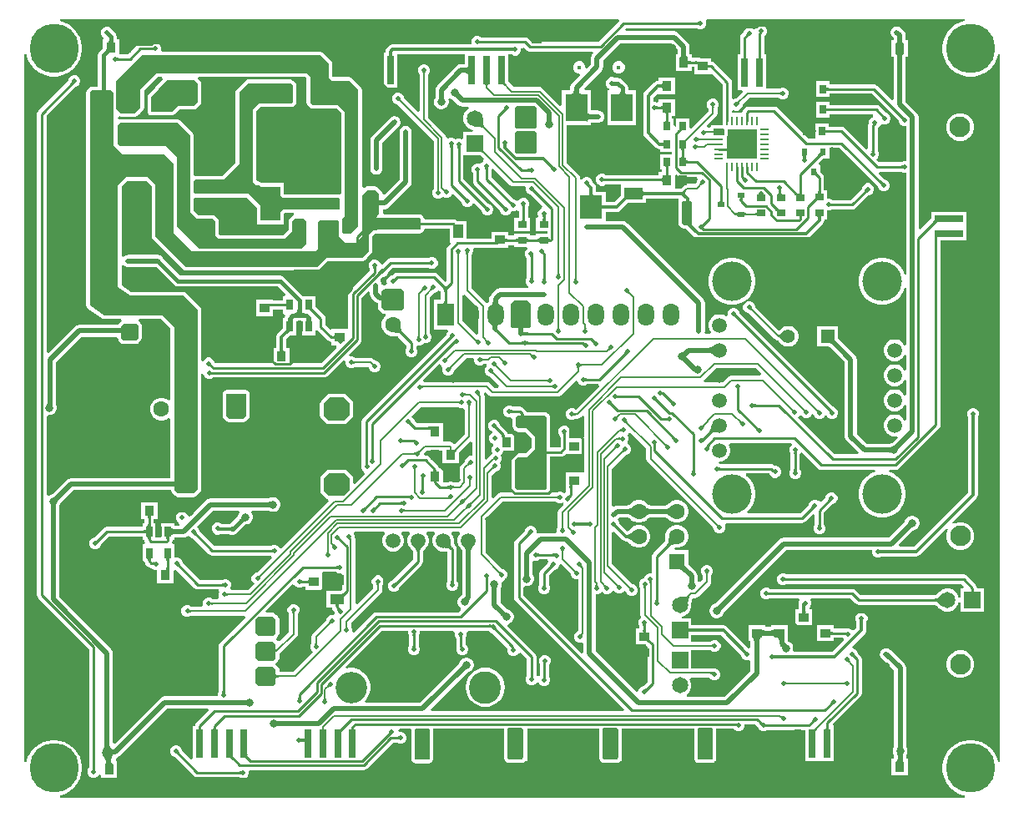
<source format=gbl>
G04*
G04 #@! TF.GenerationSoftware,Altium Limited,Altium Designer,21.2.2 (38)*
G04*
G04 Layer_Physical_Order=2*
G04 Layer_Color=16711680*
%FSTAX24Y24*%
%MOIN*%
G70*
G04*
G04 #@! TF.SameCoordinates,D9C69337-02A0-443D-9D67-ED1C811D3BAA*
G04*
G04*
G04 #@! TF.FilePolarity,Positive*
G04*
G01*
G75*
%ADD11C,0.0079*%
%ADD12C,0.0157*%
%ADD13C,0.0197*%
%ADD15C,0.0315*%
%ADD20C,0.0118*%
%ADD22R,0.0256X0.0335*%
%ADD24R,0.1142X0.0276*%
%ADD25R,0.0787X0.0433*%
%ADD26R,0.0571X0.0394*%
%ADD30R,0.0236X0.0276*%
%ADD37R,0.0433X0.0787*%
%ADD38R,0.0276X0.1142*%
%ADD45R,0.0787X0.0394*%
%ADD46R,0.0787X0.1378*%
%ADD48R,0.0866X0.1102*%
%ADD49R,0.0374X0.0394*%
%ADD52R,0.0335X0.0256*%
%ADD53R,0.0394X0.0571*%
%ADD60R,0.0256X0.0417*%
%ADD124C,0.0098*%
%ADD126R,0.0551X0.0551*%
%ADD127C,0.0551*%
%ADD128R,0.0650X0.0650*%
%ADD129C,0.0650*%
%ADD130R,0.0650X0.0650*%
%ADD131C,0.0157*%
%ADD132C,0.1575*%
%ADD133C,0.0591*%
%ADD134O,0.0650X0.0900*%
%ADD135R,0.0650X0.0900*%
%ADD136C,0.0394*%
%ADD137C,0.0630*%
%ADD138O,0.1260X0.1299*%
%ADD139C,0.1260*%
%ADD140R,0.0630X0.0630*%
%ADD141C,0.0827*%
%ADD142C,0.0197*%
%ADD143C,0.1969*%
%ADD144C,0.0472*%
%ADD145C,0.0236*%
%ADD146R,0.0394X0.0374*%
%ADD147R,0.0748X0.0472*%
%ADD148R,0.0906X0.0933*%
%ADD149R,0.0380X0.0080*%
%ADD150R,0.0380X0.0080*%
%ADD151R,0.0080X0.0380*%
%ADD152R,0.1000X0.1000*%
%ADD153R,0.0276X0.0236*%
G36*
X037125Y041049D02*
X037121Y041052D01*
X037116Y041056D01*
X03711Y041059D01*
X037104Y041061D01*
X037097Y041063D01*
X037089Y041065D01*
X037081Y041067D01*
X037071Y041068D01*
X037051Y041068D01*
Y041167D01*
X037062Y041167D01*
X037081Y041169D01*
X037089Y04117D01*
X037097Y041172D01*
X037104Y041174D01*
X03711Y041176D01*
X037116Y041179D01*
X037121Y041183D01*
X037125Y041187D01*
Y041049D01*
D02*
G37*
G36*
X039157Y040626D02*
X039151Y040626D01*
X039145Y040624D01*
X039139Y040622D01*
X039133Y04062D01*
X039127Y040616D01*
X03912Y040612D01*
X039113Y040607D01*
X039106Y040601D01*
X039091Y040587D01*
X039021Y040657D01*
X039028Y040665D01*
X039041Y040679D01*
X039046Y040686D01*
X03905Y040693D01*
X039053Y040699D01*
X039056Y040706D01*
X039058Y040712D01*
X039059Y040718D01*
X039059Y040723D01*
X039157Y040626D01*
D02*
G37*
G36*
X047755Y041217D02*
X047729Y041213D01*
X047561Y041158D01*
X047404Y041078D01*
X047261Y040974D01*
X047136Y040849D01*
X047032Y040706D01*
X046952Y040549D01*
X046898Y040381D01*
X04687Y040206D01*
Y04003D01*
X046898Y039855D01*
X046952Y039687D01*
X047032Y03953D01*
X047136Y039387D01*
X047261Y039262D01*
X047404Y039158D01*
X047561Y039078D01*
X047729Y039024D01*
X047904Y038996D01*
X04808D01*
X048255Y039024D01*
X048423Y039078D01*
X04858Y039158D01*
X048723Y039262D01*
X048848Y039387D01*
X048952Y03953D01*
X049032Y039687D01*
X049087Y039855D01*
X049091Y039881D01*
X049169Y039875D01*
X049169Y011621D01*
X049091Y011615D01*
X049087Y011641D01*
X049032Y011809D01*
X048952Y011966D01*
X048848Y012109D01*
X048723Y012234D01*
X04858Y012338D01*
X048423Y012418D01*
X048255Y012472D01*
X04808Y0125D01*
X047904D01*
X047729Y012472D01*
X047561Y012418D01*
X047404Y012338D01*
X047261Y012234D01*
X047136Y012109D01*
X047032Y011966D01*
X046952Y011809D01*
X046898Y011641D01*
X04687Y011466D01*
Y01129D01*
X046898Y011115D01*
X046952Y010947D01*
X047032Y01079D01*
X047136Y010647D01*
X047261Y010522D01*
X047404Y010418D01*
X047561Y010338D01*
X047729Y010284D01*
X047755Y010279D01*
X047749Y010201D01*
X011621D01*
X011615Y010279D01*
X011641Y010284D01*
X011809Y010338D01*
X011966Y010418D01*
X012109Y010522D01*
X012234Y010647D01*
X012338Y01079D01*
X012418Y010947D01*
X012472Y011115D01*
X0125Y01129D01*
Y011466D01*
X012472Y011641D01*
X012418Y011809D01*
X012338Y011966D01*
X012234Y012109D01*
X012109Y012234D01*
X011966Y012338D01*
X011809Y012418D01*
X011641Y012472D01*
X011466Y0125D01*
X01129D01*
X011115Y012472D01*
X010947Y012418D01*
X01079Y012338D01*
X010647Y012234D01*
X010522Y012109D01*
X010418Y011966D01*
X010338Y011809D01*
X010284Y011641D01*
X010279Y011615D01*
X010201Y011621D01*
X010201Y039875D01*
X010279Y039881D01*
X010284Y039855D01*
X010338Y039687D01*
X010418Y03953D01*
X010522Y039387D01*
X010647Y039262D01*
X01079Y039158D01*
X010947Y039078D01*
X011115Y039024D01*
X01129Y038996D01*
X011466D01*
X011641Y039024D01*
X011809Y039078D01*
X011966Y039158D01*
X012109Y039262D01*
X012234Y039387D01*
X012338Y03953D01*
X012418Y039687D01*
X012472Y039855D01*
X0125Y04003D01*
Y040206D01*
X012472Y040381D01*
X012418Y040549D01*
X012338Y040706D01*
X012234Y040849D01*
X012109Y040974D01*
X011966Y041078D01*
X011809Y041158D01*
X011641Y041213D01*
X011615Y041217D01*
X011621Y041295D01*
X033937D01*
X03397Y041217D01*
X033131Y040378D01*
X030459D01*
X030325Y040512D01*
X030263Y040553D01*
X03019Y040567D01*
X028431D01*
X028421Y040577D01*
X028334Y040613D01*
X02824D01*
X028154Y040577D01*
X028087Y040511D01*
X028051Y040424D01*
Y04033D01*
X028015Y040275D01*
X024898D01*
X024821Y04026D01*
X024756Y040217D01*
X024681Y040142D01*
X024637Y040077D01*
X024622Y04D01*
Y039961D01*
X024547D01*
Y038543D01*
X025098D01*
Y039874D01*
X027795D01*
Y039495D01*
X027791Y039494D01*
X02778Y039493D01*
X027638D01*
X027546Y039474D01*
X027467Y039422D01*
X026681Y038635D01*
X026628Y038557D01*
X02661Y038465D01*
Y038164D01*
X026576Y038105D01*
X026556Y038029D01*
Y037952D01*
X026576Y037877D01*
X026615Y037809D01*
X02667Y037754D01*
X026737Y037715D01*
X026812Y037695D01*
X02689D01*
X026965Y037715D01*
X027032Y037754D01*
X027087Y037809D01*
X027126Y037877D01*
X027146Y037952D01*
Y038029D01*
X02713Y038089D01*
X027175Y038126D01*
X027195Y038135D01*
X027201Y03813D01*
X027268Y038091D01*
X027334Y038073D01*
X027336Y038072D01*
X027535Y037873D01*
X027613Y03782D01*
X027705Y037802D01*
X027923D01*
X027944Y037723D01*
X027905Y037701D01*
X027819Y037615D01*
X027758Y037509D01*
X027726Y037392D01*
Y03727D01*
X027758Y037152D01*
X027819Y037047D01*
X027905Y036961D01*
X02801Y0369D01*
X028113Y036872D01*
X028103Y036793D01*
X027726D01*
Y03654D01*
X027648Y036496D01*
X027596Y036517D01*
X027502D01*
X027417Y036482D01*
X027387Y036512D01*
X027301Y036548D01*
X027207D01*
X027136Y036519D01*
X027057Y036552D01*
Y036567D01*
X027043Y036636D01*
X027004Y036694D01*
X026342Y037356D01*
Y039099D01*
X026362Y039118D01*
X026398Y039205D01*
Y039299D01*
X026362Y039386D01*
X026295Y039452D01*
X026208Y039488D01*
X026114D01*
X026028Y039452D01*
X025961Y039386D01*
X025925Y039299D01*
Y039205D01*
X025961Y039118D01*
X025981Y039099D01*
Y037626D01*
X025908Y037595D01*
X025354Y038149D01*
Y038177D01*
X025318Y038264D01*
X025252Y03833D01*
X025165Y038366D01*
X025071D01*
X024984Y03833D01*
X024918Y038264D01*
X024882Y038177D01*
Y038083D01*
X024918Y037996D01*
X024984Y03793D01*
X025071Y037894D01*
X025099D01*
X026558Y036435D01*
Y034522D01*
X026538Y034502D01*
X026502Y034415D01*
Y034321D01*
X026538Y034234D01*
X026605Y034168D01*
X026691Y034132D01*
X026785D01*
X026872Y034168D01*
X026899Y034195D01*
X026916Y034179D01*
X027003Y034143D01*
X027097D01*
X027184Y034179D01*
X02725Y034245D01*
X027264Y034278D01*
X027357Y034297D01*
X027649Y034004D01*
Y03399D01*
X027685Y033904D01*
X027752Y033837D01*
X027838Y033801D01*
X027932D01*
X028019Y033837D01*
X028086Y033904D01*
X028089Y033912D01*
X028182Y033931D01*
X028458Y033655D01*
Y033641D01*
X028494Y033554D01*
X028561Y033488D01*
X028648Y033452D01*
X028742D01*
X028828Y033488D01*
X028895Y033554D01*
X028931Y033641D01*
Y033735D01*
X028895Y033822D01*
X028828Y033888D01*
X028742Y033924D01*
X028728D01*
X027739Y034913D01*
Y035868D01*
X028394D01*
X028396Y035868D01*
X028398Y035866D01*
X028557Y035708D01*
X028541Y03563D01*
X028525Y035624D01*
X028469Y035568D01*
X028458Y035557D01*
X028363Y035533D01*
X028349Y035539D01*
X028255D01*
X028168Y035503D01*
X028102Y035437D01*
X028066Y03535D01*
Y035256D01*
X028102Y035169D01*
X028111Y03516D01*
Y034829D01*
X028126Y034756D01*
X028167Y034694D01*
X029188Y033673D01*
Y033659D01*
X029224Y033573D01*
X029291Y033506D01*
X029377Y03347D01*
X029471D01*
X029558Y033506D01*
X029625Y033573D01*
X029644Y03362D01*
X029673Y033608D01*
X029767D01*
X029853Y033644D01*
X029868Y033659D01*
X029947Y033626D01*
Y033356D01*
X029774D01*
Y032825D01*
X030384D01*
Y033356D01*
X030328D01*
Y033774D01*
X030338Y033784D01*
X030374Y03387D01*
Y033964D01*
X030338Y034051D01*
X030272Y034118D01*
X030185Y034154D01*
X030091D01*
X030004Y034118D01*
X029938Y034051D01*
X029875Y034039D01*
X02985Y034046D01*
X029767Y03408D01*
X029753D01*
X028849Y034984D01*
Y03528D01*
X028859Y035289D01*
X028866Y035306D01*
X028943Y035321D01*
X029595Y034669D01*
X029654Y03463D01*
X029723Y034616D01*
X030205D01*
X030228Y034582D01*
Y034488D01*
X030264Y034401D01*
X030331Y034334D01*
X030418Y034298D01*
X030431D01*
X030897Y033833D01*
X03087Y033748D01*
X030811Y033724D01*
X030745Y033657D01*
X030709Y033571D01*
Y033477D01*
X030726Y033435D01*
X030675Y033356D01*
X03064D01*
Y032825D01*
X031081D01*
Y032726D01*
X03064D01*
Y032651D01*
X030384D01*
Y032726D01*
X029774D01*
Y032651D01*
X029528D01*
Y032805D01*
X028858D01*
Y032533D01*
X027854D01*
Y033238D01*
X027455D01*
X027448Y033245D01*
X027386Y033286D01*
X027313Y033301D01*
X026181D01*
X026173Y033341D01*
X026143Y033387D01*
X026122Y033407D01*
Y033435D01*
X026094D01*
X026084Y033446D01*
X026038Y033476D01*
X025984Y033487D01*
X024578D01*
X024569Y033492D01*
X024511Y033566D01*
X024511Y033703D01*
X024591D01*
X024683Y033721D01*
X024761Y033773D01*
X0256Y034611D01*
X025652Y03469D01*
X02567Y034782D01*
Y03679D01*
X025665Y036813D01*
Y036837D01*
X025656Y036858D01*
X025652Y036882D01*
X025639Y036901D01*
X02563Y036923D01*
X025613Y03694D01*
X0256Y03696D01*
X02558Y036973D01*
X025563Y03699D01*
X025541Y036999D01*
X025521Y037012D01*
X025498Y037017D01*
X025476Y037026D01*
X025453D01*
X025429Y03703D01*
X025406Y037026D01*
X025382D01*
X02536Y037017D01*
X025337Y037012D01*
X025317Y036999D01*
X025295Y03699D01*
X025279Y036973D01*
X025259Y03696D01*
X025246Y03694D01*
X025229Y036923D01*
X02522Y036901D01*
X025207Y036882D01*
X025202Y036858D01*
X025193Y036837D01*
Y036813D01*
X025188Y03679D01*
Y034881D01*
X024583Y034276D01*
X024539Y034295D01*
X02451Y034314D01*
X0245Y034365D01*
X024469Y03441D01*
X024312Y034568D01*
X024266Y034598D01*
X024213Y034609D01*
X023878D01*
X023824Y034598D01*
X023779Y034568D01*
X023757Y034546D01*
X023684Y034576D01*
Y038484D01*
X023673Y038538D01*
X023643Y038584D01*
X023643Y038584D01*
X023288Y038938D01*
X023243Y038968D01*
X023189Y038979D01*
X022529D01*
X022503Y039005D01*
Y039508D01*
X022492Y039562D01*
X022462Y039607D01*
X022107Y039962D01*
X022062Y039992D01*
X022008Y040003D01*
X015712D01*
X015668Y040068D01*
X015669Y040071D01*
Y040165D01*
X015633Y040252D01*
X015567Y040318D01*
X01548Y040354D01*
X015386D01*
X015299Y040318D01*
X01529Y040309D01*
X01484D01*
X014839Y040309D01*
X014767Y040294D01*
X014705Y040253D01*
X014338Y039887D01*
X013986D01*
Y040492D01*
X013882D01*
Y0406D01*
X013865Y040684D01*
X013818Y040756D01*
X013727Y040846D01*
X013704Y040902D01*
X013638Y040968D01*
X013551Y041004D01*
X013457D01*
X01337Y040968D01*
X013304Y040902D01*
X013268Y040815D01*
Y040721D01*
X013304Y040634D01*
X013367Y040571D01*
X013366Y040553D01*
X013347Y040495D01*
X013345Y040492D01*
X013337D01*
Y040192D01*
X013335Y040185D01*
X013337Y040177D01*
Y040143D01*
X013333Y040138D01*
X013298Y040096D01*
X013202Y040001D01*
X013154Y039929D01*
X013137Y039844D01*
Y038605D01*
X012894Y038605D01*
X01284Y038594D01*
X012794Y038564D01*
X012716Y038485D01*
X012685Y03844D01*
X012674Y038386D01*
X012674Y037618D01*
Y036909D01*
Y035846D01*
X012674Y035846D01*
X012674Y035846D01*
Y029843D01*
X012677Y029829D01*
X012677Y029815D01*
X012682Y029802D01*
X012685Y029789D01*
X012693Y029777D01*
X012698Y029764D01*
X012708Y029755D01*
X012716Y029743D01*
X012727Y029735D01*
X012737Y029726D01*
X013328Y029332D01*
X01334Y029327D01*
X013352Y029319D01*
X013365Y029316D01*
X013378Y029311D01*
X013392Y029311D01*
X013406Y029308D01*
X014054D01*
X014078Y02923D01*
X014054Y029214D01*
X013975Y029135D01*
X013945Y029089D01*
X013944Y029083D01*
X01238D01*
X012288Y029065D01*
X01221Y029013D01*
X01115Y027954D01*
X011078Y027984D01*
Y037425D01*
X01224Y038587D01*
X012254D01*
X01234Y038623D01*
X012407Y038689D01*
X012443Y038776D01*
Y03887D01*
X012407Y038957D01*
X01234Y039024D01*
X012254Y03906D01*
X01216D01*
X012073Y039024D01*
X012006Y038957D01*
X01197Y03887D01*
Y038857D01*
X010752Y037638D01*
X010711Y037576D01*
X010696Y037504D01*
Y018293D01*
X010711Y01822D01*
X010752Y018159D01*
X012782Y016129D01*
Y011384D01*
X012772Y011374D01*
X012736Y011287D01*
Y011193D01*
X012772Y011106D01*
X012839Y01104D01*
X012925Y011004D01*
X013019D01*
X013106Y01104D01*
X013173Y011106D01*
X013179Y011122D01*
X013258Y011106D01*
Y011004D01*
X013907D01*
Y011673D01*
X013878D01*
X013873Y011675D01*
X013864Y011695D01*
X013847Y01175D01*
X013877Y011804D01*
X013928Y011814D01*
X014006Y011866D01*
X0159Y013761D01*
X017532D01*
X017562Y013688D01*
X01707Y013196D01*
X017029Y013134D01*
X017014Y013061D01*
Y013051D01*
X016929D01*
Y01175D01*
X016856Y01172D01*
X016496Y012081D01*
Y012094D01*
X01646Y012181D01*
X016394Y012248D01*
X016307Y012283D01*
X016213D01*
X016126Y012248D01*
X01606Y012181D01*
X016024Y012094D01*
Y012D01*
X01606Y011913D01*
X016126Y011847D01*
X016213Y011811D01*
X016226D01*
X016971Y011066D01*
X017033Y011025D01*
X017106Y01101D01*
X018794D01*
X018803Y011001D01*
X01889Y010965D01*
X018984D01*
X019071Y011001D01*
X019137Y011067D01*
X019173Y011154D01*
Y011248D01*
X019205Y011296D01*
X023745D01*
X023818Y01131D01*
X02388Y011351D01*
X024916Y012388D01*
X025073D01*
X025083Y012378D01*
X02517Y012343D01*
X025264D01*
X02535Y012378D01*
X025417Y012445D01*
X025453Y012532D01*
Y012626D01*
X025417Y012713D01*
X02535Y012779D01*
X025264Y012815D01*
X02517D01*
X025135Y012875D01*
X025194Y012949D01*
X025634D01*
X025647Y012933D01*
Y011752D01*
X025658Y011698D01*
X025688Y011653D01*
X025727Y011613D01*
X025773Y011583D01*
X025827Y011572D01*
X026358D01*
X026412Y011583D01*
X026458Y011613D01*
X026477Y011633D01*
X026488Y01165D01*
X026504D01*
Y011673D01*
X026508Y011679D01*
X026518Y011732D01*
Y012933D01*
X026532Y012949D01*
X029367D01*
Y011772D01*
X029378Y011718D01*
X029409Y011672D01*
X029448Y011633D01*
X029493Y011602D01*
X029547Y011592D01*
X030079D01*
X030133Y011602D01*
X030178Y011633D01*
X030195Y01165D01*
X030283D01*
Y012949D01*
X033167D01*
Y011772D01*
X033177Y011718D01*
X033208Y011672D01*
X033247Y011633D01*
X033293Y011602D01*
X033346Y011592D01*
X033878D01*
X033932Y011602D01*
X033977Y011633D01*
X033994Y01165D01*
X034063D01*
Y012949D01*
X036946D01*
Y011772D01*
X036957Y011718D01*
X036987Y011672D01*
X037027Y011633D01*
X037072Y011602D01*
X037126Y011592D01*
X037657D01*
X037711Y011602D01*
X037757Y011633D01*
X037773Y01165D01*
X037843D01*
Y012949D01*
X038516D01*
X038518Y012944D01*
X038584Y012877D01*
X038671Y012841D01*
X038765D01*
X038852Y012877D01*
X038918Y012944D01*
X038954Y013031D01*
Y013125D01*
X038961Y013135D01*
X039395D01*
X039475Y013054D01*
Y013041D01*
X039511Y012954D01*
X039577Y012887D01*
X039664Y012852D01*
X039758D01*
X039845Y012887D01*
X039847Y01289D01*
X041398D01*
Y011654D01*
X041909D01*
X041949Y011654D01*
Y011654D01*
X041988D01*
Y011654D01*
X042539D01*
Y013071D01*
X042539D01*
X042506Y01315D01*
X043591Y014235D01*
X043632Y014297D01*
X043647Y01437D01*
Y01572D01*
X043632Y015793D01*
X043591Y015855D01*
X043591Y015855D01*
X043498Y015948D01*
Y015962D01*
X043462Y016048D01*
X043396Y016115D01*
X043309Y016151D01*
X043288D01*
X043255Y016229D01*
X043784Y016758D01*
X043827Y016823D01*
X043842Y0169D01*
Y017229D01*
X043878Y017315D01*
Y017409D01*
X043842Y017496D01*
X043776Y017562D01*
X043689Y017598D01*
X043595D01*
X043508Y017562D01*
X043441Y017496D01*
X043406Y017409D01*
Y017315D01*
X043441Y017229D01*
Y016983D01*
X043351Y016892D01*
X043244Y016893D01*
X043224Y016913D01*
X043138Y016949D01*
X043073D01*
X043005Y016962D01*
X042539D01*
Y017096D01*
X04187D01*
Y016447D01*
X042539D01*
Y016581D01*
X042889D01*
X04289Y016579D01*
X04291Y016559D01*
X042911Y016453D01*
X042466Y016008D01*
X040947D01*
X040896Y016086D01*
X040906Y016123D01*
Y0162D01*
X040885Y016275D01*
X040847Y016343D01*
X040792Y016398D01*
X040724Y016437D01*
X040702Y016443D01*
X040694Y016451D01*
Y016683D01*
X040689Y016706D01*
Y017096D01*
X040177D01*
X040175Y017097D01*
X040169Y017096D01*
X040166D01*
X040159Y017098D01*
X040151Y017096D01*
X04002D01*
Y017014D01*
X040017Y017013D01*
X040007Y017012D01*
X039796D01*
X039786Y017013D01*
X039783Y017014D01*
Y017096D01*
X039652D01*
X039644Y017098D01*
X039637Y017096D01*
X039635D01*
X039628Y017097D01*
X039626Y017096D01*
X039114D01*
Y016603D01*
X039113Y016601D01*
X039114Y016593D01*
X039113Y016586D01*
X039114Y016578D01*
Y016447D01*
X039206D01*
X039207Y016442D01*
X039208Y016431D01*
Y016197D01*
X039142Y016153D01*
X039123Y016161D01*
X03826Y017024D01*
X038195Y017067D01*
X038118Y017083D01*
X036841D01*
Y017344D01*
X036464D01*
X036454Y017423D01*
X036557Y017451D01*
X036662Y017512D01*
X036748Y017598D01*
X036809Y017703D01*
X036841Y017821D01*
Y017871D01*
X036843Y017885D01*
X036843Y017932D01*
X036848Y018014D01*
X036852Y018045D01*
X036856Y018072D01*
X036861Y018093D01*
X036867Y018109D01*
X036871Y018119D01*
X036872Y01812D01*
X036915Y018163D01*
X036995D01*
X037064Y018177D01*
X037122Y018216D01*
X037588Y018682D01*
X037628Y018741D01*
X037641Y01881D01*
Y019099D01*
X037661Y019118D01*
X037697Y019205D01*
Y019299D01*
X037661Y019386D01*
X037594Y019452D01*
X037508Y019488D01*
X037414D01*
X037327Y019452D01*
X03726Y019386D01*
X037224Y019299D01*
Y019205D01*
X03726Y019118D01*
X03728Y019099D01*
Y018885D01*
X037206Y01881D01*
X037108Y018822D01*
X037107Y018823D01*
X03709Y01884D01*
Y019041D01*
X037072Y019133D01*
X037019Y019211D01*
X036779Y019452D01*
X036747Y019486D01*
X036725Y019513D01*
X036713Y019531D01*
Y019587D01*
X036714Y019595D01*
X036713Y019602D01*
Y020083D01*
X036188D01*
X036157Y020161D01*
X036168Y020171D01*
X036215Y020174D01*
X036258Y020174D01*
X036271Y020177D01*
X036319D01*
X036435Y020208D01*
X036538Y020268D01*
X036622Y020352D01*
X036682Y020455D01*
X036713Y02057D01*
Y02069D01*
X036682Y020805D01*
X036622Y020908D01*
X036538Y020992D01*
X036435Y021052D01*
X036319Y021083D01*
X0362D01*
X036085Y021052D01*
X035982Y020992D01*
X035898Y020908D01*
X035838Y020805D01*
X035807Y02069D01*
Y020641D01*
X035804Y020628D01*
X035804Y020585D01*
X035799Y020512D01*
X035796Y020484D01*
X035791Y02046D01*
X035786Y020441D01*
X03578Y020426D01*
X035776Y020417D01*
X035774Y020414D01*
X035318Y019957D01*
X035276Y019895D01*
X035262Y019823D01*
Y019166D01*
X035245Y019154D01*
X035151D01*
X035064Y019118D01*
X034997Y019052D01*
X034961Y018965D01*
Y018956D01*
X03493D01*
X034843Y01892D01*
X034777Y018854D01*
X034741Y018767D01*
Y018673D01*
X034777Y018586D01*
X034796Y018566D01*
Y017505D01*
X03481Y017436D01*
X034832Y017403D01*
X034827Y017385D01*
X03476Y017319D01*
X034724Y017232D01*
Y017138D01*
X03476Y017051D01*
X03477Y017042D01*
Y016959D01*
X034626D01*
Y016309D01*
X035016D01*
X035017Y016309D01*
X035019Y016309D01*
X035024D01*
X035036Y016299D01*
X035095Y01624D01*
Y014833D01*
X034927Y014665D01*
X034914D01*
X034827Y014629D01*
X03476Y014563D01*
X034724Y014476D01*
Y01445D01*
X034646Y014417D01*
X033014Y016049D01*
Y018313D01*
X033023Y018319D01*
X033117D01*
X033204Y018355D01*
X03327Y018421D01*
X03328Y018423D01*
X033336Y018368D01*
X033423Y018332D01*
X033516D01*
X033603Y018368D01*
X03367Y018434D01*
X03368Y018459D01*
X033764Y018461D01*
X033831Y018394D01*
X033918Y018358D01*
X034012D01*
X034098Y018394D01*
X034144Y01844D01*
X03417Y018446D01*
X034213Y018439D01*
X034235Y018428D01*
X034268Y018348D01*
X034335Y018282D01*
X034422Y018246D01*
X034515D01*
X034602Y018282D01*
X034669Y018348D01*
X034705Y018435D01*
Y018529D01*
X034669Y018616D01*
X034602Y018682D01*
X034515Y018718D01*
X034488D01*
X033672Y019534D01*
Y020804D01*
X03375Y020836D01*
X034091Y020495D01*
X034153Y020454D01*
X034226Y020439D01*
X034247D01*
X034251Y020438D01*
X034261Y020435D01*
X034275Y020428D01*
X034292Y020418D01*
X034313Y020405D01*
X034335Y020388D01*
X03439Y020339D01*
X03442Y020309D01*
X034432Y020302D01*
X034466Y020268D01*
X034569Y020208D01*
X034684Y020177D01*
X034804D01*
X034919Y020208D01*
X035022Y020268D01*
X035106Y020352D01*
X035166Y020455D01*
X035197Y02057D01*
Y02069D01*
X035166Y020805D01*
X035106Y020908D01*
X035022Y020992D01*
X034919Y021052D01*
X034804Y021083D01*
X034684D01*
X034569Y021052D01*
X034466Y020992D01*
X034432Y020958D01*
X03442Y02095D01*
X03439Y020921D01*
X034335Y020872D01*
X034313Y020855D01*
X034292Y020841D01*
X034287Y020839D01*
X033965Y021161D01*
Y021174D01*
X033929Y021261D01*
X033909Y021316D01*
X033982Y021389D01*
X034281D01*
X034288Y021388D01*
X034303Y021385D01*
X034319Y02138D01*
X034334Y021373D01*
X03435Y021365D01*
X034367Y021355D01*
X034384Y021343D01*
X034401Y021328D01*
X034422Y021308D01*
X034432Y021301D01*
X034466Y021268D01*
X034569Y021208D01*
X034684Y021177D01*
X034804D01*
X034919Y021208D01*
X035022Y021268D01*
X035056Y021301D01*
X035066Y021308D01*
X035087Y021328D01*
X035105Y021343D01*
X035121Y021355D01*
X035138Y021365D01*
X035154Y021373D01*
X035169Y02138D01*
X035185Y021385D01*
X0352Y021388D01*
X035208Y021389D01*
X035796D01*
X035804Y021388D01*
X035819Y021385D01*
X035835Y02138D01*
X03585Y021373D01*
X035866Y021365D01*
X035882Y021355D01*
X035899Y021343D01*
X035917Y021328D01*
X035938Y021308D01*
X035948Y021301D01*
X035982Y021268D01*
X036085Y021208D01*
X0362Y021177D01*
X036319D01*
X036435Y021208D01*
X036538Y021268D01*
X036622Y021352D01*
X036682Y021455D01*
X036713Y02157D01*
Y02169D01*
X036682Y021805D01*
X036622Y021908D01*
X036538Y021992D01*
X036435Y022052D01*
X036319Y022083D01*
X0362D01*
X036085Y022052D01*
X035982Y021992D01*
X035948Y021958D01*
X035938Y021952D01*
X035917Y021932D01*
X035899Y021917D01*
X035882Y021905D01*
X035866Y021895D01*
X03585Y021886D01*
X035835Y02188D01*
X035819Y021875D01*
X035804Y021872D01*
X035796Y021871D01*
X035208D01*
X0352Y021872D01*
X035185Y021875D01*
X035169Y02188D01*
X035154Y021886D01*
X035138Y021895D01*
X035121Y021905D01*
X035105Y021917D01*
X035087Y021932D01*
X035066Y021952D01*
X035056Y021958D01*
X035022Y021992D01*
X034919Y022052D01*
X034804Y022083D01*
X034684D01*
X034569Y022052D01*
X034466Y021992D01*
X034432Y021958D01*
X034422Y021952D01*
X034401Y021932D01*
X034384Y021917D01*
X034367Y021905D01*
X03435Y021895D01*
X034334Y021886D01*
X034319Y02188D01*
X034303Y021875D01*
X034288Y021872D01*
X034281Y021871D01*
X033882D01*
X03379Y021852D01*
X03375Y021826D01*
X033672Y021868D01*
Y023337D01*
X034212Y023878D01*
X03424D01*
X034327Y023914D01*
X034393Y02398D01*
X034429Y024067D01*
Y024161D01*
X034393Y024248D01*
X034327Y024314D01*
X034309Y024322D01*
X034278Y024403D01*
X034314Y02449D01*
Y024584D01*
X034278Y024671D01*
X034312Y024736D01*
X034328Y024752D01*
X034413Y024757D01*
X035038Y024133D01*
Y023738D01*
X035052Y023669D01*
X035091Y02361D01*
X037736Y020965D01*
Y020937D01*
X037772Y02085D01*
X037839Y020784D01*
X037925Y020748D01*
X038019D01*
X038106Y020784D01*
X038173Y02085D01*
X038209Y020937D01*
Y021031D01*
X038186Y021085D01*
X03823Y021164D01*
X041256D01*
X041329Y021178D01*
X041391Y02122D01*
X041685Y021514D01*
X041758Y021484D01*
Y021088D01*
X041749Y021079D01*
X041713Y020992D01*
Y020898D01*
X041749Y020811D01*
X041815Y020745D01*
X041902Y020709D01*
X041996D01*
X042083Y020745D01*
X042149Y020811D01*
X042185Y020898D01*
Y020992D01*
X042149Y021079D01*
X042139Y021088D01*
Y021594D01*
X042474Y021929D01*
X042488D01*
X042575Y021965D01*
X042641Y022032D01*
X042677Y022118D01*
Y022212D01*
X042641Y022299D01*
X042575Y022366D01*
X042488Y022402D01*
X042394D01*
X042307Y022366D01*
X042241Y022299D01*
X042205Y022212D01*
Y022199D01*
X042039Y022033D01*
X041935Y022041D01*
X041905Y02207D01*
X041819Y022106D01*
X041725D01*
X041638Y02207D01*
X041571Y022004D01*
X041535Y021917D01*
Y021904D01*
X041177Y021545D01*
X039102D01*
X039072Y021624D01*
X039179Y021731D01*
X039281Y021883D01*
X03935Y022051D01*
X039386Y02223D01*
Y022412D01*
X03935Y022591D01*
X039281Y022759D01*
X039179Y022911D01*
X03905Y02304D01*
X039013Y023065D01*
X039037Y023143D01*
X039946D01*
X03995Y023139D01*
X039977Y023075D01*
X040043Y023008D01*
X04013Y022972D01*
X040224D01*
X040311Y023008D01*
X040377Y023075D01*
X040413Y023162D01*
Y023256D01*
X040377Y023342D01*
X040311Y023409D01*
X040224Y023445D01*
X040184D01*
X04016Y023469D01*
X040098Y02351D01*
X040025Y023525D01*
X038003D01*
X037994Y023534D01*
X037934Y023559D01*
X03795Y023638D01*
X038018D01*
X038128Y023667D01*
X038227Y023724D01*
X038307Y023805D01*
X038364Y023904D01*
X038394Y024014D01*
Y024128D01*
X038364Y024238D01*
X038342Y024276D01*
X038388Y024355D01*
X040837D01*
X040852Y024276D01*
X04085Y024275D01*
X040784Y024209D01*
X040748Y024122D01*
Y024028D01*
X040784Y023941D01*
X040793Y023932D01*
Y023313D01*
X040783Y023303D01*
X040747Y023216D01*
Y023122D01*
X040783Y023035D01*
X040849Y022968D01*
X040936Y022933D01*
X04103D01*
X041117Y022968D01*
X041183Y023035D01*
X041219Y023122D01*
Y023216D01*
X041183Y023303D01*
X041174Y023312D01*
Y023931D01*
X041185Y023941D01*
X041193Y023962D01*
X04127Y023977D01*
X041907Y02334D01*
X041907Y02334D01*
X041969Y023299D01*
X042042Y023284D01*
X04417D01*
X044191Y023211D01*
X044022Y023141D01*
X043871Y02304D01*
X043742Y022911D01*
X043641Y022759D01*
X043571Y022591D01*
X043535Y022412D01*
Y02223D01*
X043571Y022051D01*
X043641Y021883D01*
X043742Y021731D01*
X043871Y021602D01*
X044022Y021501D01*
X044191Y021431D01*
X04437Y021396D01*
X044552D01*
X044731Y021431D01*
X044899Y021501D01*
X04505Y021602D01*
X045179Y021731D01*
X045281Y021883D01*
X04535Y022051D01*
X045386Y02223D01*
Y022412D01*
X04535Y022591D01*
X045281Y022759D01*
X045179Y022911D01*
X04505Y02304D01*
X044899Y023141D01*
X044731Y023211D01*
X044751Y023284D01*
X044978D01*
X045051Y023299D01*
X045113Y02334D01*
X046739Y024967D01*
X04678Y025028D01*
X046795Y025101D01*
Y032461D01*
X047835D01*
Y033012D01*
X047835Y033012D01*
Y033051D01*
X047835D01*
X047835Y033091D01*
Y033602D01*
X046417D01*
Y033337D01*
X046416Y033329D01*
X046417Y033323D01*
X046406Y03331D01*
X045984Y032888D01*
X045912Y032918D01*
Y037387D01*
X045893Y037479D01*
X045841Y037557D01*
X045398Y038D01*
Y039771D01*
X045399Y039781D01*
X045399Y039783D01*
X045482D01*
Y039915D01*
X045484Y039922D01*
X045482Y03993D01*
Y039932D01*
X045483Y039939D01*
X045482Y039941D01*
Y040296D01*
X045483Y040297D01*
X045482Y040304D01*
Y040306D01*
X045484Y040314D01*
X045482Y040321D01*
Y040453D01*
X045399D01*
X045399Y040456D01*
X045398Y040465D01*
Y04065D01*
X04538Y040742D01*
X045328Y04082D01*
X04521Y040938D01*
X04519Y040951D01*
X045173Y040968D01*
X045151Y040977D01*
X045132Y04099D01*
X045108Y040995D01*
X045086Y041004D01*
X045063D01*
X045039Y041009D01*
X045016Y041004D01*
X044992D01*
X04497Y040995D01*
X044947Y04099D01*
X044927Y040977D01*
X044906Y040968D01*
X044889Y040951D01*
X044869Y040938D01*
X044856Y040918D01*
X044839Y040902D01*
X04483Y04088D01*
X044817Y04086D01*
X044812Y040837D01*
X044803Y040815D01*
Y040791D01*
X044799Y040768D01*
X044803Y040744D01*
Y040721D01*
X044812Y040699D01*
X044817Y040676D01*
X04483Y040656D01*
X044839Y040634D01*
X044856Y040617D01*
X044869Y040597D01*
X044917Y04055D01*
Y040465D01*
X044916Y040456D01*
X044915Y040453D01*
X044833D01*
Y040321D01*
X044831Y040314D01*
X044833Y040306D01*
Y040304D01*
X044832Y040297D01*
X044833Y040296D01*
Y039941D01*
X044832Y039939D01*
X044833Y039932D01*
Y03993D01*
X044831Y039922D01*
X044833Y039915D01*
Y039783D01*
X044915D01*
X044916Y039781D01*
X044917Y039771D01*
Y038094D01*
X044844Y038064D01*
X044269Y038639D01*
X044207Y03868D01*
X044134Y038695D01*
X042352D01*
Y038809D01*
X041821D01*
Y038199D01*
X042352D01*
Y038313D01*
X044055D01*
X045138Y03723D01*
Y037217D01*
X045174Y03713D01*
X04524Y037064D01*
X045327Y037028D01*
X045421D01*
X04543Y037022D01*
Y035636D01*
X045421Y03563D01*
X045327D01*
X04524Y035594D01*
X045231Y035584D01*
X044335D01*
X044226Y035693D01*
X044228Y035705D01*
X044295Y035772D01*
X044331Y035859D01*
Y035952D01*
X044295Y036039D01*
X044285Y036049D01*
Y036936D01*
X044307Y036945D01*
X044373Y037012D01*
X044394Y03706D01*
X044418Y037099D01*
X044488Y0371D01*
X04452Y037087D01*
X044614D01*
X044701Y037123D01*
X044767Y037189D01*
X044803Y037276D01*
Y03737D01*
X044767Y037457D01*
X044701Y037523D01*
X044614Y037559D01*
X0446D01*
X044347Y037812D01*
X044286Y037853D01*
X044213Y037868D01*
X042352D01*
Y037982D01*
X041821D01*
Y037372D01*
X042352D01*
Y037486D01*
X044085D01*
X044107Y037455D01*
X044078Y037362D01*
X044039Y037346D01*
X043973Y037279D01*
X043937Y037193D01*
Y037141D01*
X043918Y037113D01*
X043904Y03704D01*
Y036127D01*
X043825Y036094D01*
X042974Y036946D01*
X042912Y036987D01*
X042839Y037002D01*
X042313D01*
Y037116D01*
X041782D01*
Y036522D01*
X0415D01*
X040277Y037744D01*
X040216Y037786D01*
X040143Y0378D01*
X039113D01*
X03904Y037786D01*
X038978Y037744D01*
X03892Y037687D01*
X038879Y037625D01*
X038864Y037552D01*
Y037542D01*
X038458D01*
Y03762D01*
X038537Y037662D01*
X038595Y037638D01*
X038689D01*
X038776Y037674D01*
X038842Y03774D01*
X038878Y037827D01*
Y037855D01*
X039169Y038146D01*
X040339D01*
X040358Y038127D01*
X040445Y038091D01*
X040539D01*
X040626Y038127D01*
X040692Y038193D01*
X040728Y03828D01*
Y038374D01*
X040692Y038461D01*
X040626Y038527D01*
X040539Y038563D01*
X040445D01*
X040358Y038527D01*
X040339Y038507D01*
X039843D01*
Y039882D01*
X039758D01*
Y040609D01*
X039763Y040612D01*
X039829Y040678D01*
X039865Y040765D01*
Y040859D01*
X039829Y040946D01*
X039763Y041012D01*
X039676Y041048D01*
X039582D01*
X039495Y041012D01*
X039429Y040946D01*
X039415Y040912D01*
X039322Y040894D01*
X039292Y040925D01*
X039205Y04096D01*
X039111D01*
X039024Y040925D01*
X038958Y040858D01*
X038922Y040771D01*
Y040758D01*
X038842Y040678D01*
X0388Y040616D01*
X038786Y040543D01*
Y039882D01*
X038701D01*
Y038465D01*
X038865D01*
X038898Y038386D01*
X038622Y03811D01*
X038595D01*
X038537Y038086D01*
X038458Y038128D01*
Y03877D01*
X038444Y038843D01*
X038403Y038905D01*
X037763Y039544D01*
X037701Y039586D01*
X037628Y0396D01*
X037618D01*
Y039734D01*
X037202D01*
X037189Y039743D01*
X037116Y039758D01*
X036866D01*
X036862Y039763D01*
X03686Y03977D01*
Y039902D01*
X036777D01*
X036777Y039904D01*
X036776Y039914D01*
Y040176D01*
X036758Y040269D01*
X036706Y040347D01*
X036315Y040737D01*
X036237Y040789D01*
X036145Y040808D01*
X034227D01*
X034194Y040883D01*
X034229Y040927D01*
X037052D01*
X037061Y040917D01*
X037148Y040881D01*
X037242D01*
X037329Y040917D01*
X037396Y040984D01*
X037432Y041071D01*
Y041165D01*
X03741Y041217D01*
X037455Y041295D01*
X047749D01*
X047755Y041217D01*
D02*
G37*
G36*
X013741Y04048D02*
X013743Y040453D01*
X013747Y04043D01*
X013753Y040409D01*
X01376Y040392D01*
X013769Y040377D01*
X013779Y040366D01*
X013791Y040358D01*
X013804Y040354D01*
X013819Y040352D01*
X013504D01*
X013519Y040354D01*
X013532Y040358D01*
X013544Y040366D01*
X013554Y040377D01*
X013563Y040392D01*
X01357Y040409D01*
X013576Y04043D01*
X01358Y040453D01*
X013582Y04048D01*
X013583Y040511D01*
X01374D01*
X013741Y04048D01*
D02*
G37*
G36*
X045257Y040473D02*
X045259Y04044D01*
X045264Y04041D01*
X04527Y040385D01*
X045278Y040363D01*
X045287Y040345D01*
X045299Y040331D01*
X045312Y040322D01*
X045327Y040316D01*
X045343Y040314D01*
X044972D01*
X044988Y040316D01*
X045003Y040322D01*
X045016Y040331D01*
X045028Y040345D01*
X045037Y040363D01*
X045045Y040385D01*
X045051Y04041D01*
X045056Y04044D01*
X045058Y040473D01*
X045059Y040511D01*
X045256D01*
X045257Y040473D01*
D02*
G37*
G36*
X028362Y040442D02*
X028367Y040439D01*
X028372Y040436D01*
X028379Y040433D01*
X028386Y040431D01*
X028394Y040429D01*
X028402Y040428D01*
X028411Y040427D01*
X028432Y040426D01*
Y040328D01*
X028421Y040327D01*
X028402Y040326D01*
X028394Y040324D01*
X028386Y040323D01*
X028379Y04032D01*
X028372Y040318D01*
X028367Y040315D01*
X028362Y040312D01*
X028358Y040308D01*
Y040446D01*
X028362Y040442D01*
D02*
G37*
G36*
X029735Y040006D02*
X029732Y040008D01*
X029729Y040009D01*
X029724Y040011D01*
X029719Y040012D01*
X029713Y040013D01*
X029697Y040015D01*
X029678Y040016D01*
X029667Y040016D01*
Y040134D01*
X029678Y040134D01*
X029713Y040136D01*
X029719Y040137D01*
X029724Y040139D01*
X029729Y04014D01*
X029732Y040142D01*
X029735Y040144D01*
Y040006D01*
D02*
G37*
G36*
X013698Y039962D02*
X013686Y039971D01*
X013672Y039975D01*
X013655D01*
X013636Y039971D01*
X013615Y039962D01*
X013591Y039948D01*
X013566Y039931D01*
X013538Y039908D01*
X013476Y03985D01*
X013364Y039962D01*
X013395Y039994D01*
X013444Y040052D01*
X013462Y040078D01*
X013476Y040101D01*
X013485Y040122D01*
X013489Y040141D01*
Y040158D01*
X013485Y040172D01*
X013476Y040185D01*
X013698Y039962D01*
D02*
G37*
G36*
X030245Y040052D02*
X030307Y040011D01*
X03038Y039996D01*
X03038Y039996D01*
X032891D01*
X032922Y039924D01*
X032905Y039907D01*
X032852Y039828D01*
X032834Y039736D01*
Y039484D01*
X032687Y039337D01*
X032608Y03937D01*
Y039415D01*
X032571Y039506D01*
X032502Y039575D01*
X032411Y039612D01*
X032313D01*
X032223Y039575D01*
X032154Y039506D01*
X032116Y039415D01*
Y039317D01*
X032154Y039227D01*
X032223Y039158D01*
X032313Y03912D01*
X032358D01*
X032391Y039041D01*
X032074Y038724D01*
X032022Y038646D01*
X032003Y038554D01*
Y038461D01*
X032002Y038449D01*
X032002Y038445D01*
X031673D01*
Y037862D01*
X0316Y037832D01*
X030905Y038528D01*
X030846Y038567D01*
X030777Y03858D01*
X029746D01*
X029531Y038795D01*
X029528Y038798D01*
X029528Y038801D01*
Y039874D01*
X029672D01*
X029758Y039838D01*
X029852D01*
X029939Y039874D01*
X030005Y039941D01*
X030041Y040028D01*
Y040122D01*
X030052Y040139D01*
X03015Y040147D01*
X030245Y040052D01*
D02*
G37*
G36*
X024882Y039917D02*
X024884Y039897D01*
X024887Y039879D01*
X024891Y039863D01*
X024897Y03985D01*
X024903Y03984D01*
X024911Y039831D01*
X02492Y039825D01*
X02493Y039822D01*
X024941Y03982D01*
X024705D01*
X024716Y039822D01*
X024726Y039825D01*
X024735Y039831D01*
X024743Y03984D01*
X024749Y03985D01*
X024754Y039863D01*
X024758Y039879D01*
X024761Y039897D01*
X024763Y039917D01*
X024764Y03994D01*
X024882D01*
X024882Y039917D01*
D02*
G37*
G36*
X036635Y039922D02*
X036637Y039889D01*
X036642Y039859D01*
X036648Y039833D01*
X036656Y039812D01*
X036665Y039794D01*
X036677Y03978D01*
X03669Y03977D01*
X036705Y039765D01*
X036721Y039763D01*
X03635D01*
X036366Y039765D01*
X036381Y03977D01*
X036394Y03978D01*
X036406Y039794D01*
X036415Y039812D01*
X036423Y039833D01*
X036429Y039859D01*
X036434Y039889D01*
X036436Y039922D01*
X036437Y039959D01*
X036634D01*
X036635Y039922D01*
D02*
G37*
G36*
X039617Y039822D02*
X039618Y039805D01*
X039621Y039791D01*
X039624Y039778D01*
X039628Y039767D01*
X039634Y039758D01*
X03964Y039751D01*
X039648Y039746D01*
X039656Y039743D01*
X039665Y039742D01*
X039469D01*
X039478Y039743D01*
X039486Y039746D01*
X039494Y039751D01*
X0395Y039758D01*
X039505Y039767D01*
X03951Y039778D01*
X039513Y039791D01*
X039516Y039805D01*
X039517Y039822D01*
X039518Y039841D01*
X039616D01*
X039617Y039822D01*
D02*
G37*
G36*
X039026D02*
X039028Y039805D01*
X03903Y039791D01*
X039033Y039778D01*
X039038Y039767D01*
X039043Y039758D01*
X03905Y039751D01*
X039057Y039746D01*
X039065Y039743D01*
X039075Y039742D01*
X038878D01*
X038887Y039743D01*
X038896Y039746D01*
X038903Y039751D01*
X038909Y039758D01*
X038915Y039767D01*
X038919Y039778D01*
X038923Y039791D01*
X038925Y039805D01*
X038927Y039822D01*
X038927Y039841D01*
X039026D01*
X039026Y039822D01*
D02*
G37*
G36*
X045327Y03992D02*
X045312Y039915D01*
X045299Y039905D01*
X045287Y039891D01*
X045278Y039873D01*
X04527Y039852D01*
X045264Y039826D01*
X045259Y039796D01*
X045257Y039763D01*
X045256Y039726D01*
X045059D01*
X045058Y039763D01*
X045056Y039796D01*
X045051Y039826D01*
X045045Y039852D01*
X045037Y039873D01*
X045028Y039891D01*
X045016Y039905D01*
X045003Y039915D01*
X044988Y03992D01*
X044972Y039922D01*
X045343D01*
X045327Y03992D01*
D02*
G37*
G36*
X013898Y039761D02*
X013903Y039758D01*
X013909Y039755D01*
X013915Y039752D01*
X013922Y03975D01*
X01393Y039748D01*
X013938Y039747D01*
X013948Y039746D01*
X013968Y039745D01*
Y039647D01*
X013957Y039646D01*
X013938Y039645D01*
X01393Y039644D01*
X013922Y039642D01*
X013915Y03964D01*
X013909Y039637D01*
X013903Y039634D01*
X013898Y039631D01*
X013894Y039627D01*
Y039765D01*
X013898Y039761D01*
D02*
G37*
G36*
X036721Y039656D02*
X036724Y039648D01*
X036729Y03964D01*
X036736Y039634D01*
X036745Y039628D01*
X036756Y039624D01*
X036769Y039621D01*
X036784Y039618D01*
X036801Y039617D01*
X03682Y039616D01*
Y039518D01*
X036801Y039517D01*
X036784Y039516D01*
X036769Y039513D01*
X036756Y03951D01*
X036745Y039505D01*
X036736Y0395D01*
X036729Y039494D01*
X036724Y039486D01*
X036721Y039478D01*
X03672Y039469D01*
Y039513D01*
X036633Y039508D01*
X03662Y039505D01*
X036611Y039501D01*
X036605Y039497D01*
Y039637D01*
X036611Y039633D01*
X03662Y039629D01*
X036633Y039626D01*
X036649Y039623D01*
X036691Y039619D01*
X03672Y039618D01*
Y039665D01*
X036721Y039656D01*
D02*
G37*
G36*
X037008Y039616D02*
X037052Y039613D01*
X037063Y039611D01*
X037072Y039609D01*
X037079Y039606D01*
X037084Y039603D01*
X037087Y039599D01*
X037088Y039595D01*
Y039469D01*
X037087Y039478D01*
X037084Y039486D01*
X037079Y039494D01*
X037072Y0395D01*
X037063Y039505D01*
X037052Y03951D01*
X03704Y039513D01*
X037025Y039516D01*
X037008Y039517D01*
X036989Y039518D01*
Y039616D01*
X037008Y039616D01*
D02*
G37*
G36*
X037479Y039499D02*
X037482Y03949D01*
X037487Y039483D01*
X037494Y039476D01*
X037503Y039471D01*
X037514Y039467D01*
X037527Y039463D01*
X037542Y039461D01*
X037559Y039459D01*
X037578Y039459D01*
Y03936D01*
X037559Y03936D01*
X037542Y039358D01*
X037527Y039356D01*
X037514Y039352D01*
X037503Y039348D01*
X037494Y039343D01*
X037487Y039336D01*
X037482Y039329D01*
X037479Y03932D01*
X037478Y039311D01*
Y039508D01*
X037479Y039499D01*
D02*
G37*
G36*
X026225Y039176D02*
X02622Y039169D01*
X026215Y039162D01*
X026211Y039155D01*
X026208Y039147D01*
X026206Y039139D01*
X026203Y039131D01*
X026202Y039122D01*
X026201Y039113D01*
X026201Y039103D01*
X026122D01*
X026122Y039113D01*
X026121Y039122D01*
X026119Y039131D01*
X026117Y039139D01*
X026115Y039147D01*
X026111Y039155D01*
X026108Y039162D01*
X026103Y039169D01*
X026098Y039176D01*
X026093Y039182D01*
X02623D01*
X026225Y039176D01*
D02*
G37*
G36*
X027935Y039055D02*
X027933Y039074D01*
X027928Y039091D01*
X027918Y039105D01*
X027904Y039118D01*
X027886Y039129D01*
X027864Y039138D01*
X027838Y039145D01*
X027809Y03915D01*
X027775Y039153D01*
X027737Y039154D01*
Y03935D01*
X027775Y039351D01*
X027809Y039354D01*
X027838Y039359D01*
X027864Y039366D01*
X027886Y039375D01*
X027904Y039386D01*
X027918Y039399D01*
X027928Y039413D01*
X027933Y03943D01*
X027935Y039449D01*
Y039055D01*
D02*
G37*
G36*
X012206Y038725D02*
X0122Y038725D01*
X012194Y038723D01*
X012188Y038722D01*
X012182Y038719D01*
X012175Y038715D01*
X012169Y038711D01*
X012162Y038706D01*
X012154Y0387D01*
X012139Y038686D01*
X01207Y038756D01*
X012077Y038764D01*
X01209Y038778D01*
X012095Y038785D01*
X012099Y038792D01*
X012102Y038798D01*
X012105Y038805D01*
X012107Y038811D01*
X012108Y038817D01*
X012108Y038822D01*
X012206Y038725D01*
D02*
G37*
G36*
X029384Y038788D02*
X029382Y03878D01*
Y038772D01*
X029384Y038762D01*
X029389Y038752D01*
X029395Y03874D01*
X029404Y038727D01*
X029415Y038713D01*
X029444Y038682D01*
X029389Y038627D01*
X029372Y038642D01*
X029343Y038667D01*
X029331Y038676D01*
X029319Y038682D01*
X029308Y038687D01*
X029299Y038689D01*
X029291D01*
X029283Y038687D01*
X029277Y038682D01*
X029389Y038794D01*
X029384Y038788D01*
D02*
G37*
G36*
X028733Y038682D02*
X028726Y038679D01*
X02872Y038675D01*
X028715Y03867D01*
X028711Y038663D01*
X028707Y038654D01*
X028704Y038644D01*
X028702Y038632D01*
X028701Y038619D01*
X028701Y038604D01*
X028622D01*
X028622Y038619D01*
X02862Y038632D01*
X028619Y038644D01*
X028616Y038654D01*
X028612Y038663D01*
X028608Y03867D01*
X028603Y038675D01*
X028597Y038679D01*
X02859Y038682D01*
X028583Y038682D01*
X02874D01*
X028733Y038682D01*
D02*
G37*
G36*
X035682Y038504D02*
X03568Y038515D01*
X035677Y038525D01*
X035671Y038534D01*
X035662Y038542D01*
X035652Y038548D01*
X035639Y038554D01*
X035623Y038558D01*
X035605Y038561D01*
X035585Y038562D01*
X035562Y038563D01*
Y038681D01*
X035585Y038682D01*
X035605Y038683D01*
X035623Y038686D01*
X035639Y038691D01*
X035652Y038696D01*
X035662Y038702D01*
X035671Y03871D01*
X035677Y038719D01*
X03568Y038729D01*
X035682Y03874D01*
Y038504D01*
D02*
G37*
G36*
X042214Y038593D02*
X042217Y038585D01*
X042222Y038577D01*
X042229Y038571D01*
X042238Y038565D01*
X042249Y038561D01*
X042262Y038558D01*
X042276Y038555D01*
X042293Y038554D01*
X042312Y038553D01*
Y038455D01*
X042293Y038454D01*
X042276Y038453D01*
X042262Y03845D01*
X042249Y038447D01*
X042238Y038442D01*
X042229Y038437D01*
X042222Y038431D01*
X042217Y038423D01*
X042214Y038415D01*
X042213Y038406D01*
Y038602D01*
X042214Y038593D01*
D02*
G37*
G36*
X032343Y038465D02*
X032346Y038431D01*
X032351Y038402D01*
X032358Y038376D01*
X032367Y038354D01*
X032378Y038336D01*
X032391Y038323D01*
X032406Y038313D01*
X032422Y038307D01*
X032441Y038305D01*
X032047D01*
X032066Y038307D01*
X032083Y038313D01*
X032097Y038323D01*
X03211Y038336D01*
X032121Y038354D01*
X03213Y038376D01*
X032137Y038402D01*
X032142Y038431D01*
X032145Y038465D01*
X032146Y038503D01*
X032343D01*
X032343Y038465D01*
D02*
G37*
G36*
X036295Y040077D02*
Y039914D01*
X036294Y039904D01*
X036293Y039902D01*
X036211D01*
Y03977D01*
X036209Y039763D01*
X036211Y039755D01*
Y039753D01*
X03621Y039746D01*
X036211Y039744D01*
Y039232D01*
X03686D01*
Y039376D01*
X036949D01*
Y039085D01*
X037618D01*
Y039085D01*
X037664Y039104D01*
X038077Y038691D01*
Y037214D01*
X03809Y037149D01*
Y037068D01*
X037615D01*
Y036988D01*
X037607Y036978D01*
X037604Y036972D01*
X037496D01*
X037464Y037051D01*
X037825Y037412D01*
X037864Y03747D01*
X037877Y037539D01*
Y037721D01*
X037897Y03774D01*
X037933Y037827D01*
Y037921D01*
X037897Y038008D01*
X037831Y038074D01*
X037744Y03811D01*
X03765D01*
X037563Y038074D01*
X037497Y038008D01*
X037461Y037921D01*
Y037827D01*
X037497Y03774D01*
X037516Y037721D01*
Y037614D01*
X036835Y036933D01*
X036762Y036963D01*
Y037313D01*
X03623D01*
Y037021D01*
X036211Y037005D01*
X036132Y037042D01*
Y037313D01*
X036057D01*
Y037421D01*
X036191D01*
Y038091D01*
X035541D01*
Y038022D01*
X035463Y037973D01*
X035417Y037992D01*
X035323D01*
X035313Y037999D01*
Y03815D01*
X035478Y038314D01*
X035541Y038287D01*
Y038287D01*
X036191D01*
Y038957D01*
X035541D01*
Y038823D01*
X035502D01*
X035425Y038807D01*
X03536Y038764D01*
X034971Y038375D01*
X034927Y038309D01*
X034912Y038233D01*
Y036748D01*
X034927Y036671D01*
X034971Y036606D01*
X035419Y036157D01*
X035484Y036114D01*
X035561Y036099D01*
X0356D01*
Y035994D01*
X036049D01*
Y035896D01*
X0356D01*
Y035285D01*
X035675D01*
Y035177D01*
X035541D01*
Y035065D01*
X033409D01*
X033399Y035075D01*
X033312Y035111D01*
X033218D01*
X033131Y035075D01*
X033065Y035009D01*
X033029Y034922D01*
Y034828D01*
X033065Y034741D01*
X033131Y034674D01*
X033218Y034639D01*
X033312D01*
X033399Y034674D01*
X033409Y034684D01*
X034016D01*
Y034264D01*
X034015Y034263D01*
X034016Y034261D01*
Y034244D01*
X033996Y034221D01*
X033767Y033992D01*
X033425D01*
Y034396D01*
X033035D01*
Y034546D01*
X03302Y034622D01*
X032977Y034688D01*
X032894Y03477D01*
Y034791D01*
X032858Y034878D01*
X032791Y034944D01*
X032704Y03498D01*
X03261D01*
X032524Y034944D01*
X03247Y03489D01*
X032411Y034903D01*
X032391Y034914D01*
Y034955D01*
X032377Y035024D01*
X032338Y035082D01*
X031874Y035547D01*
Y037067D01*
X032659D01*
X032661Y037066D01*
X032669Y037067D01*
X032676Y037065D01*
X032684Y037067D01*
X032815D01*
Y037159D01*
X032819Y03716D01*
X032831Y037161D01*
X03313D01*
X033153Y037165D01*
X033177D01*
X033199Y037174D01*
X033222Y037179D01*
X033242Y037192D01*
X033264Y037201D01*
X03328Y037218D01*
X0333Y037231D01*
X033313Y037251D01*
X03333Y037268D01*
X033339Y03729D01*
X033352Y037309D01*
X033357Y037333D01*
X033366Y037355D01*
Y037378D01*
X033371Y037402D01*
X033366Y037425D01*
Y037449D01*
X033357Y03747D01*
X033352Y037494D01*
X033339Y037513D01*
X03333Y037535D01*
X033313Y037552D01*
X0333Y037572D01*
X03328Y037585D01*
X033264Y037602D01*
X033242Y037611D01*
X033222Y037624D01*
X033199Y037629D01*
X033177Y037638D01*
X033153D01*
X03313Y037642D01*
X032831D01*
X032819Y037643D01*
X032815Y037644D01*
Y038445D01*
X032587D01*
X032554Y038524D01*
X033245Y039214D01*
X033297Y039292D01*
X033316Y039385D01*
Y039636D01*
X034005Y040326D01*
X036045D01*
X036295Y040077D01*
D02*
G37*
G36*
X040422Y038258D02*
X040416Y038263D01*
X040409Y038268D01*
X040403Y038273D01*
X040395Y038277D01*
X040388Y03828D01*
X04038Y038283D01*
X040371Y038285D01*
X040362Y038286D01*
X040353Y038287D01*
X040343Y038287D01*
Y038366D01*
X040353Y038366D01*
X040362Y038367D01*
X040371Y038369D01*
X04038Y038371D01*
X040388Y038374D01*
X040395Y038377D01*
X040403Y038381D01*
X040409Y038385D01*
X040416Y03839D01*
X040422Y038396D01*
Y038258D01*
D02*
G37*
G36*
X02754Y038361D02*
X027542Y038356D01*
X027545Y03835D01*
X02755Y038343D01*
X027556Y038336D01*
X027572Y038317D01*
X027605Y038282D01*
X027466Y038143D01*
X027453Y038155D01*
X027405Y038198D01*
X027398Y038203D01*
X027392Y038206D01*
X027387Y038208D01*
X027383Y038209D01*
X027539Y038365D01*
X02754Y038361D01*
D02*
G37*
G36*
X026949Y03819D02*
X026954Y038125D01*
X026955Y038117D01*
X026957Y038111D01*
X026959Y038106D01*
X026961Y038103D01*
X026741D01*
X026743Y038106D01*
X026745Y038111D01*
X026747Y038117D01*
X026748Y038125D01*
X02675Y038135D01*
X026751Y038159D01*
X026753Y038208D01*
X026949D01*
X026949Y03819D01*
D02*
G37*
G36*
X025217Y038121D02*
X025218Y038113D01*
X02522Y038105D01*
X025222Y038097D01*
X025225Y038089D01*
X025229Y038081D01*
X025233Y038074D01*
X025239Y038067D01*
X025245Y038059D01*
X025251Y038052D01*
X025196Y037997D01*
X025189Y038003D01*
X025181Y038009D01*
X025174Y038015D01*
X025167Y038019D01*
X025159Y038023D01*
X025151Y038026D01*
X025143Y038029D01*
X025135Y03803D01*
X025127Y038031D01*
X025119Y038031D01*
X025217Y038129D01*
X025217Y038121D01*
D02*
G37*
G36*
X038775Y037952D02*
X038768Y037945D01*
X038762Y037937D01*
X038757Y03793D01*
X038753Y037922D01*
X038749Y037915D01*
X038746Y037907D01*
X038743Y037899D01*
X038741Y037891D01*
X03874Y037883D01*
X03874Y037875D01*
X038643Y037972D01*
X038651Y037973D01*
X038659Y037974D01*
X038667Y037975D01*
X038675Y037978D01*
X038683Y037981D01*
X03869Y037985D01*
X038698Y037989D01*
X038705Y037995D01*
X038712Y038001D01*
X038719Y038007D01*
X038775Y037952D01*
D02*
G37*
G36*
X016161Y038858D02*
X016024Y03872D01*
X016024Y038169D01*
Y038145D01*
X016024Y03872D01*
X016161Y038858D01*
X016945Y038858D01*
X017126Y038719D01*
X017126Y037992D01*
X016968Y037835D01*
X016319Y037835D01*
X016083Y037598D01*
X015256D01*
Y038169D01*
X015886Y038858D01*
X016161Y038858D01*
D02*
G37*
G36*
X03776Y037798D02*
X037755Y037791D01*
X037751Y037784D01*
X037747Y037777D01*
X037744Y03777D01*
X037741Y037761D01*
X037739Y037753D01*
X037737Y037744D01*
X037737Y037735D01*
X037736Y037725D01*
X037657D01*
X037657Y037735D01*
X037656Y037744D01*
X037655Y037753D01*
X037653Y037761D01*
X03765Y03777D01*
X037647Y037777D01*
X037643Y037784D01*
X037639Y037791D01*
X037634Y037798D01*
X037628Y037804D01*
X037766D01*
X03776Y037798D01*
D02*
G37*
G36*
X035445Y037821D02*
X03545Y037818D01*
X035455Y037815D01*
X035461Y037812D01*
X035469Y03781D01*
X035476Y037808D01*
X035485Y037807D01*
X035494Y037806D01*
X035514Y037805D01*
Y037707D01*
X035504Y037706D01*
X035485Y037705D01*
X035476Y037704D01*
X035469Y037702D01*
X035461Y0377D01*
X035455Y037697D01*
X03545Y037694D01*
X035445Y037691D01*
X03544Y037687D01*
Y037825D01*
X035445Y037821D01*
D02*
G37*
G36*
X035682Y037657D02*
X035681Y037667D01*
X035678Y037675D01*
X035673Y037683D01*
X035666Y037689D01*
X035657Y037694D01*
X035646Y037699D01*
X035633Y037702D01*
X035618Y037705D01*
X035601Y037706D01*
X035582Y037707D01*
Y037805D01*
X035601Y037806D01*
X035618Y037807D01*
X035633Y03781D01*
X035646Y037813D01*
X035657Y037817D01*
X035666Y037823D01*
X035673Y037829D01*
X035678Y037837D01*
X035681Y037845D01*
X035682Y037854D01*
Y037657D01*
D02*
G37*
G36*
X029468Y037648D02*
X029462Y037647D01*
X029456Y037646D01*
X02945Y037644D01*
X029444Y037642D01*
X029437Y037638D01*
X02943Y037634D01*
X029423Y037629D01*
X029416Y037623D01*
X029401Y037609D01*
X029332Y037679D01*
X029339Y037686D01*
X029351Y037701D01*
X029356Y037708D01*
X029361Y037715D01*
X029364Y037721D01*
X029367Y037728D01*
X029369Y037734D01*
X02937Y037739D01*
X02937Y037745D01*
X029468Y037648D01*
D02*
G37*
G36*
X042214Y037766D02*
X042217Y037758D01*
X042222Y03775D01*
X042229Y037744D01*
X042238Y037739D01*
X042249Y037734D01*
X042262Y037731D01*
X042276Y037728D01*
X042293Y037727D01*
X042312Y037726D01*
Y037628D01*
X042293Y037627D01*
X042276Y037626D01*
X042262Y037624D01*
X042249Y03762D01*
X042238Y037616D01*
X042229Y03761D01*
X042222Y037604D01*
X042217Y037596D01*
X042214Y037588D01*
X042213Y037579D01*
Y037776D01*
X042214Y037766D01*
D02*
G37*
G36*
X035955Y037559D02*
X035947Y037556D01*
X035939Y037551D01*
X035933Y037545D01*
X035928Y037536D01*
X035923Y037525D01*
X03592Y037512D01*
X035917Y037497D01*
X035916Y037481D01*
X035915Y037462D01*
X035817D01*
X035816Y037481D01*
X035815Y037497D01*
X035812Y037512D01*
X035809Y037525D01*
X035805Y037536D01*
X035799Y037545D01*
X035793Y037551D01*
X035785Y037556D01*
X035777Y037559D01*
X035768Y03756D01*
X035965D01*
X035955Y037559D01*
D02*
G37*
G36*
X044507Y037452D02*
X044522Y03744D01*
X044529Y037435D01*
X044536Y037431D01*
X044542Y037427D01*
X044548Y037425D01*
X044554Y037423D01*
X04456Y037422D01*
X044566Y037421D01*
X044469Y037324D01*
X044468Y037329D01*
X044467Y037335D01*
X044465Y037341D01*
X044462Y037348D01*
X044459Y037354D01*
X044455Y037361D01*
X04445Y037368D01*
X044444Y037375D01*
X04443Y03739D01*
X0445Y03746D01*
X044507Y037452D01*
D02*
G37*
G36*
X045314Y037393D02*
X045329Y037381D01*
X045336Y037376D01*
X045343Y037372D01*
X045349Y037368D01*
X045355Y037366D01*
X045362Y037364D01*
X045367Y037363D01*
X045373Y037362D01*
X045276Y037265D01*
X045275Y03727D01*
X045274Y037276D01*
X045272Y037282D01*
X04527Y037289D01*
X045266Y037295D01*
X045262Y037302D01*
X045257Y037309D01*
X045251Y037316D01*
X045237Y037331D01*
X045307Y037401D01*
X045314Y037393D01*
D02*
G37*
G36*
X032677Y03758D02*
X032683Y037563D01*
X032693Y037548D01*
X032707Y037535D01*
X032724Y037525D01*
X032746Y037516D01*
X032772Y037509D01*
X032802Y037504D01*
X032835Y037501D01*
X032873Y0375D01*
Y037303D01*
X032835Y037302D01*
X032802Y037299D01*
X032772Y037294D01*
X032747Y037288D01*
X032725Y037279D01*
X032707Y037268D01*
X032694Y037256D01*
X032684Y037241D01*
X032678Y037224D01*
X032676Y037206D01*
X032675Y037598D01*
X032677Y03758D01*
D02*
G37*
G36*
X031256Y03729D02*
X03126Y037225D01*
X031262Y037217D01*
X031264Y037211D01*
X031266Y037206D01*
X031268Y037203D01*
X031048D01*
X03105Y037206D01*
X031052Y037211D01*
X031054Y037217D01*
X031055Y037225D01*
X031056Y037235D01*
X031058Y037259D01*
X031059Y037308D01*
X031256D01*
X031256Y03729D01*
D02*
G37*
G36*
X035916Y037253D02*
X035917Y037237D01*
X03592Y037222D01*
X035923Y037209D01*
X035928Y037198D01*
X035933Y037189D01*
X035939Y037182D01*
X035947Y037177D01*
X035955Y037174D01*
X035965Y037173D01*
X035768D01*
X035777Y037174D01*
X035785Y037177D01*
X035793Y037182D01*
X035799Y037189D01*
X035805Y037198D01*
X035809Y037209D01*
X035812Y037222D01*
X035815Y037237D01*
X035816Y037253D01*
X035817Y037272D01*
X035915D01*
X035916Y037253D01*
D02*
G37*
G36*
X028514Y037277D02*
X028524Y037148D01*
X02853Y037112D01*
X028537Y037081D01*
X028546Y037053D01*
X028557Y037029D01*
X028569Y037009D01*
X028583Y036993D01*
X028527Y036937D01*
X028511Y036951D01*
X028491Y036963D01*
X028467Y036973D01*
X028439Y036982D01*
X028408Y03699D01*
X028372Y036996D01*
X028333Y037001D01*
X028243Y037006D01*
X028192Y037006D01*
X028514Y037327D01*
X028514Y037277D01*
D02*
G37*
G36*
X030669Y037756D02*
X030669Y036988D01*
X03061Y036929D01*
X029843Y036929D01*
X029783Y036988D01*
Y037756D01*
X029862Y037835D01*
X030591D01*
X030669Y037756D01*
D02*
G37*
G36*
X036509Y036842D02*
X036501Y036847D01*
X036492Y03685D01*
X036481D01*
X03647Y036847D01*
X036456Y036842D01*
X036442Y036833D01*
X036426Y036822D01*
X036408Y036808D01*
X036369Y036772D01*
X0363Y036842D01*
X036319Y036862D01*
X03635Y036898D01*
X036361Y036914D01*
X036369Y036929D01*
X036375Y036942D01*
X036378Y036954D01*
Y036964D01*
X036375Y036973D01*
X036369Y036981D01*
X036509Y036842D01*
D02*
G37*
G36*
X037384Y036848D02*
X037391Y036844D01*
X037399Y036841D01*
X037407Y036838D01*
X037415Y036836D01*
X037423Y036834D01*
X037432Y036833D01*
X03745Y036831D01*
X03746Y036831D01*
X03748Y036752D01*
X03747Y036752D01*
X037461Y036751D01*
X037452Y036749D01*
X037444Y036747D01*
X037436Y036743D01*
X03743Y03674D01*
X037423Y036735D01*
X037418Y03673D01*
X037412Y036724D01*
X037408Y036718D01*
X037377Y036852D01*
X037384Y036848D01*
D02*
G37*
G36*
X042175Y0369D02*
X042178Y036892D01*
X042183Y036884D01*
X04219Y036878D01*
X042199Y036873D01*
X042209Y036868D01*
X042222Y036865D01*
X042237Y036862D01*
X042254Y036861D01*
X042272Y03686D01*
Y036762D01*
X042254Y036761D01*
X042237Y03676D01*
X042222Y036757D01*
X042209Y036754D01*
X042199Y03675D01*
X04219Y036744D01*
X042183Y036738D01*
X042178Y03673D01*
X042175Y036722D01*
X042174Y036713D01*
Y036909D01*
X042175Y0369D01*
D02*
G37*
G36*
X038138Y036909D02*
X03815Y03689D01*
Y036673D01*
X03813Y036654D01*
X037736D01*
X037717Y036673D01*
Y03689D01*
X037732Y036909D01*
X038138Y036909D01*
D02*
G37*
G36*
X036678Y036465D02*
X036663Y036449D01*
X036638Y03642D01*
X03663Y036407D01*
X036623Y036396D01*
X036618Y036385D01*
X036616Y036376D01*
Y036367D01*
X036618Y03636D01*
X036623Y036354D01*
X036511Y036465D01*
X036518Y036461D01*
X036525Y036459D01*
X036533D01*
X036543Y036461D01*
X036553Y036465D01*
X036565Y036472D01*
X036578Y036481D01*
X036592Y036492D01*
X036623Y036521D01*
X036678Y036465D01*
D02*
G37*
G36*
X037102Y036557D02*
X037109Y036552D01*
X037116Y036548D01*
X037123Y036544D01*
X037131Y03654D01*
X037139Y036538D01*
X037147Y036536D01*
X037156Y036534D01*
X037166Y036533D01*
X037176Y036533D01*
X037176Y036454D01*
X037166Y036454D01*
X037157Y036453D01*
X037148Y036452D01*
X037139Y03645D01*
X037131Y036447D01*
X037123Y036444D01*
X037116Y03644D01*
X037109Y036435D01*
X037103Y03643D01*
X037097Y036425D01*
X037096Y036563D01*
X037102Y036557D01*
D02*
G37*
G36*
X035741Y036358D02*
X035774Y036361D01*
X03578Y036362D01*
X035786Y036363D01*
X03579Y036365D01*
X035793Y036366D01*
X035796Y036368D01*
Y03623D01*
X035793Y036232D01*
X03579Y036234D01*
X035786Y036235D01*
X03578Y036237D01*
X035774Y036238D01*
X035759Y036239D01*
X035741Y03624D01*
Y036181D01*
X035739Y036192D01*
X035736Y036202D01*
X03573Y036211D01*
X035721Y036219D01*
X035711Y036225D01*
X035698Y036231D01*
X035682Y036235D01*
X035664Y036238D01*
X035644Y03624D01*
X035621Y03624D01*
Y036358D01*
X035644Y036359D01*
X035664Y036361D01*
X035682Y036364D01*
X035698Y036368D01*
X035711Y036373D01*
X035721Y03638D01*
X03573Y036387D01*
X035736Y036396D01*
X035739Y036406D01*
X035741Y036417D01*
Y036358D01*
D02*
G37*
G36*
X029468Y036298D02*
X029467Y036295D01*
X029466Y036291D01*
X029466Y036286D01*
X029464Y036265D01*
X029464Y036234D01*
X029346Y036211D01*
X029346Y036222D01*
X029344Y03625D01*
X029342Y036257D01*
X029341Y036263D01*
X029339Y036268D01*
X029337Y036273D01*
X029335Y036276D01*
X029332Y036278D01*
X029469Y036299D01*
X029468Y036298D01*
D02*
G37*
G36*
X027319Y036238D02*
X027315Y036233D01*
X027312Y036227D01*
X02731Y036221D01*
X027308Y036214D01*
X027306Y036206D01*
X027305Y036198D01*
X027304Y036188D01*
X027303Y036168D01*
X027204D01*
X027204Y036178D01*
X027203Y036198D01*
X027201Y036206D01*
X027199Y036214D01*
X027197Y036221D01*
X027195Y036227D01*
X027192Y036233D01*
X027188Y036238D01*
X027185Y036242D01*
X027322D01*
X027319Y036238D01*
D02*
G37*
G36*
X027614Y036207D02*
X027611Y036202D01*
X027608Y036196D01*
X027605Y03619D01*
X027603Y036183D01*
X027601Y036175D01*
X0276Y036166D01*
X027599Y036157D01*
X027598Y036137D01*
X0275D01*
X027499Y036147D01*
X027498Y036166D01*
X027496Y036175D01*
X027495Y036183D01*
X027492Y03619D01*
X02749Y036196D01*
X027487Y036202D01*
X027484Y036207D01*
X02748Y036211D01*
X027618D01*
X027614Y036207D01*
D02*
G37*
G36*
X037064Y036262D02*
X037071Y036257D01*
X037078Y036253D01*
X037085Y036249D01*
X037092Y036246D01*
X037101Y036243D01*
X037109Y036241D01*
X037118Y03624D01*
X037127Y036239D01*
X037137Y036238D01*
Y03616D01*
X037127Y036159D01*
X037118Y036158D01*
X037109Y036157D01*
X037101Y036155D01*
X037092Y036152D01*
X037085Y036149D01*
X037078Y036145D01*
X037071Y036141D01*
X037064Y036136D01*
X037058Y03613D01*
Y036268D01*
X037064Y036262D01*
D02*
G37*
G36*
X036585Y036133D02*
X036577Y03613D01*
X036569Y036125D01*
X036563Y036118D01*
X036558Y036109D01*
X036553Y036098D01*
X03655Y036085D01*
X036547Y036071D01*
X036546Y036054D01*
X036545Y036035D01*
X036447D01*
X036446Y036054D01*
X036445Y036071D01*
X036442Y036085D01*
X036439Y036098D01*
X036435Y036109D01*
X036429Y036118D01*
X036423Y036125D01*
X036415Y03613D01*
X036407Y036133D01*
X036398Y036134D01*
X036594D01*
X036585Y036133D01*
D02*
G37*
G36*
X044144Y036039D02*
X044145Y03602D01*
X044147Y036012D01*
X044149Y036004D01*
X044151Y035997D01*
X044153Y035991D01*
X044156Y035985D01*
X04416Y03598D01*
X044163Y035976D01*
X044026D01*
X044029Y03598D01*
X044033Y035985D01*
X044036Y035991D01*
X044038Y035997D01*
X04404Y036004D01*
X044042Y036012D01*
X044043Y03602D01*
X044044Y036029D01*
X044045Y03605D01*
X044144D01*
X044144Y036039D01*
D02*
G37*
G36*
X028508Y036112D02*
X028506Y036105D01*
Y036097D01*
X028508Y036087D01*
X028513Y036077D01*
X028519Y036065D01*
X028528Y036052D01*
X028539Y036038D01*
X028568Y036007D01*
X028513Y035951D01*
X028496Y035967D01*
X028467Y035992D01*
X028455Y036D01*
X028443Y036007D01*
X028432Y036012D01*
X028423Y036014D01*
X028415D01*
X028407Y036012D01*
X028401Y036007D01*
X028513Y036118D01*
X028508Y036112D01*
D02*
G37*
G36*
X030669Y036732D02*
X030669Y035988D01*
X03061Y035929D01*
X029843Y035929D01*
X029783Y035988D01*
Y036732D01*
X029862Y036811D01*
X030591D01*
X030669Y036732D01*
D02*
G37*
G36*
X042085Y035849D02*
X04208Y035856D01*
X042072Y03586D01*
X042063Y035861D01*
X042052Y035859D01*
X042039Y035854D01*
X042024Y035845D01*
X042007Y035833D01*
X041989Y035818D01*
X041946Y035778D01*
X041885Y035856D01*
X041909Y035881D01*
X041964Y035946D01*
X041976Y035964D01*
X041985Y035981D01*
X041991Y035995D01*
X041994Y036009D01*
X041994Y03602D01*
X041991Y03603D01*
X042085Y035849D01*
D02*
G37*
G36*
X036546Y035836D02*
X036547Y035819D01*
X03655Y035804D01*
X036553Y035791D01*
X036558Y03578D01*
X036563Y035771D01*
X036569Y035764D01*
X036577Y035759D01*
X036585Y035756D01*
X036594Y035755D01*
X036398D01*
X036407Y035756D01*
X036415Y035759D01*
X036423Y035764D01*
X036429Y035771D01*
X036435Y03578D01*
X036439Y035791D01*
X036442Y035804D01*
X036445Y035819D01*
X036446Y035836D01*
X036447Y035855D01*
X036545D01*
X036546Y035836D01*
D02*
G37*
G36*
X041442Y035847D02*
X041434Y035844D01*
X041426Y035839D01*
X04142Y035832D01*
X041414Y035823D01*
X04141Y035812D01*
X041407Y035799D01*
X041404Y035785D01*
X041403Y035777D01*
X041404Y035771D01*
X041405Y035763D01*
X041407Y035755D01*
X041409Y035748D01*
X041411Y035742D01*
X041414Y035736D01*
X041417Y035731D01*
X04142Y035727D01*
X041283Y035734D01*
X041287Y035738D01*
X04129Y035743D01*
X041293Y035749D01*
X041296Y035755D01*
X041298Y035762D01*
X0413Y035769D01*
X041302Y035778D01*
X041302Y03578D01*
X041302Y035785D01*
X041299Y035799D01*
X041296Y035812D01*
X041291Y035823D01*
X041286Y035832D01*
X04128Y035839D01*
X041272Y035844D01*
X041264Y035847D01*
X041255Y035848D01*
X041451D01*
X041442Y035847D01*
D02*
G37*
G36*
X039445Y036515D02*
Y036121D01*
Y035712D01*
X038271D01*
Y036053D01*
X038261Y036053D01*
Y036152D01*
X038271Y036152D01*
Y036162D01*
Y036607D01*
X038279Y036619D01*
X03829Y036673D01*
Y036886D01*
X039445D01*
Y036515D01*
D02*
G37*
G36*
X036623Y03568D02*
X036626Y035671D01*
X036631Y035664D01*
X036638Y035657D01*
X036647Y035652D01*
X036657Y035648D01*
X03667Y035644D01*
X036685Y035642D01*
X036702Y03564D01*
X036721Y03564D01*
Y035541D01*
X036702Y035541D01*
X036685Y035539D01*
X03667Y035537D01*
X036657Y035533D01*
X036647Y035529D01*
X036638Y035524D01*
X036631Y035517D01*
X036626Y03551D01*
X036623Y035501D01*
X036622Y035492D01*
Y035689D01*
X036623Y03568D01*
D02*
G37*
G36*
X019764Y03874D02*
X020827Y03874D01*
X020925Y038642D01*
Y037992D01*
X020866Y037933D01*
X019764D01*
X019567Y037933D01*
X019331Y037697D01*
X019331Y035492D01*
X01878Y035492D01*
X01878Y038406D01*
X019114Y03874D01*
X019764Y03874D01*
D02*
G37*
G36*
X035955Y035425D02*
X035947Y035422D01*
X035939Y035417D01*
X035933Y03541D01*
X035928Y035401D01*
X035923Y03539D01*
X03592Y035377D01*
X035917Y035362D01*
X035916Y035345D01*
X035915Y035326D01*
X035817D01*
X035816Y035345D01*
X035815Y035362D01*
X035812Y035377D01*
X035809Y03539D01*
X035805Y035401D01*
X035799Y03541D01*
X035793Y035417D01*
X035785Y035422D01*
X035777Y035425D01*
X035768Y035426D01*
X035965D01*
X035955Y035425D01*
D02*
G37*
G36*
X045304Y035325D02*
X0453Y035329D01*
X045295Y035332D01*
X045289Y035335D01*
X045283Y035337D01*
X045276Y03534D01*
X045268Y035341D01*
X045259Y035343D01*
X04525Y035344D01*
X04523Y035344D01*
Y035443D01*
X04524Y035443D01*
X045259Y035445D01*
X045268Y035446D01*
X045276Y035448D01*
X045283Y03545D01*
X045289Y035453D01*
X045295Y035456D01*
X0453Y035459D01*
X045304Y035463D01*
Y035325D01*
D02*
G37*
G36*
X028724Y035349D02*
X02872Y035344D01*
X028717Y035338D01*
X028715Y035332D01*
X028713Y035325D01*
X028711Y035317D01*
X028709Y035309D01*
X028708Y035299D01*
X028708Y035279D01*
X028609D01*
X028609Y03529D01*
X028607Y035309D01*
X028606Y035317D01*
X028604Y035325D01*
X028602Y035332D01*
X0286Y035338D01*
X028597Y035344D01*
X028593Y035349D01*
X02859Y035353D01*
X028727D01*
X028724Y035349D01*
D02*
G37*
G36*
X031311Y035407D02*
X031337Y035384D01*
X031342Y03538D01*
X031347Y035378D01*
X031351Y035376D01*
X031354Y035374D01*
X031357Y035374D01*
X03126Y035277D01*
X031259Y03528D01*
X031258Y035283D01*
X031256Y035287D01*
X031253Y035292D01*
X03125Y035297D01*
X03124Y035309D01*
X031227Y035323D01*
X031219Y035331D01*
X031303Y035415D01*
X031311Y035407D01*
D02*
G37*
G36*
X030378Y035196D02*
X030374Y0352D01*
X030369Y035203D01*
X030363Y035206D01*
X030357Y035208D01*
X03035Y035211D01*
X030342Y035212D01*
X030334Y035214D01*
X030324Y035215D01*
X030304Y035216D01*
Y035314D01*
X030314Y035314D01*
X030334Y035316D01*
X030342Y035317D01*
X03035Y035319D01*
X030357Y035321D01*
X030363Y035324D01*
X030369Y035327D01*
X030374Y03533D01*
X030378Y035334D01*
Y035196D01*
D02*
G37*
G36*
X028367Y035228D02*
X028364Y035224D01*
X028361Y035218D01*
X028358Y035212D01*
X028356Y035205D01*
X028354Y035197D01*
X028353Y035188D01*
X028352Y035179D01*
X028351Y035159D01*
X028253D01*
X028253Y035169D01*
X028251Y035188D01*
X02825Y035197D01*
X028248Y035205D01*
X028246Y035212D01*
X028243Y035218D01*
X02824Y035224D01*
X028237Y035228D01*
X028233Y035233D01*
X028371D01*
X028367Y035228D01*
D02*
G37*
G36*
X01376Y038366D02*
X01376Y037618D01*
X01376Y037618D01*
X01376Y037244D01*
Y037008D01*
X01376Y037008D01*
Y03624D01*
X014114Y035886D01*
X015138Y035886D01*
X015768D01*
X015787Y035906D01*
X016161Y035531D01*
Y032736D01*
X01689Y032008D01*
X021811D01*
X021929Y032126D01*
Y033169D01*
X022008Y033248D01*
X022717Y033248D01*
X022756Y033209D01*
Y032638D01*
X023031Y032362D01*
X023425Y032362D01*
X023454Y032391D01*
X023455Y0324D01*
X023463D01*
X023681Y032618D01*
Y03315D01*
Y034272D01*
X023878Y034469D01*
X024213D01*
X02437Y034311D01*
X02437Y033526D01*
X024255Y033346D01*
X024729D01*
X024685Y033302D01*
Y033287D01*
X024729Y033346D01*
X025984D01*
X026043Y033287D01*
Y033162D01*
X026046Y033161D01*
X026063Y03316D01*
X026081Y033159D01*
Y033061D01*
X026063Y033061D01*
X026046Y033059D01*
X026043Y033059D01*
Y032913D01*
X026004Y032874D01*
X024744D01*
X024154Y032874D01*
X023957Y032677D01*
X023957Y032205D01*
X023904Y032257D01*
X023957Y032205D01*
Y032028D01*
X023681Y031752D01*
X022244D01*
X02189Y031398D01*
X016634Y031398D01*
X01628Y031752D01*
X022224Y031752D01*
X022126Y03185D01*
X022224Y031752D01*
X01628D01*
X015433Y032598D01*
X015433Y034685D01*
X015138Y03498D01*
Y03498D01*
X014252D01*
X013937Y034665D01*
X013937Y030598D01*
X014429Y030256D01*
X014232Y030059D01*
Y030059D01*
X014429Y030256D01*
X014665Y030256D01*
X014843Y030079D01*
X014665Y030256D01*
X016575D01*
X017126Y029705D01*
X017126Y0225D01*
X016969Y022343D01*
X016339Y022343D01*
X016181Y0225D01*
Y028996D01*
X015728Y029449D01*
X014685D01*
X014685Y029449D01*
X013406D01*
X012815Y029843D01*
Y035846D01*
X013537Y035125D01*
X012815Y035846D01*
Y036909D01*
Y037618D01*
X012815Y038386D01*
X012894Y038465D01*
X013661Y038465D01*
X01376Y038366D01*
D02*
G37*
G36*
X035916Y035118D02*
X035917Y035101D01*
X03592Y035086D01*
X035923Y035073D01*
X035928Y035062D01*
X035933Y035053D01*
X035939Y035046D01*
X035947Y035041D01*
X035955Y035038D01*
X035965Y035037D01*
X035768D01*
X035777Y035038D01*
X035785Y035041D01*
X035793Y035046D01*
X035799Y035053D01*
X035805Y035062D01*
X035809Y035073D01*
X035812Y035086D01*
X035815Y035101D01*
X035816Y035118D01*
X035817Y035137D01*
X035915D01*
X035916Y035118D01*
D02*
G37*
G36*
X041844Y035192D02*
X041841Y035183D01*
Y035172D01*
X041844Y03516D01*
X041849Y035147D01*
X041858Y035133D01*
X041869Y035117D01*
X041883Y035099D01*
X041919Y03506D01*
X041849Y034991D01*
X041829Y03501D01*
X041793Y035041D01*
X041777Y035052D01*
X041762Y03506D01*
X041749Y035066D01*
X041737Y035069D01*
X041727D01*
X041718Y035066D01*
X04171Y03506D01*
X041849Y035199D01*
X041844Y035192D01*
D02*
G37*
G36*
X038952Y034978D02*
X038973Y03496D01*
X03898Y034955D01*
X038991Y034948D01*
X038997Y034945D01*
X039002Y034943D01*
X039007Y034942D01*
X038892Y034865D01*
X038893Y034871D01*
X038893Y034877D01*
X038892Y034883D01*
X03889Y034889D01*
X038887Y034896D01*
X038883Y034902D01*
X038878Y034909D01*
X038873Y034917D01*
X038867Y034924D01*
X038859Y034932D01*
X038945Y034985D01*
X038952Y034978D01*
D02*
G37*
G36*
X03334Y03494D02*
X033345Y034937D01*
X03335Y034934D01*
X033357Y034931D01*
X033364Y034929D01*
X033371Y034927D01*
X03338Y034926D01*
X033389Y034925D01*
X033409Y034924D01*
Y034826D01*
X033399Y034825D01*
X03338Y034824D01*
X033371Y034822D01*
X033364Y034821D01*
X033357Y034818D01*
X03335Y034816D01*
X033345Y034813D01*
X03334Y03481D01*
X033335Y034806D01*
Y034944D01*
X03334Y03494D01*
D02*
G37*
G36*
X035682Y034776D02*
X035681Y034786D01*
X035678Y034794D01*
X035673Y034801D01*
X035666Y034808D01*
X035657Y034813D01*
X035646Y034818D01*
X035633Y034821D01*
X035618Y034824D01*
X035601Y034825D01*
X035582Y034826D01*
Y034924D01*
X035601Y034924D01*
X035618Y034926D01*
X035633Y034928D01*
X035646Y034932D01*
X035657Y034936D01*
X035666Y034942D01*
X035673Y034948D01*
X035678Y034955D01*
X035681Y034964D01*
X035682Y034973D01*
Y034776D01*
D02*
G37*
G36*
X037307Y034682D02*
X037299Y034681D01*
X037291Y03468D01*
X037283Y034679D01*
X037275Y034676D01*
X037267Y034673D01*
X03726Y034669D01*
X037252Y034665D01*
X037245Y03466D01*
X037237Y034653D01*
X03723Y034647D01*
X037175Y034702D01*
X037181Y03471D01*
X037187Y034717D01*
X037193Y034724D01*
X037197Y034732D01*
X037201Y034739D01*
X037204Y034747D01*
X037207Y034755D01*
X037208Y034763D01*
X037209Y034771D01*
X03721Y034779D01*
X037307Y034682D01*
D02*
G37*
G36*
X044468Y034775D02*
X044483Y034763D01*
X044489Y034758D01*
X044496Y034754D01*
X044503Y03475D01*
X044509Y034747D01*
X044515Y034746D01*
X044521Y034744D01*
X044527Y034744D01*
X044429Y034647D01*
X044429Y034652D01*
X044428Y034658D01*
X044426Y034664D01*
X044423Y03467D01*
X04442Y034677D01*
X044415Y034684D01*
X04441Y034691D01*
X044405Y034698D01*
X044391Y034713D01*
X04446Y034783D01*
X044468Y034775D01*
D02*
G37*
G36*
X032754Y034725D02*
X032755Y034721D01*
X032757Y034716D01*
X032759Y034711D01*
X032763Y034706D01*
X032767Y0347D01*
X032778Y034686D01*
X032785Y034679D01*
X032793Y034671D01*
X032693Y034604D01*
X032685Y034612D01*
X032648Y034645D01*
X032645Y034646D01*
X032643Y034647D01*
X032755Y034728D01*
X032754Y034725D01*
D02*
G37*
G36*
X036308Y035032D02*
X036308Y035032D01*
X03637Y034991D01*
X036443Y034977D01*
X036443Y034977D01*
X037068D01*
X037101Y034898D01*
X037072Y034827D01*
Y034799D01*
X036981Y034708D01*
X036673D01*
X036604Y034694D01*
X036546Y034655D01*
X036422Y034531D01*
X036191D01*
Y035047D01*
X036264Y035077D01*
X036308Y035032D01*
D02*
G37*
G36*
X040439Y034493D02*
X040436Y034488D01*
X040433Y034483D01*
X04043Y034476D01*
X040428Y034469D01*
X040426Y034461D01*
X040425Y034453D01*
X040424Y034444D01*
X040423Y034423D01*
X040325D01*
X040325Y034434D01*
X040323Y034453D01*
X040322Y034461D01*
X04032Y034469D01*
X040318Y034476D01*
X040315Y034483D01*
X040312Y034488D01*
X040309Y034493D01*
X040305Y034497D01*
X040443D01*
X040439Y034493D01*
D02*
G37*
G36*
X030563Y034528D02*
X030564Y034522D01*
X030566Y034516D01*
X030569Y03451D01*
X030572Y034503D01*
X030577Y034497D01*
X030582Y03449D01*
X030587Y034482D01*
X030601Y034467D01*
X030532Y034398D01*
X030524Y034405D01*
X03051Y034418D01*
X030503Y034423D01*
X030496Y034427D01*
X030489Y03443D01*
X030483Y034433D01*
X030477Y034435D01*
X030471Y034436D01*
X030465Y034436D01*
X030563Y034534D01*
X030563Y034528D01*
D02*
G37*
G36*
X02699Y034509D02*
X026997Y034503D01*
X027004Y034498D01*
X027012Y034493D01*
X027019Y034489D01*
X027027Y034485D01*
X027035Y034482D01*
X027043Y03448D01*
X027051Y034478D01*
X027059Y034477D01*
X026952Y03439D01*
X026953Y034398D01*
X026952Y034406D01*
X026951Y034414D01*
X026949Y034422D01*
X026947Y034429D01*
X026943Y034437D01*
X026939Y034444D01*
X026934Y034452D01*
X026928Y034459D01*
X026921Y034466D01*
X026983Y034516D01*
X02699Y034509D01*
D02*
G37*
G36*
X043881Y034407D02*
X043875Y034407D01*
X043869Y034406D01*
X043863Y034404D01*
X043857Y034401D01*
X04385Y034398D01*
X043844Y034393D01*
X043837Y034388D01*
X043829Y034383D01*
X043814Y034369D01*
X043745Y034438D01*
X043752Y034446D01*
X043764Y03446D01*
X043769Y034467D01*
X043774Y034474D01*
X043777Y034481D01*
X04378Y034487D01*
X043782Y034493D01*
X043783Y034499D01*
X043783Y034504D01*
X043881Y034407D01*
D02*
G37*
G36*
X019331Y035492D02*
X019331Y034799D01*
X019524Y034606D01*
X019577Y034606D01*
Y034646D01*
X019585Y034638D01*
X019601Y034625D01*
X019608Y03462D01*
X019615Y034615D01*
X019622Y034612D01*
X019628Y034609D01*
X019635Y034607D01*
X019637Y034606D01*
X019647D01*
Y034605D01*
X019647Y034605D01*
X019648Y034367D01*
X019647Y034381D01*
X019647Y034384D01*
X019647Y03383D01*
X019165Y034311D01*
X018622Y034311D01*
X018622Y034311D01*
X017013D01*
X016949Y03437D01*
X016949Y034831D01*
X017013Y034882D01*
X018169D01*
X01878Y035492D01*
X019331Y035492D01*
D02*
G37*
G36*
X041999Y034399D02*
X042Y034383D01*
X042002Y034368D01*
X042006Y034355D01*
X04201Y034344D01*
X042016Y034335D01*
X042022Y034329D01*
X04203Y034324D01*
X042038Y034321D01*
X042047Y03432D01*
X04185D01*
X04186Y034321D01*
X041868Y034324D01*
X041875Y034329D01*
X041882Y034335D01*
X041887Y034344D01*
X041892Y034355D01*
X041895Y034368D01*
X041898Y034383D01*
X041899Y034399D01*
X0419Y034418D01*
X041998D01*
X041999Y034399D01*
D02*
G37*
G36*
X04125Y034379D02*
X041252Y034363D01*
X041254Y034348D01*
X041258Y034335D01*
X041262Y034324D01*
X041268Y034315D01*
X041274Y034308D01*
X041281Y034303D01*
X04129Y0343D01*
X041299Y034299D01*
X041174D01*
X041036Y034161D01*
X041041Y034168D01*
X041044Y034177D01*
X041044Y034188D01*
X041041Y034199D01*
X041035Y034213D01*
X041027Y034227D01*
X041016Y034243D01*
X041002Y034261D01*
X040965Y0343D01*
X041035Y03437D01*
X041055Y03435D01*
X041091Y034319D01*
X041107Y034308D01*
X041118Y034302D01*
X04112Y034303D01*
X041127Y034308D01*
X041134Y034315D01*
X041139Y034324D01*
X041144Y034335D01*
X041147Y034348D01*
X04115Y034363D01*
X041151Y034379D01*
X041152Y034398D01*
X04125D01*
X04125Y034379D01*
D02*
G37*
G36*
X040424D02*
X040425Y034363D01*
X040428Y034348D01*
X040431Y034335D01*
X040436Y034324D01*
X040441Y034315D01*
X040447Y034308D01*
X040455Y034303D01*
X040463Y0343D01*
X040472Y034299D01*
X040276D01*
X040285Y0343D01*
X040293Y034303D01*
X040301Y034308D01*
X040307Y034315D01*
X040312Y034324D01*
X040317Y034335D01*
X04032Y034348D01*
X040323Y034363D01*
X040324Y034379D01*
X040325Y034398D01*
X040423D01*
X040424Y034379D01*
D02*
G37*
G36*
X015694Y038974D02*
X015729Y038895D01*
X015152Y038264D01*
X01514Y038243D01*
X015126Y038223D01*
X015125Y03822D01*
X015124Y038217D01*
X01512Y038193D01*
X015115Y038169D01*
Y037598D01*
X015126Y037545D01*
X015157Y037499D01*
X015202Y037469D01*
X015256Y037458D01*
X016083D01*
X016136Y037469D01*
X016182Y037499D01*
X016377Y037694D01*
X016968Y037694D01*
X017022Y037705D01*
X017068Y037735D01*
X017225Y037893D01*
X017256Y037938D01*
X017266Y037992D01*
X017266Y038719D01*
X017265Y038728D01*
X017265Y038737D01*
X017259Y038755D01*
X017256Y038773D01*
X017251Y03878D01*
X017248Y038789D01*
X017236Y038803D01*
X017225Y038818D01*
X017218Y038823D01*
X017212Y03883D01*
X017128Y038895D01*
X017154Y038974D01*
X021418Y038974D01*
X021474Y038918D01*
X021474Y03874D01*
X021474Y03874D01*
Y037953D01*
X021484Y037899D01*
X021515Y037853D01*
X021613Y037755D01*
X021659Y037725D01*
X021713Y037714D01*
X022678Y037714D01*
X022852Y03754D01*
X022852Y034349D01*
X022844Y034336D01*
X022793Y034297D01*
X022773Y034291D01*
X022756Y034294D01*
X02059Y034294D01*
X020571Y034313D01*
Y034744D01*
X019679D01*
X019662Y034761D01*
X019601Y034802D01*
X019528Y034817D01*
X019471Y034879D01*
X019471Y035492D01*
X019471Y035492D01*
X019471Y037639D01*
X019625Y037793D01*
X019764Y037793D01*
X020866D01*
X02092Y037803D01*
X020965Y037834D01*
X021025Y037893D01*
X021055Y037938D01*
X021066Y037992D01*
Y038642D01*
X021055Y038695D01*
X021025Y038741D01*
X020926Y038839D01*
X020881Y03887D01*
X020827Y038881D01*
X019764Y038881D01*
X019114Y038881D01*
X01906Y03887D01*
X019015Y038839D01*
X01868Y038505D01*
X01865Y038459D01*
X018642Y038419D01*
X018642Y037972D01*
X018639Y03797D01*
X018639Y03555D01*
X018111Y035022D01*
X017013D01*
X016964Y035067D01*
X016952Y035086D01*
X016952Y03509D01*
Y036654D01*
X016941Y036707D01*
X01691Y036753D01*
X016399Y037265D01*
X016353Y037295D01*
X016299Y037306D01*
X014035Y037306D01*
X013982Y037295D01*
X013926Y037345D01*
X013924Y03735D01*
X013928Y037371D01*
X013994Y037406D01*
X014007Y037408D01*
X014055Y037399D01*
X014626Y037399D01*
X01468Y03741D01*
X014725Y03744D01*
X014775Y03749D01*
X014821D01*
Y037536D01*
X014942Y037657D01*
X014972Y037702D01*
X014983Y037756D01*
Y038426D01*
X015531Y038974D01*
X015694D01*
D02*
G37*
G36*
X032894Y034352D02*
X032896Y034332D01*
X032899Y034314D01*
X032903Y034298D01*
X032908Y034285D01*
X032915Y034275D01*
X032923Y034266D01*
X032931Y03426D01*
X032942Y034257D01*
X032953Y034255D01*
X032717D01*
X032728Y034257D01*
X032738Y03426D01*
X032747Y034266D01*
X032754Y034275D01*
X032761Y034285D01*
X032766Y034298D01*
X03277Y034314D01*
X032773Y034332D01*
X032775Y034352D01*
X032776Y034375D01*
X032894D01*
X032894Y034352D01*
D02*
G37*
G36*
X034902Y034438D02*
X034905Y034428D01*
X034911Y034419D01*
X034919Y034411D01*
X03493Y034405D01*
X034943Y034399D01*
X034958Y034395D01*
X034976Y034392D01*
X034996Y03439D01*
X035018Y03439D01*
Y034272D01*
X034996Y034271D01*
X034976Y034269D01*
X034958Y034266D01*
X034943Y034262D01*
X03493Y034257D01*
X034919Y03425D01*
X034911Y034243D01*
X034905Y034234D01*
X034902Y034224D01*
X0349Y034213D01*
Y034449D01*
X034902Y034438D01*
D02*
G37*
G36*
X036619Y034418D02*
X036596Y034394D01*
X036592Y034389D01*
X036585Y034377D01*
X036581Y034364D01*
X036579Y034351D01*
X036581Y034338D01*
X036585Y034323D01*
X036592Y034309D01*
X036602Y034293D01*
X036614Y034278D01*
X036629Y034261D01*
X036535Y034188D01*
X036518Y034204D01*
X036501Y034218D01*
X036482Y034231D01*
X036463Y034242D01*
X036443Y034251D01*
X036423Y034258D01*
X036402Y034264D01*
X03638Y034268D01*
X036357Y034271D01*
X036334Y034272D01*
X036476Y034331D01*
X036514Y034352D01*
X036476Y03439D01*
X036478Y034391D01*
X036481Y034393D01*
X036492Y034403D01*
X036563Y034473D01*
X036619Y034418D01*
D02*
G37*
G36*
X034322Y034097D02*
X034313Y034103D01*
X034302Y034107D01*
X034289Y034107D01*
X034275Y034103D01*
X034259Y034096D01*
X034242Y034086D01*
X034223Y034073D01*
X034202Y034056D01*
X034155Y034012D01*
X034071Y034096D01*
X034095Y03412D01*
X034132Y034164D01*
X034145Y034183D01*
X034155Y0342D01*
X034162Y034216D01*
X034166Y03423D01*
X034166Y034243D01*
X034163Y034254D01*
X034156Y034263D01*
X034322Y034097D01*
D02*
G37*
G36*
X041922Y034067D02*
X041914Y034073D01*
X041905Y034075D01*
X041895Y034075D01*
X041883Y034072D01*
X04187Y034067D01*
X041855Y034058D01*
X041839Y034047D01*
X041822Y034033D01*
X041783Y033997D01*
X041713Y034066D01*
X041733Y034086D01*
X041764Y034123D01*
X041775Y034139D01*
X041783Y034153D01*
X041789Y034167D01*
X041792Y034178D01*
X041792Y034189D01*
X041789Y034198D01*
X041784Y034205D01*
X041922Y034067D01*
D02*
G37*
G36*
X027826Y034167D02*
X02784Y034155D01*
X027847Y03415D01*
X027854Y034145D01*
X027861Y034142D01*
X027867Y034139D01*
X027873Y034137D01*
X027879Y034136D01*
X027884Y034136D01*
X027787Y034038D01*
X027787Y034044D01*
X027786Y03405D01*
X027784Y034056D01*
X027781Y034062D01*
X027778Y034069D01*
X027773Y034076D01*
X027768Y034083D01*
X027763Y03409D01*
X027749Y034105D01*
X027818Y034174D01*
X027826Y034167D01*
D02*
G37*
G36*
X038908Y034135D02*
X0389Y034132D01*
X038892Y034127D01*
X038886Y03412D01*
X03888Y034111D01*
X038876Y0341D01*
X038873Y034087D01*
X03887Y034072D01*
X038869Y034056D01*
X038868Y034037D01*
X03877D01*
X038769Y034056D01*
X038768Y034072D01*
X038765Y034087D01*
X038762Y0341D01*
X038757Y034111D01*
X038752Y03412D01*
X038746Y034127D01*
X038738Y034132D01*
X03873Y034135D01*
X03872Y034136D01*
X038917D01*
X038908Y034135D01*
D02*
G37*
G36*
X038081Y034074D02*
X038083Y034057D01*
X038085Y034042D01*
X038089Y03403D01*
X038093Y034019D01*
X038098Y03401D01*
X038105Y034003D01*
X038112Y033998D01*
X038121Y033995D01*
X03813Y033994D01*
X037933D01*
X037942Y033995D01*
X037951Y033998D01*
X037958Y034003D01*
X037965Y03401D01*
X03797Y034019D01*
X037974Y03403D01*
X037978Y034042D01*
X03798Y034057D01*
X037982Y034074D01*
X037982Y034093D01*
X038081D01*
X038081Y034074D01*
D02*
G37*
G36*
X02966Y033974D02*
X029675Y033961D01*
X029682Y033956D01*
X029688Y033952D01*
X029695Y033949D01*
X029701Y033946D01*
X029707Y033944D01*
X029713Y033943D01*
X029719Y033943D01*
X029621Y033845D01*
X029621Y033851D01*
X02962Y033857D01*
X029618Y033863D01*
X029615Y033869D01*
X029612Y033876D01*
X029608Y033882D01*
X029602Y033889D01*
X029597Y033896D01*
X029583Y033911D01*
X029652Y033981D01*
X02966Y033974D01*
D02*
G37*
G36*
X04239Y033947D02*
X042395Y033943D01*
X042401Y03394D01*
X042407Y033938D01*
X042414Y033936D01*
X042422Y033934D01*
X04243Y033933D01*
X04244Y033932D01*
X04246Y033931D01*
Y033832D01*
X042449Y033832D01*
X04243Y033831D01*
X042422Y033829D01*
X042414Y033827D01*
X042407Y033825D01*
X042401Y033823D01*
X042395Y03382D01*
X04239Y033816D01*
X042386Y033813D01*
Y033951D01*
X04239Y033947D01*
D02*
G37*
G36*
X030203Y033843D02*
X0302Y033838D01*
X030197Y033832D01*
X030194Y033826D01*
X030192Y033819D01*
X03019Y033811D01*
X030189Y033803D01*
X030188Y033793D01*
X030187Y033773D01*
X030089D01*
X030088Y033784D01*
X030087Y033803D01*
X030085Y033811D01*
X030084Y033819D01*
X030082Y033826D01*
X030079Y033832D01*
X030076Y033838D01*
X030073Y033843D01*
X030069Y033847D01*
X030207D01*
X030203Y033843D01*
D02*
G37*
G36*
X029365Y033836D02*
X029379Y033824D01*
X029386Y033819D01*
X029393Y033814D01*
X0294Y033811D01*
X029406Y033808D01*
X029412Y033806D01*
X029418Y033805D01*
X029423Y033805D01*
X029326Y033707D01*
X029326Y033713D01*
X029324Y033719D01*
X029323Y033725D01*
X02932Y033731D01*
X029316Y033738D01*
X029312Y033745D01*
X029307Y033751D01*
X029301Y033759D01*
X029288Y033774D01*
X029357Y033843D01*
X029365Y033836D01*
D02*
G37*
G36*
X028635Y033818D02*
X02865Y033805D01*
X028656Y0338D01*
X028663Y033796D01*
X02867Y033793D01*
X028676Y03379D01*
X028682Y033788D01*
X028688Y033787D01*
X028694Y033787D01*
X028596Y033689D01*
X028596Y033695D01*
X028595Y033701D01*
X028593Y033707D01*
X02859Y033713D01*
X028587Y033719D01*
X028582Y033726D01*
X028577Y033733D01*
X028572Y03374D01*
X028558Y033755D01*
X028627Y033825D01*
X028635Y033818D01*
D02*
G37*
G36*
X033287Y033898D02*
X033291Y033888D01*
X033297Y033879D01*
X033305Y033872D01*
X033316Y033865D01*
X033329Y03386D01*
X033344Y033856D01*
X033362Y033853D01*
X033382Y033851D01*
X033404Y03385D01*
Y033732D01*
X033382Y033732D01*
X033362Y03373D01*
X033344Y033727D01*
X033329Y033723D01*
X033316Y033718D01*
X033305Y033711D01*
X033297Y033703D01*
X033291Y033694D01*
X033287Y033684D01*
X033286Y033673D01*
Y033909D01*
X033287Y033898D01*
D02*
G37*
G36*
X020531Y034154D02*
X022756Y034154D01*
X022795Y034114D01*
Y03372D01*
X022756Y033681D01*
X020531Y033681D01*
X020425Y033575D01*
X020425Y03426D01*
X020531Y034154D01*
D02*
G37*
G36*
X040287Y03372D02*
X040324Y033689D01*
X04034Y033678D01*
X040354Y033669D01*
X040367Y033664D01*
X040379Y033661D01*
X04039Y033661D01*
X040399Y033663D01*
X040406Y033669D01*
X040268Y033531D01*
X040274Y033538D01*
X040276Y033547D01*
X040276Y033558D01*
X040273Y03357D01*
X040268Y033583D01*
X040259Y033597D01*
X040248Y033613D01*
X040234Y033631D01*
X040197Y03367D01*
X040267Y03374D01*
X040287Y03372D01*
D02*
G37*
G36*
X039461Y033425D02*
X03946Y033433D01*
X039458Y033439D01*
X039454Y033445D01*
X039448Y03345D01*
X039441Y033455D01*
X039432Y033458D01*
X039422Y033461D01*
X03941Y033463D01*
X039396Y033464D01*
X039381Y033465D01*
Y033543D01*
X039396Y033544D01*
X03941Y033545D01*
X039422Y033547D01*
X039432Y03355D01*
X039441Y033553D01*
X039448Y033557D01*
X039454Y033563D01*
X039458Y033569D01*
X03946Y033575D01*
X039461Y033583D01*
Y033425D01*
D02*
G37*
G36*
X038955Y033575D02*
X038957Y033569D01*
X038961Y033563D01*
X038967Y033557D01*
X038974Y033553D01*
X038983Y03355D01*
X038993Y033547D01*
X039005Y033545D01*
X039019Y033544D01*
X039034Y033543D01*
Y033465D01*
X039019Y033464D01*
X039005Y033463D01*
X038993Y033461D01*
X038983Y033458D01*
X038974Y033455D01*
X038967Y03345D01*
X038961Y033445D01*
X038957Y033439D01*
X038955Y033433D01*
X038954Y033425D01*
Y033583D01*
X038955Y033575D01*
D02*
G37*
G36*
X038682Y033425D02*
X038682Y033433D01*
X038679Y033439D01*
X038675Y033445D01*
X03867Y03345D01*
X038663Y033455D01*
X038654Y033458D01*
X038644Y033461D01*
X038632Y033463D01*
X038619Y033464D01*
X038604Y033465D01*
Y033543D01*
X038619Y033544D01*
X038632Y033545D01*
X038644Y033547D01*
X038654Y03355D01*
X038663Y033553D01*
X03867Y033557D01*
X038675Y033563D01*
X038679Y033569D01*
X038682Y033575D01*
X038682Y033583D01*
Y033425D01*
D02*
G37*
G36*
X03101Y033449D02*
X031007Y033444D01*
X031004Y033439D01*
X031001Y033432D01*
X030999Y033425D01*
X030997Y033417D01*
X030996Y033409D01*
X030995Y0334D01*
X030994Y033379D01*
X030896D01*
X030895Y03339D01*
X030894Y033409D01*
X030893Y033417D01*
X030891Y033425D01*
X030889Y033432D01*
X030886Y033439D01*
X030883Y033444D01*
X03088Y033449D01*
X030876Y033453D01*
X031014D01*
X03101Y033449D01*
D02*
G37*
G36*
X042056Y033436D02*
X042046Y033433D01*
X042037Y033427D01*
X042029Y033418D01*
X042023Y033408D01*
X042017Y033394D01*
X042013Y033379D01*
X04201Y033361D01*
X042008Y033341D01*
X042008Y033318D01*
X04189D01*
X041889Y033341D01*
X041887Y033361D01*
X041884Y033379D01*
X04188Y033394D01*
X041875Y033408D01*
X041869Y033418D01*
X041861Y033427D01*
X041852Y033433D01*
X041842Y033436D01*
X041831Y033437D01*
X042067D01*
X042056Y033436D01*
D02*
G37*
G36*
X030995Y033297D02*
X030996Y03328D01*
X030999Y033266D01*
X031002Y033253D01*
X031006Y033242D01*
X031012Y033233D01*
X031018Y033226D01*
X031026Y033221D01*
X031034Y033218D01*
X031043Y033217D01*
X030846D01*
X030856Y033218D01*
X030864Y033221D01*
X030872Y033226D01*
X030878Y033233D01*
X030883Y033242D01*
X030888Y033253D01*
X030891Y033266D01*
X030894Y03328D01*
X030895Y033297D01*
X030896Y033316D01*
X030994D01*
X030995Y033297D01*
D02*
G37*
G36*
X030187Y033297D02*
X030189Y03328D01*
X030191Y033265D01*
X030195Y033252D01*
X030199Y033241D01*
X030205Y033232D01*
X030211Y033225D01*
X030219Y03322D01*
X030227Y033217D01*
X030236Y033216D01*
X030039D01*
X030049Y033217D01*
X030057Y03322D01*
X030064Y033225D01*
X030071Y033232D01*
X030076Y033241D01*
X030081Y033252D01*
X030084Y033265D01*
X030087Y03328D01*
X030088Y033297D01*
X030089Y033316D01*
X030187D01*
X030187Y033297D01*
D02*
G37*
G36*
X046696Y03319D02*
X046688Y033196D01*
X046679Y033199D01*
X046668D01*
X046657Y033196D01*
X046643Y03319D01*
X046629Y033182D01*
X046613Y033171D01*
X046595Y033157D01*
X046556Y033121D01*
X046487Y03319D01*
X046506Y03321D01*
X046537Y033247D01*
X046548Y033263D01*
X046556Y033277D01*
X046562Y03329D01*
X046565Y033302D01*
Y033313D01*
X046562Y033322D01*
X046556Y033329D01*
X046696Y03319D01*
D02*
G37*
G36*
X036747Y034101D02*
X03675Y034071D01*
X036752Y034058D01*
X036755Y034047D01*
X036759Y034039D01*
X036762Y034035D01*
X036831D01*
Y034016D01*
X03685Y033996D01*
X03685Y03311D01*
X036811Y033071D01*
X036535D01*
X036457Y03315D01*
X036457Y033976D01*
X036516Y034035D01*
X036613D01*
X036615Y034039D01*
X036619Y034047D01*
X036622Y034058D01*
X036625Y034071D01*
X036627Y034085D01*
X036628Y034101D01*
X036628Y03412D01*
X036746D01*
X036747Y034101D01*
D02*
G37*
G36*
X037351Y033049D02*
X037344Y033042D01*
X037331Y033027D01*
X037326Y03302D01*
X037322Y033013D01*
X037319Y033007D01*
X037316Y033001D01*
X037314Y032995D01*
X037313Y032989D01*
X037312Y032983D01*
X037215Y033081D01*
X037221Y033081D01*
X037227Y033082D01*
X037233Y033084D01*
X037239Y033087D01*
X037245Y03309D01*
X037252Y033094D01*
X037259Y033099D01*
X037266Y033105D01*
X037281Y033119D01*
X037351Y033049D01*
D02*
G37*
G36*
X022362Y039508D02*
Y038947D01*
X02247Y038839D01*
X023189D01*
X023543Y038484D01*
Y033012D01*
X023248Y032717D01*
X022953Y032717D01*
X022894Y032776D01*
Y033307D01*
X022992Y033425D01*
X022992Y037598D01*
X022736Y037854D01*
X021713Y037854D01*
X021614Y037953D01*
Y03874D01*
X021614Y03874D01*
X021614Y038976D01*
X021476Y039114D01*
X015472Y039114D01*
X014843Y038484D01*
Y037756D01*
X014626Y037539D01*
X014055Y037539D01*
X013858Y037736D01*
X013858Y038839D01*
X014882Y039862D01*
X022008D01*
X022362Y039508D01*
D02*
G37*
G36*
X018622Y034171D02*
X019107Y034171D01*
X019508Y03377D01*
Y033091D01*
X020571D01*
Y033522D01*
X02059Y033541D01*
X020949D01*
X020957Y033462D01*
X02093Y033457D01*
X020885Y033426D01*
X020885Y033426D01*
X020786Y033328D01*
X020756Y033282D01*
X020745Y033228D01*
Y032873D01*
X020532Y03266D01*
X018011D01*
X017955Y032716D01*
Y033228D01*
X017945Y033282D01*
X017914Y033328D01*
X017816Y033426D01*
X01777Y033457D01*
X017717Y033467D01*
X017145D01*
X016952Y033661D01*
Y034102D01*
X016962Y034123D01*
X017013Y034171D01*
X018622D01*
X018622Y034171D01*
D02*
G37*
G36*
X044291Y034612D02*
Y034599D01*
X044327Y034512D01*
X044394Y034445D01*
X044481Y034409D01*
X044575D01*
X044661Y034445D01*
X044728Y034512D01*
X044764Y034599D01*
Y034693D01*
X044728Y034779D01*
X044661Y034846D01*
X044575Y034882D01*
X044561D01*
X044319Y035124D01*
X044351Y035203D01*
X045231D01*
X04524Y035193D01*
X045327Y035157D01*
X045421D01*
X04543Y035151D01*
Y031093D01*
X045351Y031086D01*
X04535Y031091D01*
X045281Y031259D01*
X045179Y031411D01*
X04505Y03154D01*
X044899Y031641D01*
X044731Y031711D01*
X044552Y031746D01*
X04437D01*
X044191Y031711D01*
X044022Y031641D01*
X043871Y03154D01*
X043742Y031411D01*
X043641Y031259D01*
X043571Y031091D01*
X043535Y030912D01*
Y03073D01*
X043571Y030551D01*
X043641Y030383D01*
X043742Y030231D01*
X043871Y030102D01*
X044022Y030001D01*
X044191Y029931D01*
X04437Y029896D01*
X044552D01*
X044731Y029931D01*
X044899Y030001D01*
X04505Y030102D01*
X045179Y030231D01*
X045281Y030383D01*
X04535Y030551D01*
X045351Y030556D01*
X04543Y030548D01*
Y028281D01*
X045351Y02826D01*
X045307Y028337D01*
X045227Y028417D01*
X045128Y028474D01*
X045018Y028504D01*
X044904D01*
X044793Y028474D01*
X044695Y028417D01*
X044614Y028337D01*
X044557Y028238D01*
X044528Y028128D01*
Y028014D01*
X044557Y027904D01*
X044614Y027805D01*
X044695Y027724D01*
X044793Y027667D01*
X044904Y027638D01*
X045018D01*
X045128Y027667D01*
X045227Y027724D01*
X045307Y027805D01*
X045351Y027881D01*
X04543Y02786D01*
Y027281D01*
X045351Y02726D01*
X045307Y027337D01*
X045227Y027417D01*
X045128Y027474D01*
X045018Y027504D01*
X044904D01*
X044793Y027474D01*
X044695Y027417D01*
X044614Y027337D01*
X044557Y027238D01*
X044528Y027128D01*
Y027014D01*
X044557Y026904D01*
X044614Y026805D01*
X044695Y026724D01*
X044793Y026667D01*
X044904Y026638D01*
X045018D01*
X045128Y026667D01*
X045227Y026724D01*
X045307Y026805D01*
X045351Y026881D01*
X04543Y02686D01*
Y026281D01*
X045351Y02626D01*
X045307Y026337D01*
X045227Y026417D01*
X045128Y026474D01*
X045018Y026504D01*
X044904D01*
X044793Y026474D01*
X044695Y026417D01*
X044614Y026337D01*
X044557Y026238D01*
X044528Y026128D01*
Y026014D01*
X044557Y025904D01*
X044614Y025805D01*
X044695Y025724D01*
X044793Y025667D01*
X044904Y025638D01*
X045018D01*
X045128Y025667D01*
X045227Y025724D01*
X045307Y025805D01*
X045351Y025881D01*
X04543Y02586D01*
Y025281D01*
X045351Y02526D01*
X045307Y025337D01*
X045227Y025417D01*
X045128Y025474D01*
X045018Y025504D01*
X044904D01*
X044793Y025474D01*
X044695Y025417D01*
X044614Y025337D01*
X044557Y025238D01*
X044528Y025128D01*
Y025014D01*
X044557Y024904D01*
X044614Y024805D01*
X044695Y024724D01*
X044793Y024667D01*
X044904Y024638D01*
X045018D01*
X045038Y024643D01*
X045078Y024573D01*
X044874Y024368D01*
X044807Y02435D01*
X044748Y024316D01*
X044746Y024316D01*
X043864D01*
X043449Y024731D01*
Y027698D01*
X04343Y02779D01*
X043378Y027868D01*
X042763Y028483D01*
X042731Y028517D01*
X042709Y028544D01*
X042697Y028563D01*
Y028619D01*
X042698Y028626D01*
X042697Y028634D01*
Y029035D01*
X04187D01*
Y028209D01*
X042272D01*
X042279Y028207D01*
X042287Y028209D01*
X042343D01*
X042359Y028197D01*
X042414Y028151D01*
X042967Y027598D01*
Y024631D01*
X042985Y024539D01*
X043037Y024461D01*
X043514Y023985D01*
X043483Y023912D01*
X042563D01*
X041096Y025379D01*
X041098Y02539D01*
X041155Y025447D01*
X041201Y025453D01*
X041246Y025447D01*
X041303Y02539D01*
X04139Y025354D01*
X041484D01*
X041571Y02539D01*
X041637Y025457D01*
X041659Y02551D01*
X041661Y02551D01*
X041741Y025502D01*
X041768Y025437D01*
X041835Y025371D01*
X041922Y025335D01*
X042015D01*
X042102Y025371D01*
X042169Y025437D01*
X042172Y025445D01*
X042257D01*
X04226Y025437D01*
X042327Y025371D01*
X042414Y025335D01*
X042508D01*
X042594Y025371D01*
X042661Y025437D01*
X042697Y025524D01*
Y025618D01*
X042661Y025705D01*
X042594Y025771D01*
X042508Y025807D01*
X042504D01*
X03876Y029551D01*
Y029575D01*
X038724Y029661D01*
X038657Y029728D01*
X038571Y029764D01*
X038477D01*
X03839Y029728D01*
X038323Y029661D01*
X038287Y029575D01*
Y029481D01*
X038296Y029459D01*
X03823Y029414D01*
X038227Y029417D01*
X038128Y029474D01*
X038018Y029504D01*
X037904D01*
X037793Y029474D01*
X037695Y029417D01*
X037614Y029337D01*
X037557Y029238D01*
X037528Y029128D01*
Y029014D01*
X037557Y028904D01*
X037614Y028805D01*
X037624Y028795D01*
X037592Y028716D01*
X037438D01*
X037419Y028727D01*
X037376Y02878D01*
Y028804D01*
X037381Y028827D01*
Y029944D01*
X037363Y030037D01*
X03731Y030115D01*
X034263Y033162D01*
X034185Y033215D01*
X034092Y033233D01*
X033425D01*
Y033591D01*
X03385D01*
X033927Y033606D01*
X033992Y033649D01*
X034276Y033933D01*
X034294Y033949D01*
X034303Y033957D01*
X03432D01*
X034322Y033956D01*
X034323Y033957D01*
X035039D01*
Y03413D01*
X036319D01*
Y03399D01*
X036316Y033976D01*
X036316Y03315D01*
X036327Y033096D01*
X036357Y03305D01*
X036436Y032972D01*
X036482Y032941D01*
X036535Y03293D01*
X036618D01*
X036968Y03258D01*
X037033Y032537D01*
X03711Y032522D01*
X041413D01*
X04149Y032537D01*
X041555Y03258D01*
X042091Y033116D01*
X042134Y033181D01*
X04215Y033258D01*
Y033297D01*
X042254D01*
Y033636D01*
X042269Y033645D01*
X042363D01*
X04245Y033681D01*
X042459Y033691D01*
X043258D01*
X043331Y033705D01*
X043393Y033747D01*
X043915Y034269D01*
X043929D01*
X044015Y034305D01*
X044082Y034372D01*
X044118Y034458D01*
Y034552D01*
X044082Y034639D01*
X044015Y034706D01*
X043929Y034742D01*
X043835D01*
X043748Y034706D01*
X043681Y034639D01*
X043645Y034552D01*
Y034539D01*
X043179Y034072D01*
X042459D01*
X04245Y034082D01*
X042363Y034118D01*
X042269D01*
X042254Y034128D01*
Y034459D01*
X042139D01*
Y034961D01*
X042139Y034961D01*
X042125Y035034D01*
X042084Y035095D01*
X042002Y035177D01*
X041989Y035191D01*
X041988Y035192D01*
X04199Y035199D01*
X041988Y035207D01*
Y035472D01*
X041944D01*
X041913Y035545D01*
X042065Y035697D01*
X042078Y035709D01*
X042362D01*
Y036141D01*
X042763D01*
X044291Y034612D01*
D02*
G37*
G36*
X046693Y0326D02*
X046685Y032597D01*
X046678Y032592D01*
X046671Y032585D01*
X046666Y032576D01*
X046661Y032565D01*
X046658Y032552D01*
X046656Y032537D01*
X046654Y03252D01*
X046654Y032501D01*
X046555D01*
X046556Y0326D01*
X046703Y032601D01*
X046693Y0326D01*
D02*
G37*
G36*
X015293Y034627D02*
X015293Y032598D01*
X015303Y032545D01*
X015334Y032499D01*
X01618Y031653D01*
X01618Y031653D01*
X016535Y031298D01*
X01658Y031268D01*
X016634Y031257D01*
X020923Y031257D01*
X020945Y03128D01*
X021961D01*
X021989Y031298D01*
X022302Y031611D01*
X023681D01*
X023735Y031622D01*
X02378Y031653D01*
X023899Y031772D01*
X023907D01*
Y03178D01*
X024056Y031928D01*
X024086Y031974D01*
X024097Y032028D01*
Y032205D01*
X024097Y032619D01*
X024212Y032734D01*
X024744Y032734D01*
X026004D01*
X026058Y032744D01*
X026103Y032775D01*
X026114Y032785D01*
X026122D01*
Y032793D01*
X026143Y032814D01*
X026173Y03286D01*
X026184Y032913D01*
Y03292D01*
X027185D01*
Y032392D01*
X027185D01*
X02721Y032331D01*
X027119Y032239D01*
X027078Y032178D01*
X027063Y032105D01*
Y030844D01*
X026995Y0308D01*
X026678Y031117D01*
X026617Y031158D01*
X026544Y031173D01*
X025082D01*
X025082Y031173D01*
X025009Y031158D01*
X024948Y031117D01*
X024878Y031048D01*
X024865D01*
X024778Y031012D01*
X024712Y030945D01*
X024676Y030859D01*
Y030765D01*
X024681Y030751D01*
X024629Y030672D01*
X024587D01*
X02456Y030667D01*
X024547Y030668D01*
X024498Y030695D01*
X024475Y030717D01*
X024471Y030727D01*
X024466Y03075D01*
X024453Y03077D01*
X024444Y030792D01*
X024427Y030809D01*
X024414Y030828D01*
X024416Y030911D01*
X02448Y030975D01*
X024528D01*
X024615Y031011D01*
X024682Y031078D01*
X024718Y031165D01*
Y031178D01*
X024901Y031361D01*
X026332D01*
X026342Y031352D01*
X026429Y031316D01*
X026523D01*
X02661Y031352D01*
X026676Y031418D01*
X026712Y031505D01*
Y031599D01*
X026676Y031686D01*
X02661Y031752D01*
X026523Y031788D01*
X026429D01*
X026342Y031752D01*
X026332Y031743D01*
X024822D01*
X024749Y031728D01*
X024687Y031687D01*
X024501Y031501D01*
X024464Y031508D01*
X024417Y031528D01*
X024386Y031603D01*
X02432Y03167D01*
X024233Y031706D01*
X024139D01*
X024052Y03167D01*
X023986Y031603D01*
X02395Y031517D01*
Y031423D01*
X023986Y031336D01*
X023992Y03133D01*
Y031249D01*
X023192Y030449D01*
X023151Y030387D01*
X023136Y030314D01*
Y028984D01*
X02313Y028907D01*
X022461D01*
Y028907D01*
X022415Y028888D01*
X022233Y02907D01*
Y029314D01*
X022218Y029387D01*
X022177Y029449D01*
X021835Y029791D01*
X021822Y029805D01*
X021821Y029806D01*
X021822Y029814D01*
X021821Y029821D01*
Y030228D01*
X021332D01*
X020574Y030987D01*
X020502Y031034D01*
X020418Y031051D01*
X016425D01*
X015782Y031694D01*
X015781Y031697D01*
X015768Y031717D01*
X015759Y031739D01*
X015742Y031756D01*
X015729Y031776D01*
X015697Y031808D01*
X015619Y03186D01*
X015527Y031878D01*
X014328D01*
X014305Y031873D01*
X014281D01*
X014259Y031864D01*
X014236Y03186D01*
X014216Y031847D01*
X014194Y031837D01*
X014177Y031821D01*
X014158Y031808D01*
X014156Y031806D01*
X014095Y03182D01*
X014078Y031832D01*
X014078Y034607D01*
X01431Y03484D01*
X01508D01*
X015293Y034627D01*
D02*
G37*
G36*
X031111Y03255D02*
X031114Y032541D01*
X031119Y032534D01*
X031126Y032528D01*
X031135Y032522D01*
X031146Y032518D01*
X031159Y032514D01*
X031174Y032512D01*
X031191Y03251D01*
X031209Y03251D01*
Y032411D01*
X031191Y032411D01*
X031174Y032409D01*
X031159Y032407D01*
X031146Y032404D01*
X031135Y032399D01*
X031126Y032394D01*
X031119Y032387D01*
X031114Y03238D01*
X031111Y032372D01*
X03111Y032362D01*
Y032559D01*
X031111Y03255D01*
D02*
G37*
G36*
X03078Y032362D02*
X030779Y032372D01*
X030776Y03238D01*
X030771Y032387D01*
X030764Y032394D01*
X030755Y032399D01*
X030744Y032404D01*
X030731Y032407D01*
X030716Y032409D01*
X030699Y032411D01*
X03068Y032411D01*
Y03251D01*
X030699Y03251D01*
X030716Y032512D01*
X030731Y032514D01*
X030744Y032518D01*
X030755Y032522D01*
X030764Y032528D01*
X030771Y032534D01*
X030776Y032541D01*
X030779Y03255D01*
X03078Y032559D01*
Y032362D01*
D02*
G37*
G36*
X030245Y03255D02*
X030248Y032541D01*
X030253Y032534D01*
X03026Y032528D01*
X030269Y032522D01*
X03028Y032518D01*
X030292Y032514D01*
X030307Y032512D01*
X030324Y03251D01*
X030343Y03251D01*
Y032411D01*
X030324Y032411D01*
X030307Y032409D01*
X030292Y032407D01*
X03028Y032404D01*
X030269Y032399D01*
X03026Y032394D01*
X030253Y032387D01*
X030248Y03238D01*
X030245Y032372D01*
X030244Y032362D01*
Y032559D01*
X030245Y03255D01*
D02*
G37*
G36*
X029914Y032362D02*
X029913Y032372D01*
X02991Y03238D01*
X029905Y032387D01*
X029898Y032394D01*
X029889Y032399D01*
X029878Y032404D01*
X029865Y032407D01*
X02985Y032409D01*
X029833Y032411D01*
X029814Y032411D01*
Y03251D01*
X029833Y03251D01*
X02985Y032512D01*
X029865Y032514D01*
X029878Y032518D01*
X029889Y032522D01*
X029898Y032528D01*
X029905Y032534D01*
X02991Y032541D01*
X029913Y03255D01*
X029914Y032559D01*
Y032362D01*
D02*
G37*
G36*
X02939Y03255D02*
X029392Y032541D01*
X029397Y032534D01*
X029404Y032528D01*
X029413Y032522D01*
X029424Y032518D01*
X029437Y032514D01*
X029452Y032512D01*
X029468Y03251D01*
X029487Y03251D01*
Y032411D01*
X029468Y032411D01*
X029452Y032409D01*
X029437Y032407D01*
X029424Y032404D01*
X029413Y032399D01*
X029404Y032394D01*
X029397Y032387D01*
X029392Y03238D01*
X02939Y032372D01*
X029389Y032362D01*
Y032559D01*
X02939Y03255D01*
D02*
G37*
G36*
X028997Y032295D02*
X028996Y032294D01*
X028993Y032294D01*
X028949Y032293D01*
X028899Y032293D01*
Y032392D01*
X028918Y032392D01*
X028935Y032394D01*
X028949Y032396D01*
X028962Y0324D01*
X028973Y032404D01*
X028982Y032409D01*
X028989Y032416D01*
X028994Y032423D01*
X028997Y032432D01*
X028998Y032441D01*
X028997Y032295D01*
D02*
G37*
G36*
X016299Y037165D02*
X016811Y036654D01*
Y034134D01*
Y033602D01*
X017087Y033327D01*
X017717D01*
X017815Y033228D01*
Y032657D01*
X017953Y03252D01*
X020591D01*
X020886Y032815D01*
Y032854D01*
Y033228D01*
X020984Y033327D01*
Y033327D01*
X021358D01*
X021457Y033228D01*
Y032854D01*
Y032323D01*
X02126Y032126D01*
X017185D01*
X016732Y032579D01*
X016713D01*
Y032598D01*
X016299Y033012D01*
Y035787D01*
X015866Y03622D01*
X014035D01*
X013937Y036319D01*
Y037067D01*
X014035Y037165D01*
X016299Y037165D01*
D02*
G37*
G36*
X027944Y031979D02*
X027939Y031972D01*
X027935Y031965D01*
X027931Y031958D01*
X027928Y03195D01*
X027925Y031942D01*
X027923Y031934D01*
X027922Y031925D01*
X027921Y031916D01*
X027921Y031906D01*
X027842D01*
X027841Y031916D01*
X027841Y031925D01*
X027839Y031934D01*
X027837Y031942D01*
X027834Y03195D01*
X027831Y031958D01*
X027827Y031965D01*
X027823Y031972D01*
X027818Y031979D01*
X027812Y031985D01*
X02795D01*
X027944Y031979D01*
D02*
G37*
G36*
X027585Y031946D02*
X02758Y031939D01*
X027575Y031932D01*
X027571Y031925D01*
X027568Y031918D01*
X027565Y031909D01*
X027563Y031901D01*
X027562Y031892D01*
X027561Y031883D01*
X027561Y031873D01*
X027482D01*
X027482Y031883D01*
X027481Y031892D01*
X027479Y031901D01*
X027477Y031909D01*
X027475Y031918D01*
X027471Y031925D01*
X027468Y031932D01*
X027463Y031939D01*
X027458Y031946D01*
X027452Y031952D01*
X02759D01*
X027585Y031946D01*
D02*
G37*
G36*
X030517Y031865D02*
X030514Y03186D01*
X030512Y031854D01*
X03051Y031848D01*
X030509Y031841D01*
X030507Y031833D01*
X030506Y031815D01*
X030505Y031795D01*
X030407Y031775D01*
X030407Y031786D01*
X030405Y031804D01*
X030403Y031813D01*
X030401Y03182D01*
X030398Y031827D01*
X030395Y031833D01*
X030392Y031838D01*
X030388Y031842D01*
X030383Y031846D01*
X030519Y031869D01*
X030517Y031865D01*
D02*
G37*
G36*
X026406Y031483D02*
X026401Y031487D01*
X026396Y03149D01*
X026391Y031493D01*
X026384Y031496D01*
X026377Y031498D01*
X02637Y0315D01*
X026361Y031501D01*
X026352Y031502D01*
X026332Y031503D01*
Y031601D01*
X026342Y031601D01*
X026361Y031603D01*
X02637Y031604D01*
X026377Y031606D01*
X026384Y031608D01*
X026391Y031611D01*
X026396Y031614D01*
X026401Y031617D01*
X026406Y031621D01*
Y031483D01*
D02*
G37*
G36*
X024251Y031395D02*
X024248Y03139D01*
X024245Y031384D01*
X024242Y031378D01*
X02424Y031371D01*
X024238Y031363D01*
X024237Y031355D01*
X024236Y031346D01*
X024235Y031325D01*
X024137D01*
X024136Y031336D01*
X024135Y031355D01*
X024133Y031363D01*
X024132Y031371D01*
X024129Y031378D01*
X024127Y031384D01*
X024124Y03139D01*
X024121Y031395D01*
X024117Y031399D01*
X024255D01*
X024251Y031395D01*
D02*
G37*
G36*
X024618Y031279D02*
X024611Y031271D01*
X024599Y031257D01*
X024593Y03125D01*
X024589Y031243D01*
X024586Y031237D01*
X024583Y03123D01*
X024581Y031224D01*
X02458Y031218D01*
X02458Y031213D01*
X024482Y03131D01*
X024488Y03131D01*
X024494Y031312D01*
X0245Y031313D01*
X024506Y031316D01*
X024513Y03132D01*
X024519Y031324D01*
X024526Y031329D01*
X024534Y031335D01*
X024549Y031349D01*
X024618Y031279D01*
D02*
G37*
G36*
X024456Y031117D02*
X02445Y031118D01*
X024444Y031118D01*
X024438Y031117D01*
X024432Y031115D01*
X024426Y031112D01*
X024419Y031109D01*
X024412Y031104D01*
X024405Y031099D01*
X024397Y031092D01*
X02439Y031085D01*
X024341Y031176D01*
X024349Y031184D01*
X024372Y031211D01*
X024376Y031216D01*
X02438Y031222D01*
X024382Y031227D01*
X024385Y031231D01*
X024386Y031235D01*
X024456Y031117D01*
D02*
G37*
G36*
X031576Y03114D02*
X031577Y03113D01*
X031579Y031121D01*
X031581Y031113D01*
X031583Y031105D01*
X031587Y031097D01*
X03159Y03109D01*
X031595Y031083D01*
X0316Y031076D01*
X031605Y03107D01*
X031468D01*
X031473Y031076D01*
X031478Y031083D01*
X031483Y03109D01*
X031487Y031097D01*
X03149Y031105D01*
X031492Y031113D01*
X031495Y031121D01*
X031496Y03113D01*
X031497Y03114D01*
X031497Y031149D01*
X031576D01*
X031576Y03114D01*
D02*
G37*
G36*
X030505Y030968D02*
X030507Y030949D01*
X030509Y030941D01*
X030511Y030934D01*
X030514Y030927D01*
X030517Y030921D01*
X03052Y030916D01*
X030524Y030911D01*
X030529Y030908D01*
X030393Y030885D01*
X030395Y030889D01*
X030398Y030894D01*
X0304Y030899D01*
X030402Y030906D01*
X030403Y030913D01*
X030405Y030921D01*
X030406Y030938D01*
X030407Y030959D01*
X030505Y030979D01*
X030505Y030968D01*
D02*
G37*
G36*
X030994Y030921D02*
X030996Y030902D01*
X030997Y030894D01*
X030999Y030886D01*
X031001Y030879D01*
X031004Y030872D01*
X031007Y030867D01*
X03101Y030862D01*
X031014Y030858D01*
X030876D01*
X03088Y030862D01*
X030883Y030867D01*
X030886Y030872D01*
X030889Y030879D01*
X030891Y030886D01*
X030893Y030894D01*
X030894Y030902D01*
X030895Y030911D01*
X030896Y030932D01*
X030994D01*
X030994Y030921D01*
D02*
G37*
G36*
X03225Y030924D02*
X032251Y030915D01*
X032252Y030906D01*
X032254Y030897D01*
X032257Y030889D01*
X03226Y030881D01*
X032264Y030874D01*
X032269Y030867D01*
X032274Y030861D01*
X032279Y030855D01*
X032141D01*
X032147Y030861D01*
X032152Y030867D01*
X032156Y030874D01*
X03216Y030881D01*
X032164Y030889D01*
X032166Y030897D01*
X032168Y030906D01*
X03217Y030915D01*
X032171Y030924D01*
X032171Y030934D01*
X03225D01*
X03225Y030924D01*
D02*
G37*
G36*
X025049Y030879D02*
X025041Y030871D01*
X025029Y030857D01*
X025024Y03085D01*
X02502Y030843D01*
X025016Y030836D01*
X025014Y03083D01*
X025012Y030824D01*
X025011Y030818D01*
X02501Y030813D01*
X024913Y03091D01*
X024918Y03091D01*
X024924Y030911D01*
X02493Y030913D01*
X024937Y030916D01*
X024943Y030919D01*
X02495Y030924D01*
X024957Y030929D01*
X024964Y030935D01*
X024979Y030948D01*
X025049Y030879D01*
D02*
G37*
G36*
X027135Y030559D02*
X027121Y030545D01*
X027109Y03053D01*
X027099Y030515D01*
X02709Y030499D01*
X027082Y030482D01*
X027076Y030465D01*
X027071Y030448D01*
X027068Y030429D01*
X027066Y030411D01*
X027065Y030391D01*
X026967D01*
X026966Y030411D01*
X026964Y030429D01*
X02696Y030448D01*
X026955Y030465D01*
X026949Y030482D01*
X026941Y030499D01*
X026932Y030515D01*
X026922Y03053D01*
X02691Y030545D01*
X026897Y030559D01*
X026946Y030649D01*
X02696Y030637D01*
X026974Y030627D01*
X026988Y03062D01*
X027002Y030616D01*
X027016Y030614D01*
X02703Y030616D01*
X027044Y03062D01*
X027058Y030627D01*
X027071Y030637D01*
X027085Y030649D01*
X027135Y030559D01*
D02*
G37*
G36*
X026538Y030485D02*
X02653Y030485D01*
X026522Y030484D01*
X026514Y030482D01*
X026506Y03048D01*
X026498Y030477D01*
X026491Y030473D01*
X026483Y030468D01*
X026476Y030463D01*
X026469Y030457D01*
X026461Y03045D01*
X026406Y030506D01*
X026412Y030513D01*
X026418Y03052D01*
X026424Y030528D01*
X026428Y030535D01*
X026432Y030543D01*
X026435Y03055D01*
X026438Y030558D01*
X026439Y030566D01*
X02644Y030574D01*
X026441Y030582D01*
X026538Y030485D01*
D02*
G37*
G36*
X02618Y030473D02*
X026171Y030473D01*
X026163Y030472D01*
X026155Y030471D01*
X026147Y030468D01*
X02614Y030465D01*
X026132Y030461D01*
X026125Y030457D01*
X026117Y030451D01*
X02611Y030445D01*
X026103Y030439D01*
X026047Y030494D01*
X026054Y030501D01*
X02606Y030509D01*
X026065Y030516D01*
X02607Y030523D01*
X026074Y030531D01*
X026077Y030539D01*
X026079Y030547D01*
X026081Y030555D01*
X026082Y030563D01*
X026082Y030571D01*
X02618Y030473D01*
D02*
G37*
G36*
X034351Y030444D02*
X034352Y030435D01*
X034353Y030427D01*
X034356Y03042D01*
X034359Y030412D01*
X034363Y030404D01*
X034367Y030397D01*
X034373Y030389D01*
X034379Y030382D01*
X034385Y030375D01*
X03433Y030319D01*
X034323Y030326D01*
X034315Y030332D01*
X034308Y030337D01*
X0343Y030342D01*
X034293Y030346D01*
X034285Y030349D01*
X034277Y030351D01*
X034269Y030353D01*
X034261Y030354D01*
X034253Y030354D01*
X03435Y030452D01*
X034351Y030444D01*
D02*
G37*
G36*
X014158Y031467D02*
X014177Y031454D01*
X014194Y031437D01*
X014216Y031428D01*
X014236Y031415D01*
X014259Y03141D01*
X014281Y031401D01*
X014305D01*
X014328Y031396D01*
X015446D01*
X015447Y031396D01*
X015467Y031383D01*
X01547Y031382D01*
X016178Y030674D01*
X016249Y030626D01*
X016334Y03061D01*
X020326D01*
X020635Y030301D01*
X020605Y030228D01*
X020541D01*
Y030073D01*
X020138D01*
Y030089D01*
X020017D01*
X020016Y030089D01*
X020009Y030089D01*
X020007D01*
X02Y03009D01*
X019992Y030089D01*
X019469D01*
Y029439D01*
X020138D01*
Y029691D01*
X020541D01*
Y029535D01*
X020572D01*
X020614Y029457D01*
X020612Y029454D01*
X020595Y02937D01*
Y029362D01*
X020541D01*
Y029231D01*
X02054Y029223D01*
X020541Y029216D01*
Y029208D01*
X020541Y029204D01*
X020541Y029204D01*
Y028983D01*
X02054Y028975D01*
X020541Y028968D01*
Y028957D01*
X020521Y028933D01*
X020331Y028742D01*
X020287Y028677D01*
X020272Y0286D01*
Y028169D01*
X020148D01*
Y027543D01*
X017825D01*
X017795Y027573D01*
Y027586D01*
X017759Y027673D01*
X017693Y02774D01*
X017606Y027776D01*
X017512D01*
X017425Y02774D01*
X017359Y027673D01*
X017345Y02764D01*
X017266Y027656D01*
Y029705D01*
X017256Y029758D01*
X017225Y029804D01*
X016674Y030355D01*
X016629Y030386D01*
X016575Y030396D01*
X014665D01*
X014665Y030396D01*
X014473Y030396D01*
X014078Y030672D01*
Y031442D01*
X014095Y031454D01*
X014156Y031469D01*
X014158Y031467D01*
D02*
G37*
G36*
X029774Y032195D02*
X03027D01*
X030284Y032169D01*
X030295Y032116D01*
X030239Y032061D01*
X030203Y031974D01*
Y03188D01*
X030239Y031793D01*
X030265Y031767D01*
Y030944D01*
X030236Y030874D01*
Y03078D01*
X030272Y030693D01*
X030339Y030627D01*
X03034Y030626D01*
X030325Y030547D01*
X029191D01*
X029099Y030529D01*
X029021Y030477D01*
X028845Y030301D01*
X028793Y030223D01*
X028775Y030131D01*
Y030062D01*
X028774Y030044D01*
X02877Y030016D01*
X028768Y030007D01*
X028718Y029968D01*
X028663Y029953D01*
X02861Y029974D01*
X028062Y030522D01*
Y031902D01*
X028081Y031921D01*
X028117Y032008D01*
Y032102D01*
X028151Y032152D01*
X029055D01*
X029074Y032156D01*
X029528D01*
Y03227D01*
X029774D01*
Y032195D01*
D02*
G37*
G36*
X027065Y030016D02*
X027067Y03D01*
X027069Y029985D01*
X027073Y029972D01*
X027077Y029961D01*
X027083Y029952D01*
X027089Y029945D01*
X027096Y02994D01*
X027105Y029937D01*
X027114Y029936D01*
X026917D01*
X026927Y029937D01*
X026935Y02994D01*
X026942Y029945D01*
X026949Y029952D01*
X026954Y029961D01*
X026959Y029972D01*
X026962Y029985D01*
X026965Y03D01*
X026966Y030016D01*
X026967Y030035D01*
X027065D01*
X027065Y030016D01*
D02*
G37*
G36*
X029115Y030072D02*
X029123Y029994D01*
X029129Y029962D01*
X029137Y029935D01*
X029148Y029913D01*
X02916Y029896D01*
X029174Y029883D01*
X029189Y029876D01*
X029207Y029874D01*
X028824D01*
X028842Y029876D01*
X028858Y029883D01*
X028872Y029896D01*
X028884Y029913D01*
X028894Y029935D01*
X028902Y029962D01*
X028909Y029994D01*
X028914Y03003D01*
X028916Y030072D01*
X028917Y030119D01*
X029114D01*
X029115Y030072D01*
D02*
G37*
G36*
X020682Y029783D02*
X020681Y029793D01*
X020678Y029801D01*
X020673Y029809D01*
X020666Y029815D01*
X020657Y02982D01*
X020646Y029825D01*
X020633Y029828D01*
X020618Y029831D01*
X020601Y029832D01*
X020582Y029833D01*
Y029931D01*
X020601Y029932D01*
X020618Y029933D01*
X020633Y029936D01*
X020646Y029939D01*
X020657Y029943D01*
X020666Y029949D01*
X020673Y029955D01*
X020678Y029963D01*
X020681Y029971D01*
X020682Y02998D01*
Y029783D01*
D02*
G37*
G36*
X02Y029946D02*
X020003Y029943D01*
X020008Y02994D01*
X020015Y029938D01*
X020023Y029936D01*
X020034Y029934D01*
X020062Y029932D01*
X020097Y029931D01*
Y029833D01*
X020078Y029832D01*
X020061Y029831D01*
X020047Y029828D01*
X020034Y029825D01*
X020023Y02982D01*
X020014Y029815D01*
X020007Y029809D01*
X020002Y029801D01*
X019999Y029793D01*
X019998Y029783D01*
X019999Y02995D01*
X02Y029946D01*
D02*
G37*
G36*
X025256Y030531D02*
X025374Y030413D01*
X025374Y029764D01*
X025276Y029665D01*
X024587Y029665D01*
X024469Y029783D01*
Y03007D01*
X024447Y030074D01*
X024418Y030075D01*
X024469Y03025D01*
Y030413D01*
X024547Y030492D01*
X024587Y030531D01*
X025256Y030531D01*
D02*
G37*
G36*
X021676Y029806D02*
X021674Y029797D01*
Y029786D01*
X021676Y029775D01*
X021682Y029761D01*
X02169Y029747D01*
X021701Y029731D01*
X021715Y029713D01*
X021751Y029674D01*
X021682Y029605D01*
X021662Y029624D01*
X021625Y029655D01*
X021609Y029666D01*
X021595Y029674D01*
X021582Y02968D01*
X02157Y029683D01*
X021559D01*
X02155Y02968D01*
X021543Y029674D01*
X021682Y029814D01*
X021676Y029806D01*
D02*
G37*
G36*
X038622Y029514D02*
X038622Y029508D01*
X038624Y029502D01*
X038626Y029495D01*
X03863Y029489D01*
X038634Y029482D01*
X038639Y029475D01*
X038644Y029468D01*
X038658Y029453D01*
X038583Y029389D01*
X038575Y029396D01*
X038561Y029409D01*
X038554Y029414D01*
X038547Y029418D01*
X038541Y029422D01*
X038535Y029425D01*
X038529Y029427D01*
X038523Y029429D01*
X038518Y029429D01*
X038622Y02952D01*
X038622Y029514D01*
D02*
G37*
G36*
X021266Y029668D02*
X02127Y029641D01*
X021278Y029618D01*
X021289Y029597D01*
X021303Y02958D01*
X021321Y029566D01*
X021341Y029555D01*
X021365Y029547D01*
X021392Y029542D01*
X021421Y029541D01*
X021185Y029383D01*
X020949Y029541D01*
X020979Y029542D01*
X021006Y029547D01*
X021029Y029555D01*
X02105Y029566D01*
X021067Y02958D01*
X021081Y029597D01*
X021092Y029618D01*
X0211Y029641D01*
X021105Y029668D01*
X021107Y029698D01*
X021264D01*
X021266Y029668D01*
D02*
G37*
G36*
X021634Y029342D02*
X021638Y029295D01*
X021642Y029276D01*
X021646Y02926D01*
X021651Y029247D01*
X021657Y029236D01*
X021665Y029229D01*
X021673Y029225D01*
X021682Y029223D01*
X021428D01*
X021437Y029225D01*
X021446Y029229D01*
X021453Y029236D01*
X021459Y029247D01*
X021464Y02926D01*
X021469Y029276D01*
X021472Y029295D01*
X021474Y029317D01*
X021476Y02937D01*
X021634D01*
X021634Y029342D01*
D02*
G37*
G36*
X020895D02*
X020898Y029295D01*
X020901Y029276D01*
X020905Y02926D01*
X020909Y029247D01*
X020914Y029236D01*
X02092Y029229D01*
X020926Y029225D01*
X020934Y029223D01*
X02068D01*
X020691Y029225D01*
X020701Y029229D01*
X020709Y029236D01*
X020717Y029247D01*
X020723Y02926D01*
X020728Y029276D01*
X020732Y029295D01*
X020735Y029317D01*
X020737Y029342D01*
X020737Y02937D01*
X020895D01*
X020895Y029342D01*
D02*
G37*
G36*
X032639Y028977D02*
X03264Y028968D01*
X032641Y028959D01*
X032643Y02895D01*
X032646Y028942D01*
X032649Y028935D01*
X032653Y028927D01*
X032658Y02892D01*
X032663Y028914D01*
X032668Y028908D01*
X03253D01*
X032536Y028914D01*
X032541Y02892D01*
X032545Y028927D01*
X032549Y028935D01*
X032552Y028942D01*
X032555Y02895D01*
X032557Y028959D01*
X032559Y028968D01*
X03256Y028977D01*
X03256Y028987D01*
X032639D01*
X032639Y028977D01*
D02*
G37*
G36*
X031561Y028969D02*
X031562Y02896D01*
X031564Y028951D01*
X031566Y028943D01*
X031569Y028935D01*
X031572Y028927D01*
X031576Y02892D01*
X031581Y028913D01*
X031586Y028907D01*
X031592Y028902D01*
X031454Y028895D01*
X031459Y028901D01*
X031464Y028908D01*
X031468Y028915D01*
X031472Y028922D01*
X031475Y02893D01*
X031478Y028938D01*
X03148Y028947D01*
X031481Y028956D01*
X031482Y028965D01*
X031482Y028975D01*
X031561Y028979D01*
X031561Y028969D01*
D02*
G37*
G36*
X030417Y029913D02*
X030417Y029016D01*
X030346Y028945D01*
X030135D01*
X030132Y028911D01*
X030131Y028863D01*
X029935Y028853D01*
X029934Y0289D01*
X029929Y028945D01*
X029709D01*
X029614Y029039D01*
Y029913D01*
X029756Y030055D01*
X029803Y030055D01*
X030276D01*
X030417Y029913D01*
D02*
G37*
G36*
X020847Y028808D02*
X020838Y028815D01*
X020827Y028818D01*
X020815D01*
X020801Y028815D01*
X020785Y028808D01*
X020767Y028798D01*
X020748Y028785D01*
X020727Y028768D01*
X02068Y028725D01*
X020597Y028808D01*
X02062Y028833D01*
X020657Y028876D01*
X02067Y028895D01*
X02068Y028913D01*
X020687Y028929D01*
X02069Y028943D01*
Y028955D01*
X020687Y028966D01*
X02068Y028975D01*
X020847Y028808D01*
D02*
G37*
G36*
X025237Y029041D02*
X025242Y028958D01*
X025247Y028922D01*
X025253Y028889D01*
X025261Y028859D01*
X025271Y028832D01*
X025282Y028809D01*
X025295Y028789D01*
X02531Y028772D01*
X02524Y028702D01*
X025223Y028717D01*
X025203Y028729D01*
X02518Y028741D01*
X025153Y02875D01*
X025123Y028758D01*
X02509Y028765D01*
X025054Y02877D01*
X024971Y028775D01*
X024924Y028776D01*
X025236Y029087D01*
X025237Y029041D01*
D02*
G37*
G36*
X028329Y029743D02*
Y028717D01*
X028251Y028685D01*
X028017Y028919D01*
X027702Y029233D01*
Y030259D01*
X027781Y030292D01*
X028329Y029743D01*
D02*
G37*
G36*
X029111Y029055D02*
X029106Y029054D01*
X029102Y02905D01*
X029098Y029044D01*
X029094Y029034D01*
X029091Y029021D01*
X029089Y029006D01*
X029086Y028967D01*
X029085Y028916D01*
X029086Y028909D01*
X02909Y0289D01*
X029097Y028889D01*
X029106Y028875D01*
X029134Y028843D01*
X029195Y028777D01*
X029221Y028751D01*
X029151Y028681D01*
X029125Y028707D01*
X029013Y028805D01*
X029002Y028812D01*
X028993Y028816D01*
X028986Y028817D01*
X029085Y028916D01*
X028888D01*
X028888Y028946D01*
X028881Y029037D01*
X028879Y029052D01*
X028875Y029064D01*
X028871Y029072D01*
X028867Y029078D01*
X028862Y02908D01*
X029111Y029055D01*
D02*
G37*
G36*
X021288Y029223D02*
X021289Y029216D01*
Y028669D01*
X021821D01*
Y028844D01*
X0219Y028868D01*
X021907Y028856D01*
X022316Y028448D01*
X022378Y028407D01*
X022451Y028392D01*
X022461Y028316D01*
Y028258D01*
X022648D01*
X022651Y028255D01*
X022662Y028154D01*
X022051Y027543D01*
X020797D01*
Y028169D01*
X020673D01*
Y028517D01*
X020801Y028645D01*
X020819Y028662D01*
X020828Y028669D01*
X02084D01*
X020847Y028668D01*
X020855Y028669D01*
X021073D01*
Y029216D01*
X021074Y029223D01*
X021151Y029241D01*
X021211D01*
X021288Y029223D01*
D02*
G37*
G36*
X030108Y0288D02*
X030118Y028797D01*
X03013Y028794D01*
X030146Y028791D01*
X030189Y028787D01*
X030278Y028784D01*
X030315Y028784D01*
Y028685D01*
X030278Y028685D01*
X03013Y028675D01*
X030118Y028672D01*
X030108Y028669D01*
X030103Y028665D01*
Y028804D01*
X030108Y0288D01*
D02*
G37*
G36*
X026261Y028732D02*
X026262Y028723D01*
X026263Y028714D01*
X026265Y028705D01*
X026268Y028697D01*
X026271Y028689D01*
X026275Y028682D01*
X02628Y028675D01*
X026285Y028669D01*
X02629Y028663D01*
X026152D01*
X026158Y028669D01*
X026163Y028675D01*
X026167Y028682D01*
X026171Y028689D01*
X026175Y028697D01*
X026177Y028705D01*
X026179Y028714D01*
X026181Y028723D01*
X026182Y028732D01*
X026182Y028742D01*
X026261D01*
X026261Y028732D01*
D02*
G37*
G36*
X025985Y028624D02*
X025985Y028614D01*
X025987Y028605D01*
X025989Y028597D01*
X025992Y028589D01*
X025995Y028581D01*
X025999Y028574D01*
X026003Y028567D01*
X026008Y028561D01*
X026014Y028555D01*
X025876D01*
X025882Y028561D01*
X025887Y028567D01*
X025891Y028574D01*
X025895Y028581D01*
X025898Y028589D01*
X025901Y028597D01*
X025903Y028605D01*
X025904Y028614D01*
X025905Y028624D01*
X025906Y028634D01*
X025984D01*
X025985Y028624D01*
D02*
G37*
G36*
X0273Y028564D02*
X027294Y028563D01*
X027289Y028562D01*
X027282Y02856D01*
X027276Y028558D01*
X02727Y028554D01*
X027263Y02855D01*
X027256Y028545D01*
X027249Y028539D01*
X027234Y028525D01*
X027164Y028595D01*
X027172Y028603D01*
X027184Y028617D01*
X027189Y028624D01*
X027193Y028631D01*
X027197Y028637D01*
X027199Y028644D01*
X027201Y02865D01*
X027202Y028656D01*
X027203Y028661D01*
X0273Y028564D01*
D02*
G37*
G36*
X022601Y028484D02*
X0226Y028494D01*
X022597Y028502D01*
X022592Y028509D01*
X022585Y028516D01*
X022576Y028521D01*
X022565Y028526D01*
X022552Y028529D01*
X022537Y028531D01*
X02252Y028533D01*
X022501Y028533D01*
Y028632D01*
X02252Y028632D01*
X022537Y028634D01*
X022552Y028636D01*
X022565Y02864D01*
X022576Y028644D01*
X022585Y02865D01*
X022592Y028656D01*
X022597Y028663D01*
X0226Y028672D01*
X022601Y028681D01*
Y028484D01*
D02*
G37*
G36*
X014744Y029055D02*
X014744Y028543D01*
X014665Y028465D01*
X014154Y028465D01*
X014075Y028543D01*
Y029035D01*
X014154Y029114D01*
X014685Y029114D01*
X014744Y029055D01*
D02*
G37*
G36*
X028227Y028509D02*
X028234Y028504D01*
X028241Y028499D01*
X028249Y028495D01*
X028256Y028492D01*
X028263Y02849D01*
X02827Y02849D01*
X028277Y02849D01*
X028285Y028491D01*
X028292Y028493D01*
X028234Y028368D01*
X028231Y028375D01*
X028228Y028382D01*
X028225Y028389D01*
X028216Y028403D01*
X028211Y02841D01*
X0282Y028423D01*
X028194Y02843D01*
X028187Y028437D01*
X028219Y028516D01*
X028227Y028509D01*
D02*
G37*
G36*
X02865Y028493D02*
X028657Y028487D01*
X028665Y028482D01*
X028672Y028477D01*
X02868Y028473D01*
X028687Y02847D01*
X028695Y028468D01*
X028703Y028466D01*
X028711Y028465D01*
X028719Y028465D01*
X028622Y028367D01*
X028622Y028375D01*
X028621Y028383D01*
X028619Y028391D01*
X028617Y028399D01*
X028614Y028407D01*
X02861Y028415D01*
X028605Y028422D01*
X0286Y028429D01*
X028594Y028437D01*
X028587Y028444D01*
X028643Y0285D01*
X02865Y028493D01*
D02*
G37*
G36*
X026774Y030443D02*
X026804Y030437D01*
X026817Y030432D01*
X026819Y030429D01*
X026821Y030422D01*
X026823Y030416D01*
X026825Y030408D01*
X026825Y030405D01*
Y030076D01*
X026553D01*
Y0289D01*
X027094D01*
X027126Y028822D01*
X027101Y028796D01*
X027065Y028709D01*
Y028696D01*
X023718Y025349D01*
X023677Y025287D01*
X023662Y025214D01*
Y023522D01*
X023664Y023517D01*
X023645Y023472D01*
Y023378D01*
X023681Y023291D01*
X023747Y023225D01*
X023766Y023217D01*
X023784Y023124D01*
X023394Y022734D01*
X023322Y022765D01*
X023322Y022957D01*
X023311Y02301D01*
X02328Y023056D01*
X023091Y023245D01*
X023046Y023275D01*
X022992Y023286D01*
X022354Y023286D01*
X022301Y023275D01*
X022255Y023245D01*
X022066Y023056D01*
X022036Y02301D01*
X022025Y022957D01*
Y022437D01*
X022036Y022383D01*
X022066Y022338D01*
X022255Y022149D01*
X022301Y022118D01*
X022316Y022115D01*
X022344Y022031D01*
X020465Y020153D01*
X020388Y020168D01*
X020381Y020184D01*
X020314Y020251D01*
X020228Y020287D01*
X020134D01*
X020047Y020251D01*
X020037Y020241D01*
X017784D01*
X017185Y020841D01*
Y020854D01*
X017149Y020941D01*
X017083Y021007D01*
X017081Y021018D01*
X017726Y021663D01*
X018758D01*
X018793Y021587D01*
X018754Y02152D01*
X018741Y021468D01*
X01874Y021466D01*
X018739Y021464D01*
X018738Y021464D01*
X018737Y021462D01*
X018736Y021459D01*
X018725Y021447D01*
X018428Y02115D01*
X018392Y021135D01*
X018059D01*
X018052Y021142D01*
X017965Y021178D01*
X017871D01*
X017784Y021142D01*
X017718Y021075D01*
X017682Y020989D01*
Y020895D01*
X017718Y020808D01*
X017784Y020741D01*
X017871Y020705D01*
X017965D01*
X018033Y020733D01*
X018366D01*
X018373Y020727D01*
X018459Y020691D01*
X018553D01*
X01864Y020727D01*
X018707Y020793D01*
X018715Y020812D01*
X019013Y02111D01*
X019068D01*
X019144Y021131D01*
X019211Y021169D01*
X019266Y021224D01*
X019305Y021292D01*
X019325Y021367D01*
Y021445D01*
X019305Y02152D01*
X019266Y021587D01*
X019301Y021663D01*
X01996D01*
X020019Y021629D01*
X020094Y021609D01*
X020172D01*
X020247Y021629D01*
X020315Y021668D01*
X02037Y021723D01*
X020409Y02179D01*
X020429Y021865D01*
Y021943D01*
X020409Y022018D01*
X02037Y022086D01*
X020315Y02214D01*
X020247Y022179D01*
X020172Y022199D01*
X020094D01*
X020019Y022179D01*
X01996Y022145D01*
X019958Y022145D01*
X017626D01*
X017534Y022127D01*
X017456Y022075D01*
X016807Y021426D01*
X016727Y021457D01*
X016698Y021526D01*
X016632Y021593D01*
X016545Y021629D01*
X016451D01*
X016364Y021593D01*
X016298Y021526D01*
X016262Y021439D01*
Y021345D01*
X016298Y021258D01*
X016364Y021192D01*
X016373Y021188D01*
X016402Y021091D01*
X016386Y021068D01*
X016207D01*
X016195Y021069D01*
X016191Y021069D01*
Y021173D01*
X015659D01*
Y020605D01*
X015443D01*
Y021173D01*
X015368D01*
Y021319D01*
X015522D01*
Y021988D01*
X014872D01*
Y021319D01*
X014986D01*
Y021173D01*
X014911D01*
Y021017D01*
X013509D01*
X013509Y021017D01*
X013436Y021003D01*
X013374Y020962D01*
X013Y020587D01*
X012986D01*
X012899Y020551D01*
X012833Y020485D01*
X012797Y020398D01*
Y020304D01*
X012833Y020217D01*
X012899Y020151D01*
X012986Y020115D01*
X01308D01*
X013167Y020151D01*
X013233Y020217D01*
X013269Y020304D01*
Y020318D01*
X013588Y020636D01*
X014911D01*
Y02048D01*
X014989D01*
X015001Y020419D01*
X015023Y020386D01*
X014987Y020307D01*
X014911D01*
Y019614D01*
X014993D01*
X015001Y019573D01*
X015033Y019525D01*
X015037Y019527D01*
X015037Y019522D01*
X015037Y019519D01*
X015042Y019511D01*
X015133Y01942D01*
X015195Y019378D01*
X015268Y019364D01*
X015268Y019364D01*
X015293D01*
X015321Y019336D01*
X015408Y0193D01*
X015502D01*
Y01876D01*
X016152D01*
Y019259D01*
X016177Y019287D01*
X016265Y019292D01*
X016991Y018566D01*
X017053Y018525D01*
X017126Y01851D01*
X017947D01*
X017969Y018473D01*
X017985Y018431D01*
X017953Y018354D01*
Y01826D01*
X017976Y018205D01*
X017933Y018126D01*
X017727D01*
X017707Y018146D01*
X017621Y018182D01*
X017527D01*
X01744Y018146D01*
X017373Y018079D01*
X017337Y017992D01*
Y017898D01*
X01734Y017892D01*
X017296Y017827D01*
X016863D01*
X016843Y017846D01*
X016757Y017882D01*
X016663D01*
X016576Y017846D01*
X016509Y01778D01*
X016473Y017693D01*
Y017599D01*
X016509Y017512D01*
X016576Y017446D01*
X016663Y01741D01*
X016757D01*
X016843Y017446D01*
X016863Y017465D01*
X01899D01*
X019024Y017399D01*
X019025Y017389D01*
X018015Y016379D01*
X017973Y016317D01*
X017959Y016244D01*
Y014445D01*
X017949Y014435D01*
X017913Y014349D01*
Y014255D01*
X017905Y014242D01*
X015801D01*
X015708Y014224D01*
X01563Y014172D01*
X013822Y012364D01*
X013743Y012396D01*
Y01597D01*
X013725Y016062D01*
X013673Y01614D01*
X011599Y018214D01*
Y021854D01*
X011633Y021914D01*
X011651Y02198D01*
X011653Y021981D01*
X012147Y022476D01*
X016045D01*
X016051Y022446D01*
X016082Y022401D01*
X016239Y022243D01*
X016239Y022243D01*
X016239Y022243D01*
X016285Y022213D01*
X016285Y022213D01*
X016339Y022202D01*
X016969Y022202D01*
X017022Y022213D01*
X017068Y022243D01*
X017225Y022401D01*
X017256Y022446D01*
X017266Y0225D01*
X017266Y027112D01*
X017343Y027118D01*
X017378Y027032D01*
X017445Y026965D01*
X017532Y026929D01*
X017626D01*
X017713Y026965D01*
X017722Y026975D01*
X022165D01*
X022238Y026989D01*
X0223Y027031D01*
X022949Y027679D01*
X023015Y027634D01*
X023012Y027626D01*
Y027532D01*
X023048Y027445D01*
X023114Y027378D01*
X023201Y027343D01*
X023295D01*
X023382Y027378D01*
X023401Y027398D01*
X023957D01*
Y027374D01*
X023993Y027287D01*
X024059Y027221D01*
X024146Y027185D01*
X02424D01*
X024327Y027221D01*
X024393Y027287D01*
X024429Y027374D01*
Y027468D01*
X024393Y027555D01*
X024327Y027622D01*
X02424Y027657D01*
X024212D01*
X024163Y027706D01*
X024105Y027746D01*
X024035Y027759D01*
X023401D01*
X023382Y027779D01*
X023295Y027815D01*
X023201D01*
X023193Y027811D01*
X023148Y027878D01*
X023619Y028349D01*
X02366Y028411D01*
X023675Y028484D01*
X023675Y028484D01*
Y03017D01*
X023927Y030422D01*
X023999Y030392D01*
Y030319D01*
X024018Y030227D01*
X02407Y030148D01*
X024215Y030003D01*
X024293Y029951D01*
X024328Y029944D01*
Y029783D01*
X024339Y02973D01*
X024369Y029684D01*
X024487Y029566D01*
X024533Y029536D01*
X024587Y029525D01*
X024611D01*
X024633Y029475D01*
X024637Y029446D01*
X024559Y029369D01*
X024499Y029265D01*
X024469Y02915D01*
Y029031D01*
X024499Y028916D01*
X024559Y028813D01*
X024643Y028728D01*
X024746Y028669D01*
X024862Y028638D01*
X02491D01*
X024923Y028635D01*
X024966Y028635D01*
X025039Y02863D01*
X025067Y028626D01*
X025091Y028622D01*
X025111Y028616D01*
X025125Y028611D01*
X025135Y028606D01*
X025138Y028604D01*
X025469Y028273D01*
Y028159D01*
X02546Y028149D01*
X025424Y028063D01*
Y027969D01*
X02546Y027882D01*
X025526Y027815D01*
X025613Y027779D01*
X025707D01*
X025794Y027815D01*
X02586Y027882D01*
X025896Y027969D01*
Y028063D01*
X02586Y028149D01*
X02587Y028229D01*
X025898Y028248D01*
X025992D01*
X026079Y028284D01*
X026145Y02835D01*
X026151Y028366D01*
X026174Y028356D01*
X026268D01*
X026355Y028392D01*
X026422Y028459D01*
X026458Y028545D01*
Y028639D01*
X026422Y028726D01*
X026402Y028746D01*
Y030191D01*
X026558Y030347D01*
X026586D01*
X026673Y030383D01*
X026733Y030443D01*
X026753Y030444D01*
X026774Y030443D01*
D02*
G37*
G36*
X02741Y02833D02*
X027406Y028332D01*
X027401Y028334D01*
X027396Y028334D01*
X027391Y028333D01*
X027385Y028331D01*
X027379Y028327D01*
X027372Y028323D01*
X027365Y028318D01*
X027358Y028312D01*
X02735Y028304D01*
X027292Y028385D01*
X02738Y02846D01*
X02741Y02833D01*
D02*
G37*
G36*
X032972Y028456D02*
X032986Y028444D01*
X032993Y028439D01*
X033Y028435D01*
X033007Y028431D01*
X033013Y028429D01*
X033019Y028427D01*
X033025Y028426D01*
X033031Y028425D01*
X032933Y028328D01*
X032933Y028333D01*
X032932Y028339D01*
X03293Y028345D01*
X032927Y028352D01*
X032924Y028358D01*
X032919Y028365D01*
X032914Y028372D01*
X032909Y028379D01*
X032895Y028394D01*
X032964Y028464D01*
X032972Y028456D01*
D02*
G37*
G36*
X016041Y028938D02*
Y026101D01*
X015962Y026068D01*
X015951Y026079D01*
X015848Y026138D01*
X015733Y026169D01*
X015614D01*
X015498Y026138D01*
X015395Y026079D01*
X015311Y025995D01*
X015251Y025891D01*
X01522Y025776D01*
Y025657D01*
X015251Y025542D01*
X015311Y025439D01*
X015395Y025354D01*
X015498Y025295D01*
X015614Y025264D01*
X015733D01*
X015848Y025295D01*
X015951Y025354D01*
X015962Y025365D01*
X016041Y025332D01*
Y022957D01*
X012047D01*
X011955Y022939D01*
X011877Y022887D01*
X011311Y02232D01*
X011244Y022303D01*
X011177Y022264D01*
X011156Y022243D01*
X011078Y022276D01*
Y025416D01*
X011155Y025477D01*
X011232D01*
X011308Y025497D01*
X011375Y025536D01*
X01143Y025591D01*
X011469Y025659D01*
X011489Y025734D01*
Y025811D01*
X011469Y025887D01*
X011458Y025905D01*
X011457Y025925D01*
Y027579D01*
X01248Y028602D01*
X013885D01*
X013934Y028543D01*
X013945Y02849D01*
X013975Y028444D01*
X014054Y028365D01*
X0141Y028335D01*
X014154Y028324D01*
X014665Y028324D01*
X014719Y028335D01*
X014765Y028365D01*
X014843Y028444D01*
X014874Y02849D01*
X014885Y028543D01*
X014885Y029055D01*
X014874Y029109D01*
X014843Y029154D01*
X014784Y029214D01*
X01476Y02923D01*
X014784Y029308D01*
X01567D01*
X016041Y028938D01*
D02*
G37*
G36*
X030264Y028422D02*
X030269Y028419D01*
X030275Y028416D01*
X030281Y028414D01*
X030288Y028411D01*
X030296Y02841D01*
X030304Y028408D01*
X030314Y028407D01*
X030334Y028406D01*
Y028308D01*
X030323Y028308D01*
X030304Y028306D01*
X030296Y028305D01*
X030288Y028303D01*
X030281Y028301D01*
X030275Y028298D01*
X030269Y028295D01*
X030264Y028292D01*
X03026Y028288D01*
X03019Y028357D01*
X03026Y028426D01*
X030264Y028422D01*
D02*
G37*
G36*
X03019Y028357D02*
X030119Y028288D01*
X030115Y028292D01*
X03011Y028295D01*
X030105Y028298D01*
X030098Y028301D01*
X030091Y028303D01*
X030084Y028305D01*
X030075Y028306D01*
X030056Y028308D01*
X030045Y028308D01*
Y028406D01*
X030066Y028407D01*
X030075Y028408D01*
X030084Y02841D01*
X030091Y028411D01*
X030098Y028414D01*
X030105Y028416D01*
X03011Y028419D01*
X030115Y028422D01*
X030119Y028426D01*
X03019Y028357D01*
D02*
G37*
G36*
X032539Y02837D02*
X032554Y028358D01*
X032561Y028354D01*
X032568Y02835D01*
X032574Y028347D01*
X032581Y028345D01*
X032587Y028344D01*
X032593Y028344D01*
X032598Y028344D01*
X032521Y02823D01*
X03252Y028235D01*
X032518Y02824D01*
X032516Y028245D01*
X032512Y028251D01*
X032508Y028257D01*
X032498Y02827D01*
X032492Y028277D01*
X032478Y028292D01*
X032532Y028377D01*
X032539Y02837D01*
D02*
G37*
G36*
X042547Y028611D02*
X042541Y028593D01*
Y028572D01*
X042547Y028548D01*
X042558Y028522D01*
X042575Y028492D01*
X042597Y02846D01*
X042625Y028426D01*
X042697Y028348D01*
X042558Y028208D01*
X042517Y028247D01*
X042445Y028309D01*
X042413Y028331D01*
X042384Y028348D01*
X042357Y028359D01*
X042334Y028364D01*
X042313D01*
X042295Y028359D01*
X042279Y028348D01*
X042558Y028626D01*
X042547Y028611D01*
D02*
G37*
G36*
X025709Y028149D02*
X025711Y02813D01*
X025712Y028122D01*
X025714Y028114D01*
X025716Y028107D01*
X025719Y028101D01*
X025722Y028095D01*
X025725Y02809D01*
X025729Y028086D01*
X025591D01*
X025595Y02809D01*
X025598Y028095D01*
X025601Y028101D01*
X025603Y028107D01*
X025606Y028114D01*
X025607Y028122D01*
X025609Y02813D01*
X02561Y028139D01*
X025611Y02816D01*
X025709D01*
X025709Y028149D01*
D02*
G37*
G36*
X033641Y028091D02*
X033633Y02809D01*
X033624Y028089D01*
X033616Y028088D01*
X033609Y028085D01*
X033601Y028082D01*
X033593Y028078D01*
X033586Y028074D01*
X033578Y028068D01*
X033571Y028062D01*
X033564Y028056D01*
X033508Y028111D01*
X033515Y028118D01*
X033521Y028126D01*
X033526Y028133D01*
X033531Y028141D01*
X033535Y028148D01*
X033538Y028156D01*
X03354Y028164D01*
X033542Y028172D01*
X033543Y02818D01*
X033543Y028188D01*
X033641Y028091D01*
D02*
G37*
G36*
X020532Y028126D02*
X020534Y028105D01*
X020537Y028088D01*
X020541Y028072D01*
X020546Y028059D01*
X020553Y028048D01*
X02056Y02804D01*
X020569Y028034D01*
X020579Y02803D01*
X020591Y028029D01*
X020354D01*
X020366Y02803D01*
X020376Y028034D01*
X020384Y02804D01*
X020392Y028048D01*
X020399Y028059D01*
X020404Y028072D01*
X020408Y028088D01*
X020411Y028105D01*
X020413Y028126D01*
X020413Y028148D01*
X020531D01*
X020532Y028126D01*
D02*
G37*
G36*
X034305Y02794D02*
X034299Y02794D01*
X034293Y027939D01*
X034287Y027937D01*
X034281Y027934D01*
X034274Y027931D01*
X034268Y027927D01*
X034261Y027922D01*
X034253Y027916D01*
X034238Y027902D01*
X034169Y027972D01*
X034176Y027979D01*
X034188Y027994D01*
X034193Y028001D01*
X034198Y028007D01*
X034201Y028014D01*
X034204Y02802D01*
X034206Y028026D01*
X034207Y028032D01*
X034207Y028038D01*
X034305Y02794D01*
D02*
G37*
G36*
X03775Y027864D02*
X037728Y027885D01*
X037706Y027903D01*
X037683Y027919D01*
X03766Y027933D01*
X037636Y027945D01*
X037611Y027955D01*
X037585Y027963D01*
X037559Y027968D01*
X037532Y027971D01*
X037505Y027972D01*
Y028169D01*
X037532Y02817D01*
X037559Y028174D01*
X037585Y028179D01*
X037611Y028187D01*
X037636Y028196D01*
X03766Y028208D01*
X037683Y028222D01*
X037706Y028239D01*
X037728Y028257D01*
X03775Y028278D01*
Y027864D01*
D02*
G37*
G36*
X03046Y027911D02*
X030467Y027905D01*
X030475Y0279D01*
X030482Y027896D01*
X03049Y027893D01*
X030497Y027891D01*
X030505Y027889D01*
X030512Y027889D01*
X03052Y027889D01*
X030528Y027891D01*
X030455Y027774D01*
X030453Y027781D01*
X030451Y027789D01*
X030448Y027797D01*
X030444Y027804D01*
X03044Y027811D01*
X030435Y027819D01*
X03043Y027826D01*
X030418Y02784D01*
X030412Y027847D01*
X030453Y027917D01*
X03046Y027911D01*
D02*
G37*
G36*
X027114Y027731D02*
X027107Y027724D01*
X027101Y027717D01*
X027096Y027709D01*
X027091Y027702D01*
X027087Y027694D01*
X027084Y027687D01*
X027082Y027679D01*
X02708Y027671D01*
X027079Y027663D01*
X027079Y027655D01*
X026981Y027752D01*
X02699Y027752D01*
X026998Y027753D01*
X027006Y027755D01*
X027013Y027757D01*
X027021Y027761D01*
X027029Y027764D01*
X027036Y027769D01*
X027044Y027774D01*
X027051Y02778D01*
X027058Y027787D01*
X027114Y027731D01*
D02*
G37*
G36*
X028462Y027757D02*
X028469Y027752D01*
X028475Y027747D01*
X028483Y027743D01*
X02849Y02774D01*
X028498Y027737D01*
X028507Y027735D01*
X028516Y027734D01*
X028525Y027733D01*
X028535Y027733D01*
Y027654D01*
X028525Y027654D01*
X028516Y027653D01*
X028507Y027651D01*
X028498Y027649D01*
X02849Y027647D01*
X028483Y027643D01*
X028475Y027639D01*
X028469Y027635D01*
X028462Y02763D01*
X028456Y027624D01*
Y027762D01*
X028462Y027757D01*
D02*
G37*
G36*
X036676Y027883D02*
X036615Y027816D01*
X036616Y027814D01*
X03662Y027808D01*
X036626Y0278D01*
X036642Y027781D01*
X036676Y027746D01*
X036536Y027607D01*
X036524Y027619D01*
X036475Y027662D01*
X036468Y027667D01*
X036462Y02767D01*
X036458Y027672D01*
X036454Y027673D01*
X036601Y02782D01*
X036476Y027986D01*
X036481Y027986D01*
X036487Y027987D01*
X036493Y02799D01*
X0365Y027994D01*
X036509Y028D01*
X036518Y028007D01*
X036539Y028025D01*
X036563Y028048D01*
X036676Y027883D01*
D02*
G37*
G36*
X029319Y027686D02*
X029326Y02768D01*
X029334Y027674D01*
X029341Y02767D01*
X029349Y027666D01*
X029357Y027663D01*
X029365Y02766D01*
X029372Y027659D01*
X029381Y027658D01*
X029389Y027657D01*
X029291Y02756D01*
X029291Y027568D01*
X02929Y027576D01*
X029288Y027584D01*
X029286Y027592D01*
X029283Y0276D01*
X029279Y027608D01*
X029274Y027615D01*
X029269Y027622D01*
X029263Y02763D01*
X029256Y027637D01*
X029312Y027692D01*
X029319Y027686D01*
D02*
G37*
G36*
X023324Y027642D02*
X023331Y027637D01*
X023338Y027633D01*
X023345Y027629D01*
X023353Y027625D01*
X023361Y027623D01*
X023369Y027621D01*
X023378Y027619D01*
X023387Y027618D01*
X023397Y027618D01*
Y027539D01*
X023387Y027539D01*
X023378Y027538D01*
X023369Y027537D01*
X023361Y027535D01*
X023353Y027532D01*
X023345Y027529D01*
X023338Y027525D01*
X023331Y02752D01*
X023324Y027515D01*
X023318Y02751D01*
Y027648D01*
X023324Y027642D01*
D02*
G37*
G36*
X024122Y027548D02*
X02413Y027542D01*
X024137Y027537D01*
X024144Y027532D01*
X024152Y027528D01*
X02416Y027525D01*
X024168Y027523D01*
X024176Y027521D01*
X024184Y02752D01*
X024192Y02752D01*
X024094Y027422D01*
X024094Y02743D01*
X024093Y027439D01*
X024092Y027447D01*
X024089Y027454D01*
X024086Y027462D01*
X024082Y02747D01*
X024078Y027477D01*
X024072Y027485D01*
X024066Y027492D01*
X02406Y027499D01*
X024115Y027555D01*
X024122Y027548D01*
D02*
G37*
G36*
X032399Y027544D02*
X032406Y027539D01*
X032412Y027534D01*
X03242Y02753D01*
X032427Y027527D01*
X032435Y027524D01*
X032444Y027522D01*
X032453Y027521D01*
X032462Y02752D01*
X032472Y02752D01*
Y027441D01*
X032462Y027441D01*
X032453Y02744D01*
X032444Y027438D01*
X032435Y027436D01*
X032427Y027434D01*
X03242Y02743D01*
X032412Y027426D01*
X032406Y027422D01*
X032399Y027417D01*
X032393Y027411D01*
Y027549D01*
X032399Y027544D01*
D02*
G37*
G36*
X029042Y027529D02*
X029043Y027521D01*
X029045Y027513D01*
X029047Y027505D01*
X029051Y027498D01*
X029054Y02749D01*
X029059Y027483D01*
X029064Y027475D01*
X02907Y027468D01*
X029077Y027461D01*
X029021Y027405D01*
X029014Y027412D01*
X029007Y027418D01*
X029Y027423D01*
X028992Y027428D01*
X028984Y027432D01*
X028977Y027435D01*
X028969Y027437D01*
X028961Y027439D01*
X028953Y02744D01*
X028945Y02744D01*
X029042Y027538D01*
X029042Y027529D01*
D02*
G37*
G36*
X017658Y027533D02*
X017659Y027527D01*
X017661Y027521D01*
X017663Y027515D01*
X017667Y027508D01*
X017671Y027501D01*
X017676Y027494D01*
X017682Y027487D01*
X017696Y027472D01*
X017626Y027403D01*
X017619Y02741D01*
X017604Y027422D01*
X017597Y027427D01*
X01759Y027431D01*
X017584Y027435D01*
X017578Y027438D01*
X017572Y027439D01*
X017566Y027441D01*
X01756Y027441D01*
X017657Y027538D01*
X017658Y027533D01*
D02*
G37*
G36*
X032386Y027404D02*
X032381Y027398D01*
X032377Y027391D01*
X032373Y027383D01*
X03237Y027376D01*
X032367Y027368D01*
X032365Y027359D01*
X032363Y02735D01*
X032362Y027341D01*
X032362Y027331D01*
X032283D01*
X032283Y027341D01*
X032282Y02735D01*
X032281Y027359D01*
X032279Y027368D01*
X032276Y027376D01*
X032273Y027383D01*
X032269Y027391D01*
X032265Y027398D01*
X03226Y027404D01*
X032254Y02741D01*
X032392D01*
X032386Y027404D01*
D02*
G37*
G36*
X027259Y027361D02*
X027253Y027354D01*
X027247Y027347D01*
X027241Y027339D01*
X027237Y027332D01*
X027233Y027324D01*
X02723Y027317D01*
X027227Y027309D01*
X027226Y027301D01*
X027225Y027293D01*
X027224Y027284D01*
X027127Y027382D01*
X027135Y027382D01*
X027143Y027383D01*
X027151Y027385D01*
X027159Y027387D01*
X027167Y02739D01*
X027174Y027394D01*
X027182Y027399D01*
X027189Y027404D01*
X027197Y02741D01*
X027204Y027417D01*
X027259Y027361D01*
D02*
G37*
G36*
X036949Y027473D02*
X036982Y027445D01*
X036991Y027438D01*
X036999Y027433D01*
X037006Y02743D01*
X037013Y027428D01*
X037018Y027427D01*
X037023Y027428D01*
X03694Y027224D01*
X036803Y02734D01*
X036937Y027485D01*
X036949Y027473D01*
D02*
G37*
G36*
X028918Y027235D02*
X028919Y027227D01*
X02892Y027219D01*
X028923Y027211D01*
X028926Y027203D01*
X02893Y027196D01*
X028934Y027188D01*
X02894Y027181D01*
X028946Y027174D01*
X028952Y027166D01*
X028897Y027111D01*
X028889Y027117D01*
X028882Y027123D01*
X028875Y027129D01*
X028867Y027133D01*
X02886Y027137D01*
X028852Y02714D01*
X028844Y027143D01*
X028836Y027144D01*
X028828Y027145D01*
X02882Y027146D01*
X028917Y027243D01*
X028918Y027235D01*
D02*
G37*
G36*
X02815Y02774D02*
Y027646D01*
X028186Y027559D01*
X028252Y027493D01*
X028339Y027457D01*
X028433D01*
X02852Y027493D01*
X028539Y027513D01*
X028651D01*
X028665Y027483D01*
X028675Y027434D01*
X028619Y027378D01*
X028583Y027291D01*
Y027197D01*
X028619Y02711D01*
X028685Y027044D01*
X028772Y027008D01*
X0288D01*
X029164Y026644D01*
X029133Y026571D01*
X028965D01*
X028792Y026743D01*
X028734Y026783D01*
X028665Y026796D01*
X027408D01*
X027407Y026796D01*
X027407Y026796D01*
X026154D01*
X02612Y026873D01*
X026768Y027522D01*
X02678Y02752D01*
X026847Y027453D01*
X026855Y02745D01*
X026897Y027347D01*
X02689Y02733D01*
Y027236D01*
X026926Y02715D01*
X026992Y027083D01*
X027079Y027047D01*
X027173D01*
X02726Y027083D01*
X027326Y02715D01*
X027362Y027236D01*
Y027264D01*
X027848Y02775D01*
X028143D01*
X02815Y02774D01*
D02*
G37*
G36*
X032597Y026968D02*
X032602Y026965D01*
X032608Y026962D01*
X032614Y026959D01*
X032621Y026957D01*
X032629Y026955D01*
X032638Y026954D01*
X032647Y026953D01*
X032667Y026952D01*
Y026854D01*
X032657Y026853D01*
X032638Y026852D01*
X032629Y026851D01*
X032621Y026849D01*
X032614Y026847D01*
X032608Y026844D01*
X032602Y026841D01*
X032597Y026838D01*
X032593Y026834D01*
Y026972D01*
X032597Y026968D01*
D02*
G37*
G36*
X039641Y027131D02*
X039608Y027052D01*
X038418D01*
X038349Y027039D01*
X038291Y026999D01*
X038078Y026787D01*
X03737D01*
X037345Y02684D01*
X037343Y026866D01*
X037832Y027355D01*
X039417D01*
X039641Y027131D01*
D02*
G37*
G36*
X031129Y026786D02*
X031123Y026792D01*
X031117Y026797D01*
X03111Y026801D01*
X031103Y026805D01*
X031095Y026808D01*
X031087Y026811D01*
X031078Y026813D01*
X03107Y026815D01*
X03106Y026815D01*
X03105Y026816D01*
Y026894D01*
X03106Y026895D01*
X03107Y026896D01*
X031078Y026897D01*
X031087Y026899D01*
X031095Y026902D01*
X031103Y026905D01*
X03111Y026909D01*
X031117Y026913D01*
X031123Y026918D01*
X031129Y026924D01*
Y026786D01*
D02*
G37*
G36*
X031329Y026552D02*
X031323Y026557D01*
X031316Y026561D01*
X031309Y026565D01*
X031301Y026569D01*
X031293Y026571D01*
X031285Y026574D01*
X031276Y026576D01*
X031267Y026577D01*
X031258Y026578D01*
X031248Y026578D01*
X031238Y026657D01*
X031248Y026657D01*
X031257Y026658D01*
X031266Y02666D01*
X031274Y026662D01*
X031282Y026665D01*
X031289Y026668D01*
X031296Y026672D01*
X031303Y026677D01*
X031308Y026683D01*
X031314Y026689D01*
X031329Y026552D01*
D02*
G37*
G36*
X026051Y026675D02*
X026058Y026671D01*
X026065Y026667D01*
X026073Y026664D01*
X026081Y026661D01*
X026089Y026659D01*
X026098Y026657D01*
X026107Y026656D01*
X026117Y026655D01*
X026126Y026655D01*
X026139Y026576D01*
X02613Y026576D01*
X02612Y026575D01*
X026111Y026573D01*
X026103Y026571D01*
X026095Y026568D01*
X026088Y026565D01*
X026082Y02656D01*
X026075Y026555D01*
X02607Y02655D01*
X026065Y026543D01*
X026044Y02668D01*
X026051Y026675D01*
D02*
G37*
G36*
X038766Y026559D02*
X038763Y026554D01*
X03876Y026549D01*
X038757Y026542D01*
X038755Y026535D01*
X038753Y026528D01*
X038752Y026519D01*
X038751Y02651D01*
X03875Y02649D01*
X038652D01*
X038651Y0265D01*
X03865Y026519D01*
X038648Y026528D01*
X038647Y026535D01*
X038644Y026542D01*
X038642Y026549D01*
X038639Y026554D01*
X038636Y026559D01*
X038632Y026564D01*
X03877D01*
X038766Y026559D01*
D02*
G37*
G36*
X035774Y026331D02*
X035713Y026254D01*
X035705Y026261D01*
X035698Y026267D01*
X035691Y026273D01*
X035684Y026277D01*
X035677Y02628D01*
X035671Y026282D01*
X035666Y026283D01*
X03566Y026284D01*
X035655Y026283D01*
X03565Y026281D01*
X035692Y02641D01*
X035774Y026331D01*
D02*
G37*
G36*
X028382Y026347D02*
X028381Y026339D01*
X028381Y026331D01*
X028383Y026324D01*
X028385Y026316D01*
X028388Y026309D01*
X028392Y026301D01*
X028397Y026294D01*
X028403Y026287D01*
X02841Y026279D01*
X028339Y026238D01*
X028332Y026245D01*
X028318Y026257D01*
X028311Y026262D01*
X028304Y026267D01*
X028296Y026271D01*
X028289Y026274D01*
X028281Y026277D01*
X028273Y02628D01*
X028266Y026282D01*
X028383Y026354D01*
X028382Y026347D01*
D02*
G37*
G36*
X027765Y026367D02*
X027771Y026362D01*
X027778Y026357D01*
X027785Y026353D01*
X027793Y02635D01*
X027801Y026347D01*
X027809Y026345D01*
X027818Y026344D01*
X027828Y026343D01*
X027838Y026343D01*
Y026264D01*
X027828Y026264D01*
X027818Y026263D01*
X027809Y026261D01*
X027801Y026259D01*
X027793Y026257D01*
X027785Y026253D01*
X027778Y026249D01*
X027771Y026245D01*
X027765Y02624D01*
X027759Y026234D01*
Y026372D01*
X027765Y026367D01*
D02*
G37*
G36*
X032297Y026831D02*
X032323Y026769D01*
X032389Y026703D01*
X032476Y026667D01*
X03257D01*
X032657Y026703D01*
X032666Y026712D01*
X033138D01*
X033171Y026634D01*
X03223Y025692D01*
X03222D01*
X032201Y025712D01*
X032114Y025748D01*
X03202D01*
X031933Y025712D01*
X031867Y025646D01*
X031831Y025559D01*
Y025465D01*
X031867Y025378D01*
X031933Y025312D01*
X03202Y025276D01*
X032114D01*
X032201Y025312D01*
X03222Y025331D01*
X032304D01*
X032373Y025345D01*
X032432Y025384D01*
X032497Y025449D01*
X03257Y025419D01*
Y02458D01*
X0325Y024558D01*
Y024558D01*
X031962D01*
Y024685D01*
X031963Y024686D01*
X031999Y024773D01*
Y024867D01*
X031978Y024917D01*
X031971Y02491D01*
X031976Y024918D01*
X031977Y02492D01*
X031963Y024954D01*
X031897Y02502D01*
X03181Y025056D01*
X031716D01*
X031629Y02502D01*
X031563Y024954D01*
X031527Y024867D01*
Y024773D01*
X031563Y024686D01*
X031581Y024668D01*
Y02422D01*
X031549Y024188D01*
X031203D01*
X031203Y025375D01*
X031193Y025429D01*
X031162Y025475D01*
X031152Y025486D01*
Y025533D01*
X031104D01*
X031084Y025554D01*
X031038Y025584D01*
X030984Y025595D01*
X03063Y025595D01*
X03063Y025595D01*
X030257D01*
X030255Y025606D01*
X030214Y025668D01*
X030122Y025759D01*
X030061Y0258D01*
X029988Y025815D01*
X029711D01*
X029702Y025824D01*
X029615Y02586D01*
X029521D01*
X029434Y025824D01*
X029368Y025758D01*
X029332Y025671D01*
Y025577D01*
X029368Y02549D01*
X029434Y025424D01*
X029521Y025388D01*
X029615D01*
X029625Y025392D01*
X029638Y025389D01*
X029702Y025339D01*
Y025021D01*
X029713Y024967D01*
X029743Y024922D01*
X029754Y024911D01*
Y024864D01*
X029801D01*
X029822Y024843D01*
X029867Y024813D01*
X029921Y024802D01*
X030217D01*
X03045Y024569D01*
Y024174D01*
X030217Y023941D01*
X029921Y023941D01*
X029867Y02393D01*
X029822Y0239D01*
X029821Y023899D01*
X029754D01*
Y023832D01*
X029704Y023782D01*
X029695Y023769D01*
X029704Y02376D01*
X029685Y02374D01*
X029671Y023723D01*
X029663Y023682D01*
X029663Y02258D01*
X029671Y022538D01*
X029704Y022503D01*
X029695Y022494D01*
X029704Y022481D01*
X029732Y022452D01*
X029702Y022374D01*
X029224D01*
X029155Y02236D01*
X029097Y022321D01*
X028942Y022166D01*
X028869Y022196D01*
Y023073D01*
X029011Y023214D01*
X029038D01*
X029125Y02325D01*
X029192Y023317D01*
X029227Y023404D01*
Y023498D01*
X029195Y023577D01*
X029229Y023611D01*
X029265Y023698D01*
Y023792D01*
X029232Y023872D01*
X029238Y023874D01*
X029304Y02394D01*
X02934Y024027D01*
Y024057D01*
X029774D01*
Y024726D01*
X029498D01*
X029487Y024778D01*
X029446Y02484D01*
X029446Y02484D01*
X029202Y025084D01*
Y025097D01*
X029166Y025184D01*
X0291Y025251D01*
X029013Y025287D01*
X028919D01*
X028832Y025251D01*
X028766Y025184D01*
X02873Y025097D01*
Y025003D01*
X028766Y024917D01*
X028832Y02485D01*
X028878Y024831D01*
Y024746D01*
X028871Y024743D01*
X028804Y024677D01*
X028768Y02459D01*
Y024496D01*
X028804Y024409D01*
X028871Y024342D01*
X02891Y024326D01*
X028929Y024234D01*
X028904Y024208D01*
X028868Y024121D01*
Y024027D01*
X028901Y023948D01*
X028895Y023945D01*
X028828Y023879D01*
X028823Y023866D01*
X028799Y02385D01*
X028652Y023703D01*
X028579Y023733D01*
Y026235D01*
X028565Y026304D01*
X028552Y026324D01*
X028569Y026369D01*
X028639Y026386D01*
X028762Y026263D01*
X028821Y026224D01*
X02889Y02621D01*
X03149D01*
X031559Y026224D01*
X031618Y026263D01*
X032214Y026859D01*
X032297Y026831D01*
D02*
G37*
G36*
X033865Y026275D02*
X03387Y026272D01*
X033875Y026269D01*
X033882Y026266D01*
X033889Y026264D01*
X033896Y026262D01*
X033905Y026261D01*
X033914Y02626D01*
X033934Y026259D01*
Y026161D01*
X033924Y02616D01*
X033905Y026159D01*
X033896Y026157D01*
X033889Y026156D01*
X033882Y026154D01*
X033875Y026151D01*
X03387Y026148D01*
X033865Y026145D01*
X03386Y026141D01*
Y026279D01*
X033865Y026275D01*
D02*
G37*
G36*
X035457Y026148D02*
X035458Y026142D01*
X03546Y026136D01*
X035462Y026129D01*
X035466Y026123D01*
X03547Y026116D01*
X035475Y026109D01*
X035481Y026102D01*
X035495Y026087D01*
X035425Y026017D01*
X035418Y026025D01*
X035403Y026037D01*
X035396Y026042D01*
X035389Y026046D01*
X035383Y02605D01*
X035377Y026052D01*
X03537Y026054D01*
X035365Y026055D01*
X035359Y026056D01*
X035456Y026153D01*
X035457Y026148D01*
D02*
G37*
G36*
X036054Y026052D02*
X036068Y02604D01*
X036075Y026035D01*
X036082Y02603D01*
X036089Y026027D01*
X036095Y026024D01*
X036101Y026022D01*
X036107Y026021D01*
X036112Y026021D01*
X036015Y025923D01*
X036015Y025929D01*
X036014Y025935D01*
X036012Y025941D01*
X036009Y025947D01*
X036006Y025954D01*
X036001Y02596D01*
X035996Y025967D01*
X035991Y025975D01*
X035977Y02599D01*
X036046Y026059D01*
X036054Y026052D01*
D02*
G37*
G36*
X027601Y025915D02*
X027595Y025921D01*
X027588Y025926D01*
X027581Y02593D01*
X027574Y025934D01*
X027566Y025937D01*
X027558Y02594D01*
X02755Y025942D01*
X027541Y025943D01*
X027531Y025944D01*
X027522Y025945D01*
Y026023D01*
X027531Y026024D01*
X027541Y026025D01*
X02755Y026026D01*
X027558Y026028D01*
X027566Y026031D01*
X027574Y026034D01*
X027581Y026038D01*
X027588Y026042D01*
X027595Y026047D01*
X027601Y026053D01*
Y025915D01*
D02*
G37*
G36*
X011315Y025968D02*
X011319Y025868D01*
X011101Y0259D01*
X011104Y025903D01*
X011107Y025908D01*
X011109Y025914D01*
X011112Y025923D01*
X011113Y025932D01*
X011115Y025944D01*
X011117Y025971D01*
X011118Y026005D01*
X011315Y025968D01*
D02*
G37*
G36*
X033663Y025977D02*
X033664Y025971D01*
X033666Y025965D01*
X033668Y025959D01*
X033672Y025952D01*
X033676Y025945D01*
X033681Y025938D01*
X033687Y025931D01*
X033701Y025916D01*
X033631Y025847D01*
X033623Y025854D01*
X033609Y025866D01*
X033602Y025871D01*
X033595Y025876D01*
X033589Y025879D01*
X033582Y025882D01*
X033576Y025884D01*
X03357Y025885D01*
X033565Y025885D01*
X033662Y025982D01*
X033663Y025977D01*
D02*
G37*
G36*
X028031Y025913D02*
X028026Y025907D01*
X028022Y0259D01*
X028018Y025893D01*
X028015Y025885D01*
X028012Y025877D01*
X02801Y025868D01*
X028008Y025859D01*
X028007Y02585D01*
X028007Y02584D01*
X027928D01*
X027928Y02585D01*
X027927Y025859D01*
X027926Y025868D01*
X027924Y025877D01*
X027921Y025885D01*
X027918Y025893D01*
X027914Y0259D01*
X027909Y025907D01*
X027904Y025913D01*
X027899Y025919D01*
X028037D01*
X028031Y025913D01*
D02*
G37*
G36*
X039346Y025931D02*
X039351Y025928D01*
X039357Y025925D01*
X039363Y025922D01*
X03937Y02592D01*
X039378Y025919D01*
X039386Y025917D01*
X039395Y025916D01*
X039416Y025915D01*
Y025817D01*
X039405Y025817D01*
X039386Y025815D01*
X039378Y025814D01*
X03937Y025812D01*
X039363Y02581D01*
X039357Y025807D01*
X039351Y025804D01*
X039346Y025801D01*
X039342Y025797D01*
Y025935D01*
X039346Y025931D01*
D02*
G37*
G36*
X041366Y025717D02*
X041374Y025711D01*
X041381Y025706D01*
X041389Y025701D01*
X041396Y025698D01*
X041404Y025694D01*
X041412Y025692D01*
X04142Y02569D01*
X041428Y025689D01*
X041436Y025689D01*
X041339Y025592D01*
X041338Y0256D01*
X041337Y025608D01*
X041336Y025616D01*
X041333Y025624D01*
X04133Y025631D01*
X041326Y025639D01*
X041322Y025646D01*
X041316Y025654D01*
X04131Y025661D01*
X041304Y025668D01*
X041359Y025724D01*
X041366Y025717D01*
D02*
G37*
G36*
X040894D02*
X040901Y025711D01*
X040909Y025706D01*
X040916Y025701D01*
X040924Y025698D01*
X040931Y025694D01*
X040939Y025692D01*
X040947Y02569D01*
X040955Y025689D01*
X040964Y025689D01*
X040866Y025592D01*
X040866Y0256D01*
X040865Y025608D01*
X040863Y025616D01*
X040861Y025624D01*
X040858Y025631D01*
X040854Y025639D01*
X040849Y025646D01*
X040844Y025654D01*
X040838Y025661D01*
X040831Y025668D01*
X040887Y025724D01*
X040894Y025717D01*
D02*
G37*
G36*
X042409Y025702D02*
X042424Y02569D01*
X04243Y025684D01*
X042437Y02568D01*
X042444Y025676D01*
X04245Y025673D01*
X042456Y025671D01*
X042461Y02567D01*
X042467Y025669D01*
X042363Y025579D01*
X042363Y025585D01*
X042362Y02559D01*
X04236Y025597D01*
X042358Y025603D01*
X042355Y02561D01*
X042351Y025616D01*
X042346Y025623D01*
X04234Y025631D01*
X042326Y025646D01*
X042401Y025709D01*
X042409Y025702D01*
D02*
G37*
G36*
X041898Y025698D02*
X041905Y025692D01*
X041913Y025686D01*
X04192Y025682D01*
X041928Y025678D01*
X041935Y025675D01*
X041943Y025672D01*
X041951Y025671D01*
X041959Y02567D01*
X041968Y025669D01*
X04187Y025572D01*
X04187Y02558D01*
X041869Y025588D01*
X041867Y025596D01*
X041865Y025604D01*
X041862Y025612D01*
X041858Y025619D01*
X041853Y025627D01*
X041848Y025634D01*
X041842Y025641D01*
X041835Y025649D01*
X041891Y025704D01*
X041898Y025698D01*
D02*
G37*
G36*
X029642Y025689D02*
X029647Y025686D01*
X029653Y025683D01*
X029659Y02568D01*
X029666Y025678D01*
X029674Y025676D01*
X029683Y025675D01*
X029692Y025674D01*
X029712Y025673D01*
Y025575D01*
X029702Y025575D01*
X029683Y025573D01*
X029674Y025572D01*
X029666Y02557D01*
X029659Y025568D01*
X029653Y025565D01*
X029647Y025562D01*
X029642Y025559D01*
X029638Y025555D01*
Y025693D01*
X029642Y025689D01*
D02*
G37*
G36*
X032143Y025575D02*
X03215Y02557D01*
X032156Y025566D01*
X032164Y025562D01*
X032171Y025559D01*
X03218Y025556D01*
X032188Y025554D01*
X032197Y025552D01*
X032206Y025551D01*
X032216Y025551D01*
Y025472D01*
X032206Y025472D01*
X032197Y025471D01*
X032188Y02547D01*
X03218Y025468D01*
X032171Y025465D01*
X032164Y025462D01*
X032156Y025458D01*
X03215Y025454D01*
X032143Y025449D01*
X032137Y025443D01*
Y025581D01*
X032143Y025575D01*
D02*
G37*
G36*
X033913Y025393D02*
X033906Y025386D01*
X0339Y025378D01*
X033895Y025371D01*
X03389Y025363D01*
X033886Y025356D01*
X033883Y025348D01*
X033881Y02534D01*
X033879Y025332D01*
X033878Y025324D01*
X033878Y025316D01*
X033781Y025413D01*
X033789Y025414D01*
X033797Y025415D01*
X033805Y025416D01*
X033813Y025419D01*
X03382Y025422D01*
X033828Y025426D01*
X033835Y02543D01*
X033843Y025436D01*
X03385Y025442D01*
X033857Y025448D01*
X033913Y025393D01*
D02*
G37*
G36*
X035895Y025247D02*
X035891Y025251D01*
X035886Y025254D01*
X03588Y025257D01*
X035874Y025259D01*
X035867Y025262D01*
X035859Y025263D01*
X035851Y025265D01*
X035842Y025266D01*
X035821Y025267D01*
Y025365D01*
X035832Y025365D01*
X035851Y025367D01*
X035859Y025368D01*
X035867Y02537D01*
X035874Y025372D01*
X03588Y025375D01*
X035886Y025378D01*
X035891Y025381D01*
X035895Y025385D01*
Y025247D01*
D02*
G37*
G36*
X034269Y025251D02*
X034269Y025243D01*
X034269Y025235D01*
X034271Y025227D01*
X034274Y02522D01*
X034277Y025212D01*
X034281Y025205D01*
X034286Y025197D01*
X034292Y02519D01*
X034299Y025183D01*
X034233Y025137D01*
X034226Y025144D01*
X034212Y025156D01*
X034204Y025161D01*
X034197Y025165D01*
X034189Y025169D01*
X034182Y025172D01*
X034174Y025175D01*
X034166Y025177D01*
X034158Y025178D01*
X03427Y025259D01*
X034269Y025251D01*
D02*
G37*
G36*
X038827Y025237D02*
X038834Y025231D01*
X038842Y025226D01*
X038849Y025221D01*
X038857Y025217D01*
X038865Y025214D01*
X038872Y025212D01*
X03888Y02521D01*
X038888Y025209D01*
X038897Y025209D01*
X038799Y025111D01*
X038799Y025119D01*
X038798Y025127D01*
X038796Y025135D01*
X038794Y025143D01*
X038791Y025151D01*
X038787Y025159D01*
X038782Y025166D01*
X038777Y025173D01*
X038771Y025181D01*
X038764Y025188D01*
X03882Y025244D01*
X038827Y025237D01*
D02*
G37*
G36*
X02564Y025217D02*
X025641Y025211D01*
X025643Y025205D01*
X025645Y025199D01*
X025649Y025193D01*
X025653Y025186D01*
X025658Y025179D01*
X025664Y025172D01*
X025678Y025157D01*
X025608Y025087D01*
X025601Y025094D01*
X025586Y025107D01*
X025579Y025112D01*
X025572Y025116D01*
X025566Y025119D01*
X025559Y025122D01*
X025553Y025124D01*
X025548Y025125D01*
X025542Y025125D01*
X025639Y025223D01*
X02564Y025217D01*
D02*
G37*
G36*
X037358Y025019D02*
X037351Y025012D01*
X037345Y025004D01*
X03734Y024997D01*
X037335Y024989D01*
X037331Y024982D01*
X037328Y024974D01*
X037326Y024966D01*
X037324Y024958D01*
X037323Y02495D01*
X037323Y024942D01*
X037225Y025039D01*
X037234Y02504D01*
X037242Y025041D01*
X03725Y025042D01*
X037258Y025045D01*
X037265Y025048D01*
X037273Y025052D01*
X03728Y025056D01*
X037288Y025062D01*
X037295Y025068D01*
X037302Y025074D01*
X037358Y025019D01*
D02*
G37*
G36*
X029065Y025044D02*
X029066Y025038D01*
X029068Y025032D01*
X02907Y025026D01*
X029074Y025019D01*
X029078Y025012D01*
X029083Y025005D01*
X029089Y024998D01*
X029103Y024983D01*
X029033Y024914D01*
X029026Y024921D01*
X029011Y024933D01*
X029004Y024938D01*
X028997Y024943D01*
X028991Y024946D01*
X028984Y024949D01*
X028978Y024951D01*
X028973Y024952D01*
X028967Y024952D01*
X029064Y025049D01*
X029065Y025044D01*
D02*
G37*
G36*
X026413Y02502D02*
X026414Y024873D01*
X026413Y024883D01*
X02641Y024891D01*
X026405Y024899D01*
X026398Y024905D01*
X026389Y02491D01*
X026378Y024915D01*
X026365Y024918D01*
X02635Y024921D01*
X026333Y024922D01*
X026314Y024923D01*
Y025021D01*
X026413Y02502D01*
D02*
G37*
G36*
X039488Y024972D02*
X039502Y02496D01*
X039509Y024955D01*
X039516Y02495D01*
X039522Y024947D01*
X039529Y024944D01*
X039535Y024942D01*
X039541Y024941D01*
X039546Y024941D01*
X039449Y024843D01*
X039448Y024849D01*
X039447Y024855D01*
X039445Y024861D01*
X039443Y024867D01*
X039439Y024874D01*
X039435Y024881D01*
X03943Y024888D01*
X039424Y024895D01*
X03941Y02491D01*
X03948Y024979D01*
X039488Y024972D01*
D02*
G37*
G36*
X034082Y024809D02*
X034075Y024813D01*
X034068Y024817D01*
X03406Y02482D01*
X034053Y024823D01*
X034044Y024825D01*
X034036Y024827D01*
X034027Y024829D01*
X034009Y02483D01*
X033999Y024831D01*
X033979Y024909D01*
X033988Y02491D01*
X033998Y024911D01*
X034006Y024912D01*
X034015Y024915D01*
X034022Y024918D01*
X034029Y024922D01*
X034035Y024926D01*
X034041Y024931D01*
X034046Y024937D01*
X03405Y024943D01*
X034082Y024809D01*
D02*
G37*
G36*
X037895Y024783D02*
X037857Y024791D01*
X037821Y024796D01*
X037787Y024799D01*
X037756Y024799D01*
X037727Y024796D01*
X037701Y024792D01*
X037676Y024784D01*
X037654Y024774D01*
X037634Y024762D01*
X037617Y024747D01*
X037563Y024832D01*
X037575Y024845D01*
X037586Y024862D01*
X037597Y024883D01*
X037608Y024908D01*
X037619Y024936D01*
X037641Y025003D01*
X037661Y025085D01*
X037672Y025131D01*
X037895Y024783D01*
D02*
G37*
G36*
X031835Y024752D02*
X031832Y024747D01*
X031829Y024741D01*
X031827Y024735D01*
X031825Y024728D01*
X031824Y02472D01*
X031822Y024711D01*
X031821Y024692D01*
X031821Y024681D01*
X031722Y024671D01*
X031722Y024682D01*
X03172Y024701D01*
X031719Y024709D01*
X031717Y024717D01*
X031715Y024724D01*
X031712Y02473D01*
X031708Y024735D01*
X031705Y02474D01*
X031701Y024744D01*
X031838Y024756D01*
X031835Y024752D01*
D02*
G37*
G36*
X029361Y024666D02*
X029362Y02465D01*
X029365Y024635D01*
X029368Y024622D01*
X029373Y024611D01*
X029378Y024602D01*
X029384Y024595D01*
X029392Y02459D01*
X0294Y024587D01*
X029409Y024586D01*
X029263Y024587D01*
X029263Y024588D01*
X029263Y024591D01*
X029262Y024635D01*
X029262Y024685D01*
X02936D01*
X029361Y024666D01*
D02*
G37*
G36*
X03736Y02449D02*
X037352Y024482D01*
X037334Y024461D01*
X03733Y024455D01*
X037322Y024443D01*
X03732Y024438D01*
X037318Y024432D01*
X037317Y024428D01*
X03724Y024542D01*
X037245Y024541D01*
X037251Y024542D01*
X037257Y024543D01*
X037264Y024545D01*
X03727Y024547D01*
X037277Y024551D01*
X037284Y024556D01*
X037291Y024561D01*
X037299Y024568D01*
X037306Y024575D01*
X03736Y02449D01*
D02*
G37*
G36*
X036181Y024598D02*
X036195Y024586D01*
X036202Y024581D01*
X036209Y024577D01*
X036215Y024573D01*
X036222Y024571D01*
X036228Y024569D01*
X036234Y024568D01*
X036239Y024567D01*
X036142Y02447D01*
X036141Y024475D01*
X03614Y024481D01*
X036138Y024487D01*
X036136Y024494D01*
X036132Y0245D01*
X036128Y024507D01*
X036123Y024514D01*
X036117Y024521D01*
X036103Y024536D01*
X036173Y024606D01*
X036181Y024598D01*
D02*
G37*
G36*
X034008Y024468D02*
X034002Y024473D01*
X033995Y024478D01*
X033989Y024483D01*
X033981Y024487D01*
X033974Y02449D01*
X033966Y024493D01*
X033957Y024495D01*
X033948Y024496D01*
X033939Y024497D01*
X033929Y024497D01*
Y024576D01*
X033939Y024576D01*
X033948Y024577D01*
X033957Y024579D01*
X033966Y024581D01*
X033974Y024583D01*
X033981Y024587D01*
X033989Y024591D01*
X033995Y024595D01*
X034002Y0246D01*
X034008Y024606D01*
Y024468D01*
D02*
G37*
G36*
X025291Y024514D02*
X025296Y024511D01*
X025302Y024508D01*
X025308Y024505D01*
X025315Y024503D01*
X025323Y024501D01*
X025331Y0245D01*
X02534Y024499D01*
X025361Y024498D01*
Y0244D01*
X02535Y024399D01*
X025331Y024398D01*
X025323Y024396D01*
X025315Y024395D01*
X025308Y024393D01*
X025302Y02439D01*
X025296Y024387D01*
X025291Y024384D01*
X025287Y02438D01*
Y024518D01*
X025291Y024514D01*
D02*
G37*
G36*
X027537Y025784D02*
X027624Y025748D01*
X027718D01*
X027722Y025749D01*
X027787Y025706D01*
Y024703D01*
X027396Y024313D01*
X027356Y024317D01*
X02731Y024363D01*
X027251Y024402D01*
X027182Y024416D01*
X026935D01*
X026923Y02449D01*
X026923D01*
Y025159D01*
X026479D01*
X026461Y025163D01*
X025872D01*
X025777Y025257D01*
Y025271D01*
X025741Y025358D01*
X025675Y025424D01*
X025672Y025436D01*
X02604Y025803D01*
X027518D01*
X027537Y025784D01*
D02*
G37*
G36*
X035835Y02432D02*
X035842Y024314D01*
X03585Y024308D01*
X035857Y024304D01*
X035865Y0243D01*
X035873Y024297D01*
X03588Y024294D01*
X035888Y024293D01*
X035896Y024292D01*
X035905Y024291D01*
X035807Y024194D01*
X035807Y024202D01*
X035806Y02421D01*
X035804Y024218D01*
X035802Y024226D01*
X035799Y024234D01*
X035795Y024241D01*
X03579Y024249D01*
X035785Y024256D01*
X035779Y024264D01*
X035772Y024271D01*
X035828Y024326D01*
X035835Y02432D01*
D02*
G37*
G36*
X033885Y024162D02*
X033877Y024162D01*
X033869Y024161D01*
X033861Y024159D01*
X033853Y024157D01*
X033846Y024153D01*
X033838Y02415D01*
X03383Y024145D01*
X033823Y02414D01*
X033816Y024134D01*
X033809Y024127D01*
X033753Y024183D01*
X03376Y02419D01*
X033766Y024197D01*
X033771Y024204D01*
X033776Y024212D01*
X033779Y02422D01*
X033783Y024227D01*
X033785Y024235D01*
X033787Y024243D01*
X033788Y024251D01*
X033788Y024259D01*
X033885Y024162D01*
D02*
G37*
G36*
X045145Y024159D02*
X045132Y024146D01*
X045089Y024098D01*
X045085Y024091D01*
X045081Y024085D01*
X045079Y02408D01*
X045079Y024076D01*
X044923Y024232D01*
X044927Y024233D01*
X044931Y024235D01*
X044937Y024238D01*
X044944Y024243D01*
X044952Y024249D01*
X04497Y024264D01*
X045005Y024298D01*
X045145Y024159D01*
D02*
G37*
G36*
X034192Y024016D02*
X034184Y024015D01*
X034176Y024014D01*
X034168Y024013D01*
X03416Y02401D01*
X034152Y024007D01*
X034144Y024003D01*
X034137Y023999D01*
X03413Y023994D01*
X034122Y023988D01*
X034115Y023981D01*
X03406Y024036D01*
X034066Y024044D01*
X034072Y024051D01*
X034078Y024058D01*
X034082Y024066D01*
X034086Y024073D01*
X034089Y024081D01*
X034092Y024089D01*
X034093Y024097D01*
X034094Y024105D01*
X034094Y024113D01*
X034192Y024016D01*
D02*
G37*
G36*
X044809Y023965D02*
X044806Y023967D01*
X044801Y023969D01*
X044794Y023971D01*
X044786Y023972D01*
X044777Y023973D01*
X044752Y023975D01*
X044704Y023976D01*
Y024173D01*
X044722Y024173D01*
X044786Y024177D01*
X044794Y024179D01*
X044801Y024181D01*
X044806Y024183D01*
X044809Y024185D01*
Y023965D01*
D02*
G37*
G36*
X027268Y024139D02*
X027269Y024125D01*
X027271Y024114D01*
X027274Y024103D01*
X027278Y024095D01*
X027282Y024088D01*
X027287Y024082D01*
X027293Y024078D01*
X0273Y024076D01*
X027307Y024075D01*
X027303D01*
X027309Y024071D01*
X027316Y024068D01*
X027325D01*
X027334Y024071D01*
X027345Y024075D01*
X027356Y024082D01*
X027369Y024091D01*
X027383Y024102D01*
X027414Y024131D01*
X02747Y024075D01*
X027454Y024059D01*
X02743Y02403D01*
X027421Y024017D01*
X027414Y024005D01*
X02741Y023995D01*
X027407Y023985D01*
Y023977D01*
X02741Y02397D01*
X027414Y023964D01*
X027303Y024075D01*
X02715D01*
X027157Y024076D01*
X027164Y024078D01*
X02717Y024082D01*
X027175Y024088D01*
X027179Y024095D01*
X027183Y024103D01*
X027185Y024114D01*
X027187Y024125D01*
X027189Y024139D01*
X027189Y024154D01*
X027268D01*
X027268Y024139D01*
D02*
G37*
G36*
X026027Y024016D02*
X026021Y024009D01*
X026015Y024001D01*
X026009Y023994D01*
X026005Y023986D01*
X026001Y023979D01*
X025998Y023971D01*
X025995Y023963D01*
X025994Y023955D01*
X025993Y023947D01*
X025993Y023939D01*
X025895Y024036D01*
X025903Y024037D01*
X025911Y024038D01*
X025919Y024039D01*
X025927Y024042D01*
X025935Y024045D01*
X025943Y024049D01*
X02595Y024053D01*
X025957Y024059D01*
X025965Y024065D01*
X025972Y024071D01*
X026027Y024016D01*
D02*
G37*
G36*
X041053Y024004D02*
X041049Y024D01*
X041046Y023995D01*
X041043Y023989D01*
X04104Y023983D01*
X041038Y023976D01*
X041036Y023968D01*
X041035Y02396D01*
X041034Y023951D01*
X041033Y02393D01*
X040934Y023931D01*
X040934Y023941D01*
X040933Y02396D01*
X040931Y023969D01*
X04093Y023977D01*
X040927Y023984D01*
X040925Y02399D01*
X040922Y023996D01*
X040919Y024001D01*
X040915Y024005D01*
X041053Y024004D01*
D02*
G37*
G36*
X025824Y023869D02*
X025818Y023875D01*
X025811Y02388D01*
X025805Y023884D01*
X025797Y023888D01*
X02579Y023891D01*
X025781Y023894D01*
X025773Y023896D01*
X025764Y023897D01*
X025755Y023898D01*
X025745Y023899D01*
Y023977D01*
X025755Y023978D01*
X025764Y023978D01*
X025773Y02398D01*
X025781Y023982D01*
X02579Y023985D01*
X025797Y023988D01*
X025805Y023992D01*
X025811Y023996D01*
X025818Y024001D01*
X025824Y024007D01*
Y023869D01*
D02*
G37*
G36*
X02415Y023759D02*
X024152Y02374D01*
X024153Y023731D01*
X024155Y023723D01*
X024157Y023716D01*
X02416Y02371D01*
X024163Y023704D01*
X024166Y0237D01*
X02417Y023695D01*
X024032D01*
X024036Y0237D01*
X024039Y023704D01*
X024042Y02371D01*
X024044Y023716D01*
X024047Y023723D01*
X024048Y023731D01*
X02405Y02374D01*
X024051Y023749D01*
X024052Y023769D01*
X02415D01*
X02415Y023759D01*
D02*
G37*
G36*
X02808Y024383D02*
Y023847D01*
X02807Y023841D01*
X027976D01*
X027889Y023805D01*
X027823Y023738D01*
X027787Y023651D01*
Y023624D01*
X027636Y023472D01*
X027597Y023414D01*
X027583Y023345D01*
Y022996D01*
X027583Y022996D01*
Y022858D01*
X027507Y022782D01*
X027378D01*
X027358Y022802D01*
X027271Y022838D01*
X027177D01*
X027091Y022802D01*
X027081Y022792D01*
X026923D01*
Y023348D01*
X026781D01*
X026775Y023378D01*
X026733Y02344D01*
X026357Y023816D01*
X026295Y023857D01*
X026223Y023872D01*
X026195D01*
X026162Y023951D01*
X026266Y024054D01*
X026904D01*
Y023545D01*
X027553D01*
Y023956D01*
X027554Y023959D01*
X027555Y02396D01*
X028007Y024413D01*
X02808Y024383D01*
D02*
G37*
G36*
X028022Y023506D02*
X028014Y023506D01*
X028006Y023505D01*
X027998Y023503D01*
X02799Y0235D01*
X027982Y023497D01*
X027975Y023493D01*
X027967Y023489D01*
X02796Y023484D01*
X027952Y023478D01*
X027945Y023471D01*
X02789Y023527D01*
X027896Y023534D01*
X027902Y023541D01*
X027908Y023548D01*
X027912Y023556D01*
X027916Y023563D01*
X027919Y023571D01*
X027922Y023579D01*
X027923Y023587D01*
X027924Y023595D01*
X027925Y023603D01*
X028022Y023506D01*
D02*
G37*
G36*
X02543Y023512D02*
X025423Y023504D01*
X02541Y02349D01*
X025405Y023483D01*
X025401Y023476D01*
X025398Y02347D01*
X025395Y023463D01*
X025393Y023457D01*
X025392Y023451D01*
X025392Y023446D01*
X025294Y023543D01*
X0253Y023544D01*
X025306Y023545D01*
X025312Y023547D01*
X025318Y023549D01*
X025325Y023553D01*
X025331Y023557D01*
X025338Y023562D01*
X025345Y023568D01*
X025361Y023582D01*
X02543Y023512D01*
D02*
G37*
G36*
X02899Y023352D02*
X028982Y023352D01*
X028974Y023351D01*
X028966Y023349D01*
X028958Y023347D01*
X02895Y023344D01*
X028943Y02334D01*
X028935Y023335D01*
X028928Y02333D01*
X028921Y023324D01*
X028914Y023317D01*
X028858Y023373D01*
X028865Y02338D01*
X028871Y023387D01*
X028876Y023395D01*
X02888Y023402D01*
X028884Y02341D01*
X028887Y023418D01*
X02889Y023425D01*
X028892Y023433D01*
X028893Y023441D01*
X028893Y02345D01*
X02899Y023352D01*
D02*
G37*
G36*
X025852Y023357D02*
X025847Y023351D01*
X025842Y023344D01*
X025839Y023337D01*
X025835Y023329D01*
X025833Y023321D01*
X025831Y023312D01*
X025829Y023303D01*
X025828Y023294D01*
X025828Y023284D01*
X025749D01*
X025749Y023294D01*
X025748Y023303D01*
X025747Y023312D01*
X025744Y023321D01*
X025742Y023329D01*
X025739Y023337D01*
X025735Y023344D01*
X02573Y023351D01*
X025725Y023357D01*
X02572Y023363D01*
X025857D01*
X025852Y023357D01*
D02*
G37*
G36*
X037935Y023399D02*
X037939Y023396D01*
X037945Y023393D01*
X037951Y02339D01*
X037959Y023388D01*
X037966Y023386D01*
X037975Y023385D01*
X037984Y023384D01*
X038004Y023383D01*
Y023285D01*
X037994Y023285D01*
X037975Y023283D01*
X037966Y023282D01*
X037959Y02328D01*
X037951Y023278D01*
X037945Y023275D01*
X037939Y023272D01*
X037935Y023269D01*
X03793Y023265D01*
Y023403D01*
X037935Y023399D01*
D02*
G37*
G36*
X041033Y023313D02*
X041033Y023302D01*
X041035Y023283D01*
X041036Y023275D01*
X041038Y023267D01*
X04104Y02326D01*
X041042Y023253D01*
X041045Y023248D01*
X041049Y023243D01*
X041052Y023239D01*
X040915Y023239D01*
X040918Y023244D01*
X040922Y023249D01*
X040925Y023254D01*
X040927Y023261D01*
X04093Y023268D01*
X040931Y023275D01*
X040933Y023284D01*
X040934Y023293D01*
X040934Y023313D01*
X041033Y023313D01*
D02*
G37*
G36*
X026648Y023287D02*
X02665Y023271D01*
X026652Y023256D01*
X026655Y023244D01*
X026659Y023233D01*
X026665Y023224D01*
X026671Y023218D01*
X026678Y023213D01*
X026686Y02321D01*
X026695Y023209D01*
X026502D01*
X026511Y02321D01*
X026519Y023213D01*
X026526Y023218D01*
X026532Y023224D01*
X026537Y023233D01*
X026542Y023244D01*
X026545Y023256D01*
X026547Y023271D01*
X026549Y023287D01*
X026549Y023305D01*
X026648D01*
X026648Y023287D01*
D02*
G37*
G36*
X036971Y023255D02*
X036973Y023236D01*
X036974Y023227D01*
X036976Y02322D01*
X036978Y023213D01*
X03698Y023206D01*
X036983Y023201D01*
X036987Y023196D01*
X03699Y023191D01*
X036853D01*
X036856Y023196D01*
X03686Y023201D01*
X036863Y023206D01*
X036865Y023213D01*
X036867Y02322D01*
X036869Y023227D01*
X036871Y023236D01*
X036872Y023245D01*
X036872Y023265D01*
X036971D01*
X036971Y023255D01*
D02*
G37*
G36*
X040098Y023331D02*
X040113Y023319D01*
X04012Y023314D01*
X040127Y02331D01*
X040133Y023308D01*
X04014Y023306D01*
X040146Y023305D01*
X040152Y023304D01*
X040157Y023305D01*
X04008Y023191D01*
X040079Y023195D01*
X040077Y023201D01*
X040075Y023206D01*
X040071Y023212D01*
X040067Y023218D01*
X040057Y023231D01*
X040051Y023238D01*
X040037Y023253D01*
X040091Y023338D01*
X040098Y023331D01*
D02*
G37*
G36*
X026176Y022978D02*
X026171Y022976D01*
X026166Y022973D01*
X026163Y022969D01*
X026159Y022964D01*
X026157Y022958D01*
X026154Y022951D01*
X026153Y022943D01*
X026151Y022934D01*
X026151Y022924D01*
X02615Y022914D01*
X026052Y022922D01*
X02605Y023035D01*
X026176Y022978D01*
D02*
G37*
G36*
X028064Y022927D02*
X028058Y022921D01*
X028053Y022915D01*
X028048Y022909D01*
X028044Y022902D01*
X02804Y022895D01*
X028038Y022887D01*
X028035Y022878D01*
X028034Y022869D01*
X028033Y02286D01*
X028032Y02285D01*
X027954Y022857D01*
X027953Y022867D01*
X027953Y022877D01*
X027951Y022886D01*
X027949Y022894D01*
X027947Y022902D01*
X027944Y02291D01*
X027941Y022918D01*
X027936Y022925D01*
X027932Y022932D01*
X027927Y022938D01*
X028064Y022927D01*
D02*
G37*
G36*
X032107Y02267D02*
X032098Y022667D01*
X032091Y022662D01*
X032085Y022655D01*
X032079Y022646D01*
X032075Y022635D01*
X032071Y022622D01*
X032069Y022607D01*
X032067Y02259D01*
X032067Y022571D01*
X031969D01*
X03197Y02267D01*
X032116Y022671D01*
X032107Y02267D01*
D02*
G37*
G36*
X027301Y022665D02*
X027307Y02266D01*
X027314Y022656D01*
X027321Y022652D01*
X027329Y022648D01*
X027337Y022646D01*
X027346Y022644D01*
X027355Y022642D01*
X027364Y022641D01*
X027374Y022641D01*
Y022562D01*
X027364Y022562D01*
X027355Y022561D01*
X027346Y02256D01*
X027337Y022558D01*
X027329Y022555D01*
X027321Y022552D01*
X027314Y022548D01*
X027307Y022543D01*
X027301Y022538D01*
X027295Y022533D01*
Y022671D01*
X027301Y022665D01*
D02*
G37*
G36*
X027154Y022533D02*
X02715Y022537D01*
X027145Y02254D01*
X027139Y022543D01*
X027133Y022545D01*
X027126Y022548D01*
X027118Y022549D01*
X02711Y022551D01*
X027101Y022552D01*
X02708Y022553D01*
Y022651D01*
X027091Y022651D01*
X02711Y022653D01*
X027118Y022654D01*
X027126Y022656D01*
X027133Y022658D01*
X027139Y022661D01*
X027145Y022664D01*
X02715Y022667D01*
X027154Y022671D01*
Y022533D01*
D02*
G37*
G36*
X030128Y025474D02*
X03013Y025457D01*
X03013Y025454D01*
X03063D01*
X03063Y025454D01*
X030984Y025454D01*
X031063Y025375D01*
X031063Y022541D01*
X031018Y022496D01*
X029887D01*
X029803Y02258D01*
X029803Y023682D01*
X029921Y023801D01*
X030276Y023801D01*
X030591Y024116D01*
Y025145D01*
X030591D01*
X030591Y024627D01*
X030276Y024942D01*
X029921D01*
X029843Y025021D01*
Y025375D01*
X029921Y025454D01*
X030027D01*
X030028Y025457D01*
X030029Y025474D01*
X03003Y025492D01*
X030128D01*
X030128Y025474D01*
D02*
G37*
G36*
X026151Y022533D02*
X026152Y022514D01*
X026154Y022506D01*
X026155Y022498D01*
X026157Y022491D01*
X02616Y022485D01*
X026163Y022479D01*
X026166Y022474D01*
X02617Y02247D01*
X026032D01*
X026036Y022474D01*
X026039Y022479D01*
X026042Y022485D01*
X026045Y022491D01*
X026047Y022498D01*
X026049Y022506D01*
X02605Y022514D01*
X026051Y022524D01*
X026052Y022544D01*
X02615D01*
X026151Y022533D01*
D02*
G37*
G36*
X0325Y023909D02*
X03257Y023887D01*
Y023202D01*
X0325Y023181D01*
Y023181D01*
X031831D01*
Y022736D01*
X031827Y022718D01*
Y022406D01*
X031748Y022373D01*
X031728Y022393D01*
X031642Y022429D01*
X031548D01*
X031461Y022393D01*
X031441Y022374D01*
X031204D01*
X031181Y02241D01*
X03117Y022452D01*
X031193Y022487D01*
X031193Y022487D01*
X031199Y022516D01*
X031203Y022541D01*
X031203Y023807D01*
X031628D01*
X031701Y023821D01*
X031763Y023863D01*
X031769Y02387D01*
X031831Y023909D01*
Y023909D01*
X031831Y023909D01*
X0325D01*
Y023909D01*
D02*
G37*
G36*
X022992Y023146D02*
X023181Y022957D01*
X023181Y022461D01*
X022969Y022248D01*
X022354D01*
X022165Y022437D01*
Y022957D01*
X022354Y023146D01*
X022992Y023146D01*
D02*
G37*
G36*
X032037Y022227D02*
X03203Y022219D01*
X032018Y022205D01*
X032013Y022198D01*
X03201Y022191D01*
X032007Y022184D01*
X032005Y022178D01*
X032004Y022172D01*
X032004Y022166D01*
X032004Y02216D01*
X03189Y022237D01*
X031895Y022238D01*
X0319Y02224D01*
X031905Y022243D01*
X031911Y022246D01*
X031917Y02225D01*
X03193Y02226D01*
X031937Y022266D01*
X031952Y022281D01*
X032037Y022227D01*
D02*
G37*
G36*
X025557Y022142D02*
X025555Y022147D01*
X025552Y022151D01*
X025547Y022155D01*
X025542Y022158D01*
X025536Y022161D01*
X025529Y022163D01*
X025522Y022165D01*
X025513Y022166D01*
X025503Y022167D01*
X025492Y022167D01*
X025501Y022265D01*
X025613Y022267D01*
X025557Y022142D01*
D02*
G37*
G36*
X027835Y022091D02*
X027828Y022084D01*
X027816Y02207D01*
X027811Y022062D01*
X027807Y022055D01*
X027803Y022047D01*
X0278Y02204D01*
X027797Y022032D01*
X027795Y022024D01*
X027793Y022016D01*
X027715Y02213D01*
X027723Y022129D01*
X027731Y022129D01*
X027739Y02213D01*
X027747Y022131D01*
X027754Y022133D01*
X027762Y022137D01*
X027769Y022141D01*
X027776Y022146D01*
X027784Y022152D01*
X027791Y022159D01*
X027835Y022091D01*
D02*
G37*
G36*
X031524Y022124D02*
X031518Y02213D01*
X031512Y022135D01*
X031505Y022139D01*
X031498Y022143D01*
X03149Y022146D01*
X031482Y022149D01*
X031473Y022151D01*
X031464Y022152D01*
X031455Y022153D01*
X031445Y022154D01*
Y022232D01*
X031455Y022233D01*
X031464Y022234D01*
X031473Y022235D01*
X031482Y022237D01*
X03149Y02224D01*
X031498Y022243D01*
X031505Y022247D01*
X031512Y022251D01*
X031518Y022256D01*
X031524Y022262D01*
Y022124D01*
D02*
G37*
G36*
X011582Y022112D02*
X011569Y022099D01*
X011526Y02205D01*
X011522Y022044D01*
X011518Y022038D01*
X011516Y022033D01*
X011516Y022029D01*
X01136Y022185D01*
X011364Y022186D01*
X011368Y022188D01*
X011374Y022191D01*
X011381Y022195D01*
X011389Y022201D01*
X011407Y022217D01*
X011442Y022251D01*
X011582Y022112D01*
D02*
G37*
G36*
X04244Y022067D02*
X042434Y022067D01*
X042428Y022065D01*
X042422Y022064D01*
X042416Y022061D01*
X04241Y022057D01*
X042403Y022053D01*
X042396Y022048D01*
X042389Y022042D01*
X042374Y022029D01*
X042304Y022098D01*
X042311Y022106D01*
X042324Y02212D01*
X042329Y022127D01*
X042333Y022134D01*
X042337Y022141D01*
X042339Y022147D01*
X042341Y022153D01*
X042342Y022159D01*
X042343Y022164D01*
X04244Y022067D01*
D02*
G37*
G36*
X025304Y0219D02*
X0253Y021903D01*
X025295Y021907D01*
X025289Y02191D01*
X025283Y021912D01*
X025276Y021914D01*
X025268Y021916D01*
X025259Y021918D01*
X02525Y021918D01*
X02523Y021919D01*
Y022018D01*
X02524Y022018D01*
X025259Y022019D01*
X025268Y022021D01*
X025276Y022023D01*
X025283Y022025D01*
X025289Y022027D01*
X025295Y02203D01*
X0253Y022034D01*
X025304Y022037D01*
Y0219D01*
D02*
G37*
G36*
X027714Y021937D02*
X027706Y021935D01*
X027698Y021933D01*
X02769Y02193D01*
X027683Y021927D01*
X027675Y021923D01*
X027668Y021919D01*
X02766Y021913D01*
X027653Y021908D01*
X027646Y021902D01*
X027639Y021895D01*
X027571Y021939D01*
X027578Y021946D01*
X027584Y021953D01*
X027589Y021961D01*
X027593Y021968D01*
X027596Y021976D01*
X027599Y021983D01*
X0276Y021991D01*
X027601Y021999D01*
X027601Y022007D01*
X027599Y022015D01*
X027714Y021937D01*
D02*
G37*
G36*
X011466Y021912D02*
X011464Y021907D01*
X011462Y021901D01*
X011461Y021893D01*
X01146Y021883D01*
X011458Y021859D01*
X011457Y02181D01*
X01126D01*
X01126Y021828D01*
X011256Y021893D01*
X011254Y021901D01*
X011252Y021907D01*
X01125Y021912D01*
X011248Y021915D01*
X011468D01*
X011466Y021912D01*
D02*
G37*
G36*
X020021Y021794D02*
X020018Y021796D01*
X020013Y021798D01*
X020007Y0218D01*
X019999Y021802D01*
X019989Y021803D01*
X019965Y021805D01*
X019916Y021806D01*
Y022003D01*
X019934Y022003D01*
X019999Y022007D01*
X020007Y022008D01*
X020013Y02201D01*
X020018Y022012D01*
X020021Y022014D01*
Y021794D01*
D02*
G37*
G36*
X028097Y021948D02*
X028091Y021941D01*
X028085Y021934D01*
X028079Y021926D01*
X028075Y021919D01*
X028071Y021911D01*
X028068Y021904D01*
X028066Y021896D01*
X028064Y021888D01*
X028063Y02188D01*
X028063Y021872D01*
X027964Y021871D01*
X027963Y021772D01*
X027955Y021772D01*
X027947Y021771D01*
X027939Y021769D01*
X027931Y021767D01*
X027923Y021764D01*
X027916Y02176D01*
X027908Y021755D01*
X027901Y02175D01*
X027894Y021744D01*
X027886Y021737D01*
X027831Y021793D01*
X027837Y0218D01*
X027843Y021807D01*
X027849Y021815D01*
X027853Y021822D01*
X027857Y02183D01*
X02786Y021837D01*
X027863Y021845D01*
X027864Y021853D01*
X027865Y021861D01*
X027866Y02187D01*
X027964Y021871D01*
X027965Y021969D01*
X027973Y021969D01*
X027981Y02197D01*
X027989Y021972D01*
X027997Y021974D01*
X028005Y021978D01*
X028013Y021981D01*
X02802Y021986D01*
X028027Y021991D01*
X028035Y021997D01*
X028042Y022004D01*
X028097Y021948D01*
D02*
G37*
G36*
X041771Y021772D02*
X041765Y021771D01*
X041759Y02177D01*
X041753Y021768D01*
X041747Y021766D01*
X04174Y021762D01*
X041734Y021758D01*
X041727Y021753D01*
X041719Y021747D01*
X041704Y021733D01*
X041635Y021803D01*
X041642Y02181D01*
X041655Y021825D01*
X04166Y021832D01*
X041664Y021839D01*
X041667Y021845D01*
X04167Y021852D01*
X041672Y021858D01*
X041673Y021863D01*
X041673Y021869D01*
X041771Y021772D01*
D02*
G37*
G36*
X024251Y02174D02*
X024244Y021733D01*
X024231Y021718D01*
X024226Y021711D01*
X024222Y021705D01*
X024219Y021698D01*
X024216Y021692D01*
X024214Y021686D01*
X024213Y02168D01*
X024213Y021674D01*
X024115Y021772D01*
X024121Y021772D01*
X024127Y021773D01*
X024133Y021775D01*
X024139Y021778D01*
X024146Y021781D01*
X024152Y021785D01*
X024159Y02179D01*
X024166Y021796D01*
X024181Y02181D01*
X024251Y02174D01*
D02*
G37*
G36*
X023867D02*
X02386Y021733D01*
X023847Y021718D01*
X023842Y021711D01*
X023838Y021705D01*
X023835Y021698D01*
X023832Y021692D01*
X02383Y021686D01*
X023829Y02168D01*
X023829Y021674D01*
X023731Y021772D01*
X023737Y021772D01*
X023743Y021773D01*
X023749Y021775D01*
X023755Y021778D01*
X023762Y021781D01*
X023768Y021785D01*
X023775Y02179D01*
X023783Y021796D01*
X023798Y02181D01*
X023867Y02174D01*
D02*
G37*
G36*
X025332Y021737D02*
X025339Y021732D01*
X025345Y021727D01*
X025353Y021723D01*
X02536Y02172D01*
X025369Y021717D01*
X025377Y021715D01*
X025386Y021714D01*
X025395Y021713D01*
X025405Y021713D01*
Y021634D01*
X025395Y021634D01*
X025386Y021633D01*
X025377Y021631D01*
X025369Y021629D01*
X02536Y021626D01*
X025353Y021623D01*
X025345Y021619D01*
X025339Y021615D01*
X025332Y02161D01*
X025326Y021604D01*
Y021742D01*
X025332Y021737D01*
D02*
G37*
G36*
X036035Y021409D02*
X036011Y021433D01*
X035986Y021453D01*
X035961Y021472D01*
X035935Y021488D01*
X035909Y021501D01*
X035883Y021512D01*
X035856Y021521D01*
X035828Y021527D01*
X0358Y02153D01*
X035772Y021532D01*
Y021728D01*
X0358Y02173D01*
X035828Y021733D01*
X035856Y021739D01*
X035883Y021748D01*
X035909Y021759D01*
X035935Y021772D01*
X035961Y021788D01*
X035986Y021806D01*
X036011Y021827D01*
X036035Y02185D01*
Y021409D01*
D02*
G37*
G36*
X034993Y021827D02*
X035018Y021806D01*
X035043Y021788D01*
X035069Y021772D01*
X035095Y021759D01*
X035121Y021748D01*
X035148Y021739D01*
X035176Y021733D01*
X035204Y02173D01*
X035232Y021728D01*
Y021532D01*
X035204Y02153D01*
X035176Y021527D01*
X035148Y021521D01*
X035121Y021512D01*
X035095Y021501D01*
X035069Y021488D01*
X035043Y021472D01*
X035018Y021453D01*
X034993Y021433D01*
X034969Y021409D01*
X034744Y02163D01*
X034969Y02185D01*
X034993Y021827D01*
D02*
G37*
G36*
X034744Y02163D02*
X034519Y021409D01*
X034495Y021433D01*
X03447Y021453D01*
X034445Y021472D01*
X03442Y021488D01*
X034394Y021501D01*
X034367Y021512D01*
X03434Y021521D01*
X034312Y021527D01*
X034284Y02153D01*
X034256Y021532D01*
Y021728D01*
X034284Y02173D01*
X034312Y021733D01*
X03434Y021739D01*
X034367Y021748D01*
X034394Y021759D01*
X03442Y021772D01*
X034445Y021788D01*
X03447Y021806D01*
X034495Y021827D01*
X034519Y02185D01*
X034744Y02163D01*
D02*
G37*
G36*
X015266Y021457D02*
X015258Y021454D01*
X01525Y021449D01*
X015244Y021442D01*
X015239Y021433D01*
X015234Y021422D01*
X015231Y02141D01*
X015228Y021395D01*
X015227Y021378D01*
X015226Y021359D01*
X015128D01*
X015127Y021378D01*
X015126Y021395D01*
X015124Y02141D01*
X01512Y021422D01*
X015116Y021433D01*
X01511Y021442D01*
X015104Y021449D01*
X015096Y021454D01*
X015088Y021457D01*
X015079Y021458D01*
X015276D01*
X015266Y021457D01*
D02*
G37*
G36*
X019004Y02125D02*
X018995Y021251D01*
X018986Y02125D01*
X018976Y021248D01*
X018966Y021245D01*
X018955Y02124D01*
X018944Y021234D01*
X018933Y021227D01*
X018921Y021218D01*
X018909Y021207D01*
X018897Y021196D01*
X018806Y021327D01*
X018818Y021339D01*
X018847Y021373D01*
X018854Y021383D01*
X01886Y021393D01*
X018865Y021403D01*
X018869Y021411D01*
X018872Y02142D01*
X018874Y021428D01*
X019004Y02125D01*
D02*
G37*
G36*
X032709Y021063D02*
X032706Y021064D01*
X032703Y021066D01*
X032699Y021067D01*
X032693Y021069D01*
X032687Y02107D01*
X032672Y021071D01*
X032652Y021072D01*
X032641Y021072D01*
X032637Y02119D01*
X032648Y02119D01*
X032683Y021193D01*
X032689Y021194D01*
X032695Y021195D01*
X032699Y021197D01*
X032703Y021198D01*
X032705Y0212D01*
X032709Y021063D01*
D02*
G37*
G36*
X032235Y021197D02*
X032238Y021196D01*
X032242Y021194D01*
X032247Y021193D01*
X032254Y021192D01*
X032269Y021191D01*
X032288Y02119D01*
X0323Y02119D01*
X032303Y021072D01*
X032292Y021072D01*
X032257Y021069D01*
X032251Y021068D01*
X032246Y021067D01*
X032242Y021065D01*
X032238Y021063D01*
X032236Y021061D01*
X032232Y021199D01*
X032235Y021197D01*
D02*
G37*
G36*
X015227Y021114D02*
X015228Y021097D01*
X015231Y021082D01*
X015234Y02107D01*
X015239Y021059D01*
X015244Y02105D01*
X01525Y021043D01*
X015258Y021038D01*
X015266Y021035D01*
X015276Y021034D01*
X015079D01*
X015088Y021035D01*
X015096Y021038D01*
X015104Y021043D01*
X01511Y02105D01*
X015116Y021059D01*
X01512Y02107D01*
X015124Y021082D01*
X015126Y021097D01*
X015127Y021114D01*
X015128Y021133D01*
X015226D01*
X015227Y021114D01*
D02*
G37*
G36*
X041998Y021079D02*
X042Y02106D01*
X042001Y021051D01*
X042003Y021043D01*
X042005Y021036D01*
X042008Y02103D01*
X042011Y021024D01*
X042014Y021019D01*
X042018Y021015D01*
X04188D01*
X041884Y021019D01*
X041887Y021024D01*
X04189Y02103D01*
X041893Y021036D01*
X041895Y021043D01*
X041896Y021051D01*
X041898Y02106D01*
X041899Y021069D01*
X0419Y021089D01*
X041998D01*
X041998Y021079D01*
D02*
G37*
G36*
X033827Y021121D02*
X033829Y021115D01*
X03383Y021109D01*
X033833Y021103D01*
X033837Y021096D01*
X033841Y021089D01*
X033846Y021082D01*
X033852Y021075D01*
X033866Y02106D01*
X033796Y020991D01*
X033788Y020998D01*
X033774Y02101D01*
X033767Y021015D01*
X03376Y02102D01*
X033754Y021023D01*
X033747Y021026D01*
X033741Y021028D01*
X033735Y021029D01*
X03373Y021029D01*
X033827Y021127D01*
X033827Y021121D01*
D02*
G37*
G36*
X037902Y021111D02*
X037909Y021105D01*
X037917Y0211D01*
X037924Y021095D01*
X037932Y021091D01*
X037939Y021088D01*
X037947Y021086D01*
X037955Y021084D01*
X037963Y021083D01*
X037971Y021083D01*
X037874Y020985D01*
X037874Y020993D01*
X037873Y021002D01*
X037871Y02101D01*
X037869Y021017D01*
X037865Y021025D01*
X037862Y021033D01*
X037857Y02104D01*
X037852Y021048D01*
X037846Y021055D01*
X037839Y021062D01*
X037895Y021118D01*
X037902Y021111D01*
D02*
G37*
G36*
X031726Y020999D02*
X031727Y02099D01*
X031729Y020981D01*
X031731Y020972D01*
X031733Y020964D01*
X031737Y020957D01*
X03174Y020949D01*
X031745Y020943D01*
X03175Y020936D01*
X031756Y02093D01*
X031618D01*
X031623Y020936D01*
X031628Y020943D01*
X031633Y020949D01*
X031637Y020957D01*
X03164Y020964D01*
X031643Y020972D01*
X031645Y020981D01*
X031646Y02099D01*
X031647Y020999D01*
X031647Y021009D01*
X031726D01*
X031726Y020999D01*
D02*
G37*
G36*
X017996Y021003D02*
X017999Y021001D01*
X018004Y020999D01*
X018009Y020997D01*
X018015Y020996D01*
X018022Y020995D01*
X01804Y020994D01*
X018061Y020993D01*
X01805Y020875D01*
X018039Y020875D01*
X017998Y020872D01*
X017993Y020871D01*
X017988Y02087D01*
X017985Y020869D01*
X017983Y020868D01*
X017993Y021005D01*
X017996Y021003D01*
D02*
G37*
G36*
X018431Y020863D02*
X018429Y020866D01*
X018425Y020868D01*
X018421Y020869D01*
X018416Y020871D01*
X018409Y020872D01*
X018402Y020873D01*
X018385Y020875D01*
X018364Y020875D01*
X018375Y020993D01*
X018386Y020993D01*
X018427Y020996D01*
X018432Y020997D01*
X018436Y020998D01*
X018439Y020999D01*
X018441Y021001D01*
X018431Y020863D01*
D02*
G37*
G36*
X032055Y020914D02*
X032063Y020908D01*
X03207Y020903D01*
X032078Y020898D01*
X032085Y020894D01*
X032093Y020891D01*
X032101Y020889D01*
X032109Y020887D01*
X032117Y020886D01*
X032125Y020886D01*
X032028Y020788D01*
X032027Y020797D01*
X032026Y020805D01*
X032025Y020813D01*
X032022Y020821D01*
X032019Y020828D01*
X032015Y020836D01*
X032011Y020843D01*
X032005Y020851D01*
X031999Y020858D01*
X031993Y020865D01*
X032048Y020921D01*
X032055Y020914D01*
D02*
G37*
G36*
X031461Y021993D02*
X031548Y021957D01*
X031642D01*
X031711Y021985D01*
X031717Y021981D01*
X031725Y021877D01*
X031559Y021711D01*
X03152Y021652D01*
X031506Y021583D01*
Y021013D01*
X031486Y020994D01*
X03145Y020907D01*
Y020813D01*
X031423Y020772D01*
X03084D01*
X030748Y020754D01*
X030735Y020745D01*
X030708Y020755D01*
X030662Y020791D01*
Y020867D01*
X030626Y020954D01*
X03056Y02102D01*
X030473Y021056D01*
X030379D01*
X030292Y02102D01*
X030226Y020954D01*
X03019Y020867D01*
Y020853D01*
X029814Y020478D01*
X029773Y020416D01*
X029759Y020343D01*
Y018205D01*
X029773Y018132D01*
X029814Y01807D01*
X034158Y013726D01*
X034128Y013654D01*
X026454D01*
X026424Y013726D01*
X0279Y015202D01*
X027966Y015219D01*
X028033Y015258D01*
X028088Y015313D01*
X028127Y015381D01*
X028147Y015456D01*
Y015533D01*
X028127Y015608D01*
X028088Y015676D01*
X028033Y015731D01*
X027966Y01577D01*
X027891Y01579D01*
X027813D01*
X027738Y01577D01*
X027671Y015731D01*
X027616Y015676D01*
X027577Y015608D01*
X027559Y015543D01*
X027557Y015541D01*
X026006Y013989D01*
X023832D01*
X023799Y014068D01*
X023848Y014117D01*
X023932Y014243D01*
X02399Y014382D01*
X02402Y014531D01*
Y014682D01*
X02399Y01483D01*
X023932Y01497D01*
X023848Y015096D01*
X023741Y015203D01*
X023616Y015287D01*
X023476Y015345D01*
X023328Y015374D01*
X023176D01*
X023065Y015352D01*
X023027Y015425D01*
X02447Y016868D01*
X025505D01*
X025512Y016858D01*
Y016764D01*
X025548Y016677D01*
X025567Y016658D01*
Y016255D01*
X025531Y016169D01*
Y016075D01*
X025567Y015988D01*
X025634Y015922D01*
X025721Y015886D01*
X025815D01*
X025902Y015922D01*
X025968Y015988D01*
X026004Y016075D01*
Y016169D01*
X025968Y016256D01*
X025949Y016275D01*
Y016678D01*
X025984Y016764D01*
Y016858D01*
X025991Y016868D01*
X027331D01*
X027392Y016789D01*
X027388Y016772D01*
X027402Y016704D01*
Y016666D01*
X027438Y016579D01*
X027447Y016569D01*
Y016208D01*
X027461Y01614D01*
Y016075D01*
X027497Y015988D01*
X027563Y015922D01*
X02765Y015886D01*
X027744D01*
X027831Y015922D01*
X027897Y015988D01*
X027933Y016075D01*
Y016169D01*
X027897Y016256D01*
X027831Y016322D01*
X027828Y016323D01*
Y016569D01*
X027838Y016579D01*
X027874Y016666D01*
Y01676D01*
X027862Y016789D01*
X027914Y016868D01*
X028724D01*
X028784Y016808D01*
X028871Y016772D01*
X028884D01*
X0295Y016157D01*
X029488Y01613D01*
Y016036D01*
X029524Y015949D01*
X029591Y015882D01*
X029677Y015846D01*
X029771D01*
X029858Y015882D01*
X029925Y015949D01*
X029931Y015964D01*
X030024Y015983D01*
X030274Y015733D01*
Y015057D01*
X030264Y015047D01*
X030228Y01496D01*
Y014866D01*
X030264Y01478D01*
X030331Y014713D01*
X030418Y014677D01*
X030512D01*
X030598Y014713D01*
X030665Y01478D01*
X03067Y014791D01*
X030755D01*
X030764Y014768D01*
X030831Y014701D01*
X030918Y014665D01*
X031012D01*
X031098Y014701D01*
X031165Y014768D01*
X031201Y014855D01*
Y014949D01*
X031165Y015035D01*
Y015516D01*
X031185Y015535D01*
X03122Y015622D01*
Y015716D01*
X031185Y015803D01*
X031118Y01587D01*
X031031Y015906D01*
X030937D01*
X03085Y01587D01*
X030784Y015803D01*
X030748Y015716D01*
Y015622D01*
X030784Y015536D01*
Y015063D01*
X030767Y015055D01*
X030704Y015054D01*
X030689Y015059D01*
X030655Y015095D01*
Y015812D01*
X030641Y015885D01*
X030599Y015947D01*
X030599Y015947D01*
X029495Y017052D01*
X029522Y017135D01*
X029563Y017146D01*
X02963Y017185D01*
X029685Y01724D01*
X029724Y017307D01*
X029744Y017382D01*
Y01746D01*
X029724Y017535D01*
X029685Y017603D01*
X02963Y017658D01*
X029563Y017696D01*
X029497Y017714D01*
X029495Y017716D01*
X029213Y017997D01*
Y018554D01*
X029248Y018614D01*
X029268Y018689D01*
Y018766D01*
X029264Y01878D01*
X029319Y018858D01*
X029405Y018894D01*
X029472Y018961D01*
X029508Y019047D01*
Y019141D01*
X029472Y019228D01*
X029405Y019295D01*
X029319Y019331D01*
X029291D01*
X028638Y019984D01*
Y021351D01*
X029299Y022012D01*
X031441D01*
X031461Y021993D01*
D02*
G37*
G36*
X015052Y020728D02*
X015051Y020738D01*
X015048Y020746D01*
X015043Y020753D01*
X015036Y02076D01*
X015027Y020765D01*
X015016Y02077D01*
X015003Y020773D01*
X014988Y020776D01*
X014971Y020777D01*
X014952Y020778D01*
Y020876D01*
X014971Y020876D01*
X014988Y020878D01*
X015003Y02088D01*
X015016Y020884D01*
X015027Y020888D01*
X015036Y020894D01*
X015043Y0209D01*
X015048Y020907D01*
X015051Y020916D01*
X015052Y020925D01*
Y020728D01*
D02*
G37*
G36*
X030425Y020721D02*
X030419Y020721D01*
X030413Y02072D01*
X030407Y020718D01*
X030401Y020715D01*
X030395Y020712D01*
X030388Y020708D01*
X030381Y020703D01*
X030374Y020697D01*
X030359Y020683D01*
X030289Y020753D01*
X030296Y02076D01*
X030309Y020775D01*
X030314Y020782D01*
X030318Y020788D01*
X030321Y020795D01*
X030324Y020801D01*
X030326Y020807D01*
X030327Y020813D01*
X030327Y020819D01*
X030425Y020721D01*
D02*
G37*
G36*
X017048Y0208D02*
X017049Y020795D01*
X017051Y020789D01*
X017053Y020782D01*
X017057Y020776D01*
X017061Y020769D01*
X017066Y020762D01*
X017072Y020755D01*
X017086Y02074D01*
X017016Y02067D01*
X017008Y020678D01*
X016994Y02069D01*
X016987Y020695D01*
X01698Y020699D01*
X016974Y020703D01*
X016967Y020705D01*
X016961Y020707D01*
X016955Y020708D01*
X01695Y020709D01*
X017047Y020806D01*
X017048Y0208D01*
D02*
G37*
G36*
X016053Y021005D02*
X016059Y020988D01*
X016069Y020973D01*
X016082Y020961D01*
X0161Y02095D01*
X016122Y020941D01*
X016148Y020934D01*
X016178Y020929D01*
X016211Y020926D01*
X016249Y020925D01*
Y020728D01*
X016211Y020727D01*
X016178Y020724D01*
X016148Y020719D01*
X016122Y020713D01*
X0161Y020704D01*
X016082Y020693D01*
X016069Y02068D01*
X016059Y020665D01*
X016053Y020649D01*
X016051Y02063D01*
Y021024D01*
X016053Y021005D01*
D02*
G37*
G36*
X015991Y020751D02*
X015987Y020742D01*
X015984Y020729D01*
X015982Y020713D01*
X015978Y020671D01*
X015976Y020621D01*
X016024D01*
X016014Y02062D01*
X016006Y020617D01*
X015999Y020612D01*
X015992Y020605D01*
X015987Y020596D01*
X015982Y020585D01*
X015979Y020572D01*
X015976Y020557D01*
X015975Y02054D01*
X015974Y020521D01*
X015876D01*
X015875Y02054D01*
X015874Y020557D01*
X015872Y020572D01*
X015868Y020585D01*
X015864Y020596D01*
X015858Y020605D01*
X015852Y020612D01*
X015844Y020617D01*
X015836Y02062D01*
X015827Y020621D01*
X015873D01*
X015866Y020729D01*
X015863Y020742D01*
X015859Y020751D01*
X015856Y020757D01*
X015995D01*
X015991Y020751D01*
D02*
G37*
G36*
X015266Y02062D02*
X015258Y020617D01*
X01525Y020612D01*
X015244Y020605D01*
X015239Y020596D01*
X015234Y020585D01*
X015231Y020572D01*
X015228Y020557D01*
X015227Y02054D01*
X015226Y020521D01*
X015128D01*
X015127Y02054D01*
X015126Y020557D01*
X015124Y020572D01*
X01512Y020585D01*
X015116Y020596D01*
X01511Y020605D01*
X015104Y020612D01*
X015096Y020617D01*
X015088Y02062D01*
X015079Y020621D01*
X015276D01*
X015266Y02062D01*
D02*
G37*
G36*
X023242Y02058D02*
X023241Y020576D01*
X023242Y020572D01*
X023243Y020567D01*
X023245Y020562D01*
X023247Y020557D01*
X023251Y020552D01*
X023255Y020547D01*
X02326Y020541D01*
X023266Y020535D01*
X023205Y020484D01*
X023197Y020492D01*
X023171Y020515D01*
X023166Y020519D01*
X023161Y020522D01*
X023156Y020524D01*
X023153Y020525D01*
X023149Y020526D01*
X023243Y020583D01*
X023242Y02058D01*
D02*
G37*
G36*
X022799Y020599D02*
X022801Y020593D01*
X022802Y020587D01*
X022805Y020581D01*
X022809Y020574D01*
X022813Y020567D01*
X022818Y02056D01*
X022824Y020553D01*
X022838Y020538D01*
X022768Y020469D01*
X02276Y020476D01*
X022746Y020488D01*
X022739Y020493D01*
X022732Y020498D01*
X022726Y020501D01*
X022719Y020504D01*
X022713Y020506D01*
X022707Y020507D01*
X022702Y020507D01*
X022799Y020604D01*
X022799Y020599D01*
D02*
G37*
G36*
X034519Y020409D02*
X034486Y020442D01*
X034424Y020497D01*
X034395Y020519D01*
X034366Y020538D01*
X03434Y020553D01*
X034314Y020565D01*
X034289Y020574D01*
X034266Y020579D01*
X034244Y020581D01*
Y020679D01*
X034266Y020681D01*
X034289Y020686D01*
X034314Y020695D01*
X03434Y020707D01*
X034366Y020722D01*
X034395Y020741D01*
X034424Y020763D01*
X034486Y020818D01*
X034519Y02085D01*
Y020409D01*
D02*
G37*
G36*
X01317Y020418D02*
X013162Y020411D01*
X01315Y020396D01*
X013145Y020389D01*
X013141Y020382D01*
X013137Y020376D01*
X013135Y02037D01*
X013133Y020364D01*
X013132Y020358D01*
X013131Y020352D01*
X013034Y020449D01*
X01304Y02045D01*
X013045Y020451D01*
X013051Y020453D01*
X013058Y020455D01*
X013064Y020459D01*
X013071Y020463D01*
X013078Y020468D01*
X013085Y020474D01*
X0131Y020488D01*
X01317Y020418D01*
D02*
G37*
G36*
X036257Y020315D02*
X03621Y020315D01*
X036128Y020309D01*
X036091Y020304D01*
X036058Y020298D01*
X036028Y02029D01*
X036001Y02028D01*
X035978Y020269D01*
X035958Y020256D01*
X035941Y020242D01*
X035871Y020311D01*
X035886Y020328D01*
X035899Y020348D01*
X03591Y020371D01*
X03592Y020398D01*
X035928Y020428D01*
X035934Y020461D01*
X035939Y020498D01*
X035945Y02058D01*
X035945Y020627D01*
X036257Y020315D01*
D02*
G37*
G36*
X022553Y02033D02*
X022568Y020318D01*
X022575Y020313D01*
X022582Y020308D01*
X02259Y020304D01*
X022597Y0203D01*
X022605Y020297D01*
X022612Y020295D01*
X02262Y020293D01*
X022503Y02022D01*
X022504Y020228D01*
X022505Y020236D01*
X022504Y020243D01*
X022503Y020251D01*
X022501Y020259D01*
X022498Y020266D01*
X022494Y020273D01*
X022489Y020281D01*
X022483Y020288D01*
X022476Y020295D01*
X022546Y020336D01*
X022553Y02033D01*
D02*
G37*
G36*
X027225Y020427D02*
X02723Y02035D01*
X027235Y020317D01*
X027241Y020286D01*
X027249Y020258D01*
X027258Y020233D01*
X027269Y020211D01*
X027281Y020192D01*
X027295Y020176D01*
X027225Y020106D01*
X027209Y02012D01*
X02719Y020133D01*
X027168Y020143D01*
X027144Y020153D01*
X027116Y020161D01*
X027085Y020167D01*
X027051Y020172D01*
X026975Y020177D01*
X026932Y020177D01*
X027224Y020469D01*
X027225Y020427D01*
D02*
G37*
G36*
X028115Y02024D02*
X028097Y020218D01*
X028081Y020195D01*
X028067Y020171D01*
X028055Y020147D01*
X028045Y020123D01*
X028037Y020097D01*
X028032Y020071D01*
X028029Y020044D01*
X028028Y020017D01*
X027831D01*
X02783Y020044D01*
X027826Y020071D01*
X027821Y020097D01*
X027813Y020123D01*
X027804Y020147D01*
X027792Y020171D01*
X027778Y020195D01*
X027761Y020218D01*
X027743Y02024D01*
X027722Y020262D01*
X028136D01*
X028115Y02024D01*
D02*
G37*
G36*
X031756Y020082D02*
X031751Y020075D01*
X031746Y020068D01*
X031742Y020061D01*
X031739Y020053D01*
X031736Y020045D01*
X031734Y020037D01*
X031733Y020028D01*
X031732Y020018D01*
X031732Y020009D01*
X031653D01*
X031653Y020018D01*
X031652Y020028D01*
X03165Y020037D01*
X031648Y020045D01*
X031646Y020053D01*
X031642Y020061D01*
X031638Y020068D01*
X031634Y020075D01*
X031629Y020082D01*
X031623Y020088D01*
X031761D01*
X031756Y020082D01*
D02*
G37*
G36*
X026106Y020231D02*
X026056Y020174D01*
X026035Y020146D01*
X026018Y02012D01*
X026004Y020095D01*
X025993Y020071D01*
X025985Y020047D01*
X02598Y020025D01*
X025978Y020004D01*
X02588D01*
X025878Y020025D01*
X025874Y020047D01*
X025866Y020071D01*
X025855Y020095D01*
X025841Y02012D01*
X025823Y020146D01*
X025803Y020174D01*
X025752Y020231D01*
X025722Y020262D01*
X026136D01*
X026106Y020231D01*
D02*
G37*
G36*
X02011Y019982D02*
X020106Y019986D01*
X020101Y019989D01*
X020096Y019992D01*
X020089Y019994D01*
X020082Y019997D01*
X020074Y019998D01*
X020066Y02D01*
X020057Y020001D01*
X020036Y020001D01*
Y0201D01*
X020047Y0201D01*
X020066Y020102D01*
X020074Y020103D01*
X020082Y020105D01*
X020089Y020107D01*
X020096Y02011D01*
X020101Y020112D01*
X020106Y020116D01*
X02011Y02012D01*
Y019982D01*
D02*
G37*
G36*
X022365Y020047D02*
X022366Y020037D01*
X022368Y020029D01*
X02237Y02002D01*
X022373Y020013D01*
X022377Y020006D01*
X022381Y019999D01*
X022386Y019993D01*
X022392Y019988D01*
X022398Y019983D01*
X022262Y019959D01*
X022267Y019965D01*
X022271Y019972D01*
X022274Y01998D01*
X022277Y019988D01*
X02228Y019996D01*
X022282Y020004D01*
X022284Y020013D01*
X022285Y020022D01*
X022286Y020031D01*
X022286Y020041D01*
X022365Y020057D01*
X022365Y020047D01*
D02*
G37*
G36*
X030704Y019967D02*
X030709Y019963D01*
X030715Y01996D01*
X030721Y019958D01*
X030728Y019956D01*
X030736Y019954D01*
X030745Y019953D01*
X030754Y019952D01*
X030774Y019951D01*
Y019852D01*
X030764Y019852D01*
X030745Y019851D01*
X030736Y019849D01*
X030728Y019847D01*
X030721Y019845D01*
X030715Y019843D01*
X030709Y01984D01*
X030704Y019836D01*
X0307Y019833D01*
Y01997D01*
X030704Y019967D01*
D02*
G37*
G36*
X031363Y019827D02*
X03136Y019832D01*
X031357Y019836D01*
X031353Y01984D01*
X031348Y019843D01*
X031342Y019846D01*
X031335Y019848D01*
X031327Y01985D01*
X031318Y019851D01*
X031308Y019852D01*
X031298Y019852D01*
X031305Y019951D01*
X031417Y019954D01*
X031363Y019827D01*
D02*
G37*
G36*
X031112Y019632D02*
X031081Y019558D01*
Y019545D01*
X03083Y019293D01*
X030788Y019232D01*
X030774Y019159D01*
Y018706D01*
X030764Y018697D01*
X030728Y01861D01*
Y018516D01*
X030764Y018429D01*
X030831Y018363D01*
X030918Y018327D01*
X031012D01*
X031098Y018363D01*
X031165Y018429D01*
X031201Y018516D01*
Y01861D01*
X031165Y018697D01*
X031155Y018706D01*
Y01908D01*
X031351Y019275D01*
X031364D01*
X031451Y019311D01*
X031518Y019378D01*
X031554Y019464D01*
Y019502D01*
X031632Y019535D01*
X032025Y019141D01*
Y019114D01*
X032061Y019027D01*
X032128Y01896D01*
X032215Y018924D01*
X032309D01*
X032319Y018918D01*
Y016855D01*
X032268Y016834D01*
X032201Y016768D01*
X032165Y016681D01*
Y016587D01*
X032201Y0165D01*
X032268Y016434D01*
X032355Y016398D01*
X032449D01*
X032467Y016405D01*
X032532Y016361D01*
Y016003D01*
X032453Y01597D01*
X03014Y018283D01*
Y018581D01*
X030217Y018642D01*
X030295D01*
X03037Y018662D01*
X030437Y018701D01*
X030492Y018756D01*
X030531Y018823D01*
X030551Y018898D01*
Y018976D01*
X030531Y019051D01*
X030497Y01911D01*
X030497Y019113D01*
Y01963D01*
X030562Y019674D01*
X030583Y019665D01*
X030677D01*
X030764Y019701D01*
X030773Y019711D01*
X03108D01*
X031112Y019632D01*
D02*
G37*
G36*
X016014Y019753D02*
X016006Y01975D01*
X015999Y019745D01*
X015992Y019738D01*
X015987Y019729D01*
X015982Y019719D01*
X015979Y019706D01*
X015976Y019691D01*
X015975Y019674D01*
X015974Y019655D01*
X015876D01*
X015875Y019674D01*
X015874Y019691D01*
X015872Y019706D01*
X015868Y019719D01*
X015864Y019729D01*
X015858Y019738D01*
X015852Y019745D01*
X015844Y01975D01*
X015836Y019753D01*
X015827Y019754D01*
X016024D01*
X016014Y019753D01*
D02*
G37*
G36*
X015266D02*
X015258Y01975D01*
X01525Y019745D01*
X015244Y019738D01*
X015239Y019729D01*
X015234Y019719D01*
X015231Y019706D01*
X015228Y019691D01*
X015227Y019674D01*
X015226Y019655D01*
X015128D01*
X015127Y019674D01*
X015126Y019691D01*
X015124Y019706D01*
X01512Y019719D01*
X015116Y019729D01*
X01511Y019738D01*
X015104Y019745D01*
X015096Y01975D01*
X015088Y019753D01*
X015079Y019754D01*
X015276D01*
X015266Y019753D01*
D02*
G37*
G36*
X015373Y019482D02*
X01537Y019486D01*
X015365Y01949D01*
X01536Y019494D01*
X015354Y019497D01*
X015348Y019499D01*
X01534Y019502D01*
X015332Y019503D01*
X015323Y019504D01*
X015313Y019505D01*
X015303Y019505D01*
X015325Y019604D01*
X015336Y019604D01*
X015364Y019606D01*
X015371Y019607D01*
X015385Y01961D01*
X01539Y019612D01*
X015395Y019614D01*
X015399Y019617D01*
X015373Y019482D01*
D02*
G37*
G36*
X016378Y019541D02*
X016379Y019535D01*
X016381Y019529D01*
X016384Y019522D01*
X016387Y019516D01*
X016392Y019509D01*
X016397Y019502D01*
X016402Y019495D01*
X016416Y01948D01*
X016347Y01941D01*
X016339Y019418D01*
X016325Y01943D01*
X016318Y019435D01*
X016311Y019439D01*
X016304Y019443D01*
X016298Y019445D01*
X016292Y019447D01*
X016286Y019448D01*
X016281Y019449D01*
X016378Y019546D01*
X016378Y019541D01*
D02*
G37*
G36*
X03247Y019496D02*
X03247Y019489D01*
X03247Y019481D01*
X032471Y019473D01*
X032473Y019466D01*
X032477Y019458D01*
X032481Y019451D01*
X032486Y019444D01*
X032491Y019436D01*
X032498Y019429D01*
X032428Y019388D01*
X032421Y019395D01*
X032407Y019406D01*
X0324Y019412D01*
X032392Y019416D01*
X032385Y01942D01*
X032377Y019424D01*
X03237Y019427D01*
X032362Y01943D01*
X032354Y019432D01*
X032472Y019504D01*
X03247Y019496D01*
D02*
G37*
G36*
X031316Y019413D02*
X031311Y019413D01*
X031305Y019411D01*
X031299Y01941D01*
X031293Y019407D01*
X031286Y019403D01*
X031279Y019399D01*
X031272Y019394D01*
X031265Y019388D01*
X03125Y019375D01*
X03118Y019444D01*
X031188Y019452D01*
X0312Y019466D01*
X031205Y019473D01*
X031209Y01948D01*
X031213Y019487D01*
X031216Y019493D01*
X031217Y019499D01*
X031219Y019505D01*
X031219Y01951D01*
X031316Y019413D01*
D02*
G37*
G36*
X022718Y019337D02*
X022714Y019341D01*
X022709Y019344D01*
X022703Y019347D01*
X022697Y01935D01*
X02269Y019352D01*
X022682Y019354D01*
X022674Y019355D01*
X022665Y019356D01*
X022644Y019357D01*
Y019455D01*
X022655Y019455D01*
X022674Y019457D01*
X022682Y019458D01*
X02269Y01946D01*
X022697Y019462D01*
X022703Y019465D01*
X022709Y019468D01*
X022714Y019471D01*
X022718Y019475D01*
Y019337D01*
D02*
G37*
G36*
X015975Y01937D02*
X015978Y019338D01*
X015981Y019326D01*
X015984Y019315D01*
X015988Y019306D01*
X015993Y019299D01*
X015999Y019294D01*
X016005Y019291D01*
X016013Y01929D01*
X015827D01*
X015836Y019291D01*
X015844Y019294D01*
X015852Y019299D01*
X015858Y019306D01*
X015864Y019315D01*
X015868Y019326D01*
X015872Y019338D01*
X015874Y019353D01*
X015875Y01937D01*
X015876Y019389D01*
X015974D01*
X015975Y01937D01*
D02*
G37*
G36*
X036562Y019579D02*
X036557Y019561D01*
Y01954D01*
X036562Y019517D01*
X036574Y01949D01*
X03659Y019461D01*
X036613Y019429D01*
X03664Y019394D01*
X036713Y019316D01*
X036574Y019177D01*
X036533Y019216D01*
X036461Y019277D01*
X036429Y019299D01*
X0364Y019316D01*
X036373Y019327D01*
X036349Y019333D01*
X036329D01*
X036311Y019327D01*
X036295Y019316D01*
X036574Y019595D01*
X036562Y019579D01*
D02*
G37*
G36*
X032191Y019287D02*
X032198Y019281D01*
X032206Y019276D01*
X032213Y019271D01*
X032221Y019268D01*
X032229Y019264D01*
X032236Y019262D01*
X032244Y01926D01*
X032253Y019259D01*
X032261Y019259D01*
X032163Y019162D01*
X032163Y01917D01*
X032162Y019178D01*
X03216Y019186D01*
X032158Y019194D01*
X032155Y019201D01*
X032151Y019209D01*
X032146Y019217D01*
X032141Y019224D01*
X032135Y019231D01*
X032128Y019238D01*
X032184Y019294D01*
X032191Y019287D01*
D02*
G37*
G36*
X037524Y019176D02*
X037519Y019169D01*
X037514Y019162D01*
X037511Y019155D01*
X037507Y019147D01*
X037505Y019139D01*
X037503Y019131D01*
X037501Y019122D01*
X0375Y019112D01*
X0375Y019103D01*
X037421D01*
X037421Y019112D01*
X03742Y019122D01*
X037419Y019131D01*
X037417Y019139D01*
X037414Y019147D01*
X037411Y019155D01*
X037407Y019162D01*
X037402Y019169D01*
X037397Y019176D01*
X037392Y019182D01*
X03753D01*
X037524Y019176D01*
D02*
G37*
G36*
X029201Y019221D02*
X029208Y019215D01*
X029216Y01921D01*
X029223Y019205D01*
X029231Y019201D01*
X029239Y019198D01*
X029246Y019196D01*
X029254Y019194D01*
X029262Y019193D01*
X029271Y019193D01*
X029173Y019095D01*
X029173Y019104D01*
X029172Y019112D01*
X02917Y01912D01*
X029168Y019128D01*
X029165Y019135D01*
X029161Y019143D01*
X029156Y01915D01*
X029151Y019158D01*
X029145Y019165D01*
X029138Y019172D01*
X029194Y019228D01*
X029201Y019221D01*
D02*
G37*
G36*
X030354Y019137D02*
X030359Y019072D01*
X03036Y019064D01*
X030362Y019057D01*
X030364Y019053D01*
X030366Y019049D01*
X030146D01*
X030148Y019053D01*
X03015Y019057D01*
X030152Y019064D01*
X030153Y019072D01*
X030155Y019081D01*
X030156Y019106D01*
X030157Y019154D01*
X030354D01*
X030354Y019137D01*
D02*
G37*
G36*
X019645Y019021D02*
X019638Y019014D01*
X019632Y019007D01*
X019627Y019D01*
X019622Y018992D01*
X019618Y018984D01*
X019615Y018977D01*
X019613Y018969D01*
X019611Y018961D01*
X01961Y018953D01*
X01961Y018945D01*
X019512Y019042D01*
X019521Y019042D01*
X019529Y019043D01*
X019537Y019045D01*
X019545Y019047D01*
X019552Y019051D01*
X01956Y019054D01*
X019567Y019059D01*
X019575Y019064D01*
X019582Y01907D01*
X019589Y019077D01*
X019645Y019021D01*
D02*
G37*
G36*
X028736Y018991D02*
X028732Y018987D01*
X028729Y018982D01*
X028725Y018977D01*
X028723Y01897D01*
X02872Y018963D01*
X028718Y018956D01*
X028717Y018947D01*
X028716Y018938D01*
X028715Y018918D01*
X028617Y018924D01*
X028616Y018935D01*
X028615Y018954D01*
X028614Y018962D01*
X028612Y01897D01*
X02861Y018977D01*
X028608Y018984D01*
X028605Y018989D01*
X028602Y018994D01*
X028599Y018999D01*
X028736Y018991D01*
D02*
G37*
G36*
X027333Y018834D02*
X027334Y018815D01*
X027336Y018807D01*
X027338Y018799D01*
X02734Y018792D01*
X027342Y018786D01*
X027345Y01878D01*
X027349Y018775D01*
X027352Y018771D01*
X027215D01*
X027218Y018775D01*
X027222Y01878D01*
X027225Y018786D01*
X027227Y018792D01*
X027229Y018799D01*
X027231Y018807D01*
X027232Y018815D01*
X027233Y018825D01*
X027234Y018845D01*
X027333D01*
X027333Y018834D01*
D02*
G37*
G36*
X035273Y018854D02*
X035269Y018847D01*
X035266Y018839D01*
X035263Y018832D01*
X03526Y018824D01*
X035258Y018815D01*
X035256Y018806D01*
X035255Y018797D01*
X035254Y018788D01*
X035254Y018778D01*
X035175Y018763D01*
X035175Y018773D01*
X035174Y018782D01*
X035172Y018791D01*
X03517Y018799D01*
X035167Y018807D01*
X035163Y018814D01*
X035159Y018821D01*
X035154Y018827D01*
X035148Y018832D01*
X035142Y018837D01*
X035278Y018861D01*
X035273Y018854D01*
D02*
G37*
G36*
X021275Y018884D02*
X02128Y018881D01*
X021286Y018878D01*
X021292Y018875D01*
X021299Y018873D01*
X021307Y018871D01*
X021315Y01887D01*
X021325Y018869D01*
X021345Y018868D01*
Y01877D01*
X021334Y018769D01*
X021315Y018768D01*
X021307Y018767D01*
X021299Y018765D01*
X021292Y018763D01*
X021286Y01876D01*
X02128Y018757D01*
X021275Y018754D01*
X021271Y01875D01*
Y018888D01*
X021275Y018884D01*
D02*
G37*
G36*
X036948Y018855D02*
X036952Y0188D01*
X036954Y018791D01*
X036956Y018782D01*
X036958Y018776D01*
X036961Y018771D01*
X036965Y018768D01*
X036746Y018736D01*
X036747Y018738D01*
X036748Y018742D01*
X036749Y018747D01*
X03675Y018775D01*
X036751Y018836D01*
X036947Y018873D01*
X036948Y018855D01*
D02*
G37*
G36*
X021577Y01872D0
... [118790 chars truncated]
</source>
